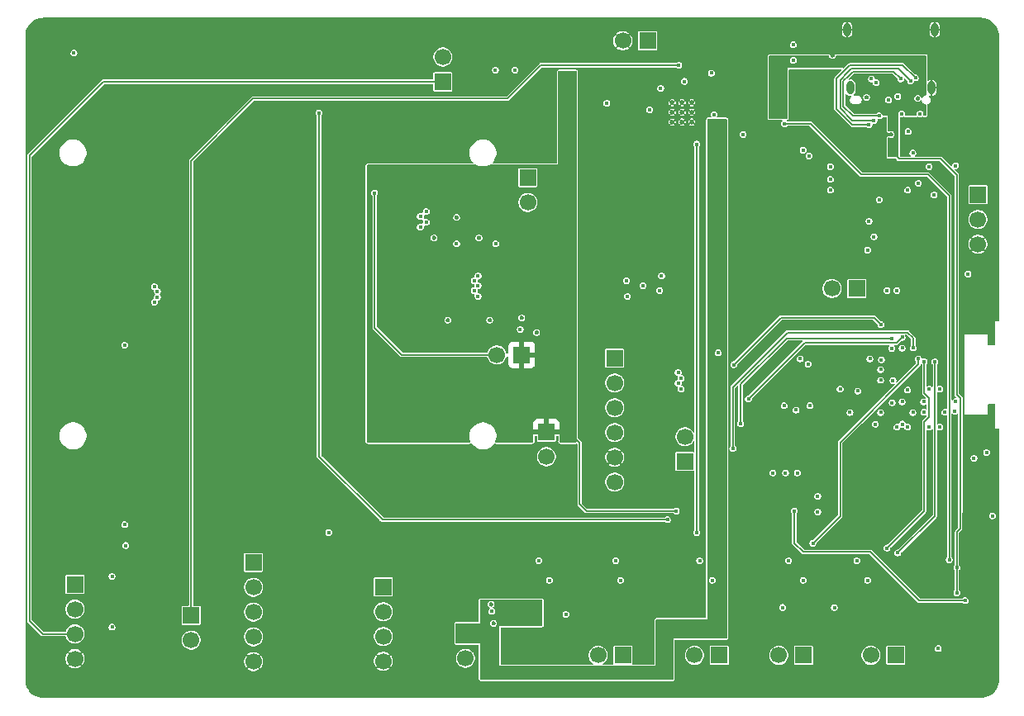
<source format=gbr>
%TF.GenerationSoftware,KiCad,Pcbnew,9.0.1+1*%
%TF.CreationDate,2025-09-19T07:31:43+00:00*%
%TF.ProjectId,ZSWatch-Watch-DevKit,5a535761-7463-4682-9d57-617463682d44,+ (Unreleased)*%
%TF.SameCoordinates,Original*%
%TF.FileFunction,Copper,L3,Inr*%
%TF.FilePolarity,Positive*%
%FSLAX46Y46*%
G04 Gerber Fmt 4.6, Leading zero omitted, Abs format (unit mm)*
G04 Created by KiCad (PCBNEW 9.0.1+1) date 2025-09-19 07:31:43*
%MOMM*%
%LPD*%
G01*
G04 APERTURE LIST*
%TA.AperFunction,ComponentPad*%
%ADD10R,1.700000X1.700000*%
%TD*%
%TA.AperFunction,ComponentPad*%
%ADD11C,1.700000*%
%TD*%
%TA.AperFunction,ComponentPad*%
%ADD12C,0.500000*%
%TD*%
%TA.AperFunction,HeatsinkPad*%
%ADD13O,0.800000X1.400000*%
%TD*%
%TA.AperFunction,ViaPad*%
%ADD14C,0.450000*%
%TD*%
%TA.AperFunction,Conductor*%
%ADD15C,0.200000*%
%TD*%
%TA.AperFunction,Conductor*%
%ADD16C,0.170000*%
%TD*%
G04 APERTURE END LIST*
D10*
%TO.N,/Project Architecture/Power Management/VSYS*%
%TO.C,X508*%
X200900000Y-120700000D03*
D11*
%TO.N,Net-(IC505-VDD)*%
X200900000Y-118160000D03*
%TD*%
D12*
%TO.N,GND*%
%TO.C,IC401*%
X224387790Y-122830400D03*
X224387790Y-123830400D03*
X224387790Y-124830400D03*
X225387790Y-122830400D03*
X225387790Y-123830400D03*
X225387790Y-124830400D03*
X226387790Y-122830400D03*
X226387790Y-123830400D03*
X226387790Y-124830400D03*
%TD*%
D10*
%TO.N,/Project Architecture/Peripherals/VMIC*%
%TO.C,X503*%
X175100000Y-175400000D03*
D11*
%TO.N,Net-(MK501-VDD)*%
X175100000Y-177940000D03*
%TD*%
D10*
%TO.N,+3V0*%
%TO.C,X610*%
X211500000Y-156600000D03*
D11*
%TO.N,Net-(X608-LEDA1)*%
X211500000Y-159140000D03*
%TD*%
D10*
%TO.N,+1V8*%
%TO.C,X403*%
X163200000Y-172220000D03*
D11*
%TO.N,+3V0*%
X163200000Y-174760000D03*
%TO.N,/Project Architecture/Power Management/VSYS*%
X163200000Y-177300000D03*
%TO.N,GND*%
X163200000Y-179840000D03*
%TD*%
D10*
%TO.N,+1V8*%
%TO.C,X504*%
X194800000Y-172490000D03*
D11*
%TO.N,/Project Architecture/MCU/SDA*%
X194800000Y-175030000D03*
%TO.N,/Project Architecture/MCU/SCL*%
X194800000Y-177570000D03*
%TO.N,GND*%
X194800000Y-180110000D03*
%TD*%
D10*
%TO.N,+1V8*%
%TO.C,X606*%
X225700000Y-159640000D03*
D11*
%TO.N,Net-(IC603-VCC)*%
X225700000Y-157100000D03*
%TD*%
D10*
%TO.N,/Project Architecture/Peripherals/VBAT*%
%TO.C,X401*%
X221865000Y-116500000D03*
D11*
%TO.N,GND*%
X219325000Y-116500000D03*
%TD*%
D10*
%TO.N,+1V8*%
%TO.C,X501*%
X229200000Y-179500000D03*
D11*
%TO.N,Net-(IC501-VDD)*%
X226660000Y-179500000D03*
%TD*%
D10*
%TO.N,+1V8*%
%TO.C,X502*%
X181500000Y-169980000D03*
D11*
%TO.N,/Project Architecture/MCU/MCLK*%
X181500000Y-172520000D03*
%TO.N,/Project Architecture/MCU/WS*%
X181500000Y-175060000D03*
%TO.N,/Project Architecture/MCU/Data*%
X181500000Y-177600000D03*
%TO.N,GND*%
X181500000Y-180140000D03*
%TD*%
D10*
%TO.N,+1V8*%
%TO.C,X506*%
X237840000Y-179500000D03*
D11*
%TO.N,Net-(IC503-VDD)*%
X235300000Y-179500000D03*
%TD*%
D10*
%TO.N,+1V8*%
%TO.C,X607*%
X209600000Y-130525000D03*
D11*
%TO.N,Net-(X607-Pin_2)*%
X209600000Y-133065000D03*
%TD*%
D10*
%TO.N,+1V8*%
%TO.C,X505*%
X219340000Y-179500000D03*
D11*
%TO.N,Net-(IC502-VDD)*%
X216800000Y-179500000D03*
%TD*%
D10*
%TO.N,TxD*%
%TO.C,X604*%
X255700000Y-132270000D03*
D11*
%TO.N,RxD*%
X255700000Y-134810000D03*
%TO.N,GND*%
X255700000Y-137350000D03*
%TD*%
D10*
%TO.N,+1V8*%
%TO.C,X507*%
X247300000Y-179500000D03*
D11*
%TO.N,Net-(IC504-VDD)*%
X244760000Y-179500000D03*
%TD*%
D13*
%TO.N,GND*%
%TO.C,X603*%
X251290000Y-115360000D03*
X250930000Y-121310000D03*
X242670000Y-121310000D03*
X242310000Y-115360000D03*
%TD*%
D10*
%TO.N,+3V0*%
%TO.C,X609*%
X208975000Y-148700000D03*
D11*
%TO.N,Net-(X608-CTP-VDD)*%
X206435000Y-148700000D03*
%TD*%
D10*
%TO.N,/Project Architecture/Peripherals/VBAT*%
%TO.C,X510*%
X203200000Y-177260000D03*
D11*
%TO.N,Net-(IC507-V_{DD})*%
X203200000Y-179800000D03*
%TD*%
D10*
%TO.N,Net-(M601B-P0.22)*%
%TO.C,X605*%
X218500000Y-149050000D03*
D11*
%TO.N,Net-(M601B-P0.05{slash}AIN1)*%
X218500000Y-151590000D03*
%TO.N,Net-(M601B-P0.04{slash}AIN0)*%
X218500000Y-154130000D03*
%TO.N,Net-(M601C-P1.14)*%
X218500000Y-156670000D03*
%TO.N,GND*%
X218500000Y-159210000D03*
%TO.N,+1V8*%
X218500000Y-161750000D03*
%TD*%
D10*
%TO.N,+1V8*%
%TO.C,X602*%
X243300000Y-141900000D03*
D11*
%TO.N,Net-(M601A-VDDH)*%
X240760000Y-141900000D03*
%TD*%
D14*
%TO.N,GND*%
X224100000Y-119600000D03*
X202295000Y-134600000D03*
X219600000Y-173600000D03*
X225700000Y-128380000D03*
X168485000Y-175300000D03*
X165900000Y-173020000D03*
X252900000Y-171625000D03*
X168485000Y-171900000D03*
X230390620Y-122145000D03*
X170700000Y-173575000D03*
X251248404Y-124151596D03*
X232800000Y-154880000D03*
X206080000Y-176220000D03*
X242800000Y-175200000D03*
X163100000Y-163750000D03*
X236620000Y-175400000D03*
X171347500Y-140700000D03*
X252900000Y-176775000D03*
X211467520Y-174774531D03*
X243575000Y-145825000D03*
X240200000Y-173975000D03*
X248000000Y-149700000D03*
X222063600Y-122063400D03*
X244100000Y-155800000D03*
X220387200Y-126138400D03*
X254000003Y-151800000D03*
X249550000Y-122400000D03*
X243275000Y-134400000D03*
X251700000Y-171500000D03*
X246400000Y-173700000D03*
X246800000Y-126100000D03*
X207800000Y-120120000D03*
X172147500Y-144000000D03*
X210500000Y-146400000D03*
X220793600Y-120819400D03*
X231000000Y-172900000D03*
X230990620Y-122145000D03*
X162025000Y-121325000D03*
X253300000Y-161390000D03*
X244300000Y-122300000D03*
X230479410Y-126138400D03*
X209100000Y-122350000D03*
X188100000Y-163750000D03*
X205700000Y-145137500D03*
X240800000Y-118000000D03*
X221180000Y-174680000D03*
X234845000Y-173755000D03*
X226200000Y-119800000D03*
X246400000Y-174700000D03*
X219879410Y-126138400D03*
X199987500Y-136700000D03*
X221428600Y-120819400D03*
X204587500Y-136700000D03*
X208980000Y-144900000D03*
X256300000Y-146350003D03*
X216832500Y-175332500D03*
X256300000Y-155150003D03*
X205835000Y-174265000D03*
X201400000Y-145137500D03*
X252900000Y-175125000D03*
X256800000Y-178200000D03*
X237900000Y-162250000D03*
X225700000Y-174200000D03*
X233500000Y-157650000D03*
X251690000Y-175000000D03*
X187025000Y-123400000D03*
%TO.N,/Project Architecture/Peripherals/VBAT*%
X209100000Y-174400000D03*
X228400000Y-119800000D03*
X210600000Y-175800000D03*
X228677316Y-124869129D03*
%TO.N,DISPLAY-BLK*%
X208812500Y-146087500D03*
X246881356Y-148023305D03*
%TO.N,QSPI-CS*%
X248500002Y-156100000D03*
X234700000Y-160800000D03*
%TO.N,QSPI-IO1*%
X247974002Y-155800000D03*
X236000000Y-160800000D03*
%TO.N,QSPI-IO2*%
X247400000Y-156100000D03*
X237200000Y-160800000D03*
%TO.N,QSPI-IO0*%
X238500000Y-153900000D03*
X246913051Y-153593475D03*
%TO.N,QSPI-CLK*%
X249044952Y-154600003D03*
X237081000Y-154351000D03*
%TO.N,QSPI-IO3*%
X247944949Y-153499999D03*
X235860000Y-153900000D03*
%TO.N,TOUCH-INT*%
X225000000Y-151600000D03*
X245750000Y-151294951D03*
%TO.N,TOUCH-SCL*%
X225300000Y-151100000D03*
X247000000Y-151325003D03*
%TO.N,TOUCH-SDA*%
X245744949Y-150200001D03*
X225000000Y-150500000D03*
%TO.N,TOUCH-RST*%
X229100000Y-148500000D03*
X247944951Y-148000000D03*
%TO.N,DISPLAY-EN*%
X202295000Y-137300000D03*
X241600000Y-152200000D03*
X225300000Y-152200000D03*
X206300000Y-137300000D03*
%TO.N,RESETn*%
X244400000Y-137950000D03*
X253418644Y-153476695D03*
X254700000Y-140400000D03*
X257200000Y-165200000D03*
%TO.N,DISPLAY-CS*%
X204100000Y-141100000D03*
X219700000Y-141100000D03*
X243400000Y-152400000D03*
%TO.N,DISPLAY-CLK*%
X221400000Y-141600000D03*
X245200000Y-155800000D03*
X204500000Y-141600000D03*
%TO.N,+3V0*%
X224800000Y-164700000D03*
X208100000Y-139800000D03*
X236900000Y-164700000D03*
X199362500Y-139200000D03*
X254400000Y-173900000D03*
X213400000Y-119900000D03*
X193800000Y-151300000D03*
X213700000Y-122900000D03*
%TO.N,/Project Architecture/Power Management/VSYS*%
X228679410Y-124076400D03*
X225637790Y-120662210D03*
X222079410Y-123580400D03*
X231646620Y-126100000D03*
X235900000Y-125000000D03*
X252769644Y-169700000D03*
%TO.N,DISPLAY-DC*%
X219800000Y-142700000D03*
X242600000Y-154600000D03*
X204500000Y-142700000D03*
%TO.N,DISPLAY-RST*%
X223300000Y-140600000D03*
X204500000Y-140600000D03*
%TO.N,DISPLAY-DATA*%
X204100000Y-142100000D03*
X245744950Y-154600001D03*
X223100000Y-142100000D03*
%TO.N,/Project Architecture/MCU/PMIC-INT*%
X250700000Y-129400000D03*
X240600000Y-129400000D03*
%TO.N,/Project Architecture/MCU/USB-CC1*%
X236800000Y-116900000D03*
X236800000Y-118500000D03*
%TO.N,/Project Architecture/MCU/SW2*%
X226900000Y-166900000D03*
X250700000Y-156100000D03*
X189200000Y-166900000D03*
X226900000Y-127100000D03*
%TO.N,/Project Architecture/MCU/SDA*%
X236312500Y-169800000D03*
X251800000Y-152200000D03*
X243300000Y-169800000D03*
X227200000Y-169800000D03*
X238400000Y-128300000D03*
X218600000Y-169800000D03*
X210725000Y-169800000D03*
%TO.N,/Project Architecture/MCU/SCL*%
X244400000Y-171800000D03*
X211800000Y-171800000D03*
X237812500Y-171800000D03*
X250700000Y-152200000D03*
X228500000Y-171800000D03*
X219100000Y-171800000D03*
X237800000Y-127700000D03*
%TO.N,/Project Architecture/MCU/~{RTC-INT}*%
X205900000Y-175000000D03*
X213500000Y-175300000D03*
%TO.N,SWDCLK*%
X256600000Y-158700000D03*
X253325000Y-154475000D03*
%TO.N,SWDIO*%
X252318644Y-154576695D03*
X255300000Y-159300000D03*
%TO.N,/Project Architecture/MCU/BMI270-INT*%
X239300000Y-163200000D03*
X239300000Y-164800000D03*
%TO.N,/Project Architecture/MCU/LIS2MDL-INT*%
X248500000Y-152300000D03*
X235700000Y-174600000D03*
X241000000Y-174600000D03*
%TO.N,/Project Architecture/MCU/VIB-PWM*%
X240600000Y-130700000D03*
X249600000Y-131100000D03*
%TO.N,USB-D-*%
X247400000Y-142100000D03*
X246400000Y-142100000D03*
%TO.N,/Project Architecture/MCU/VIB-EN*%
X240600000Y-131800000D03*
X248500000Y-131800000D03*
%TO.N,TxD*%
X251226000Y-132300000D03*
%TO.N,/Project Architecture/MCU/D-*%
X247500000Y-122200000D03*
X246550000Y-122565184D03*
%TO.N,/Project Architecture/MCU/USB-VBUS-In*%
X251650000Y-178800000D03*
X248300000Y-122300000D03*
X235000000Y-123749000D03*
X253550000Y-173100000D03*
X253550000Y-170500000D03*
X245800000Y-122300000D03*
X247073544Y-128069451D03*
%TO.N,RxD*%
X253412500Y-129300000D03*
%TO.N,/Project Architecture/MCU/SW1*%
X188200000Y-123900000D03*
X223900000Y-165600000D03*
X250150000Y-153505049D03*
%TO.N,/Project Architecture/MCU/Data*%
X247500000Y-169000000D03*
X251300000Y-149400000D03*
%TO.N,/Project Architecture/MCU/SW4*%
X168300000Y-166100000D03*
X250181356Y-154576695D03*
X168300000Y-147700000D03*
X163100000Y-117750000D03*
%TO.N,/Project Architecture/MCU/SW3*%
X251800000Y-156100000D03*
X168400000Y-168250000D03*
%TO.N,/Project Architecture/MCU/MIC-CLK*%
X238300000Y-149650000D03*
X245813051Y-149193475D03*
%TO.N,/Project Architecture/MCU/WS*%
X246400000Y-168500000D03*
X250200000Y-149400000D03*
%TO.N,/Project Architecture/MCU/MIC-DATA*%
X244644950Y-149100001D03*
X167000000Y-176600000D03*
X167000000Y-171400000D03*
X237500000Y-149100000D03*
%TO.N,/Project Architecture/MCU/MCLK*%
X238800000Y-168000000D03*
X249600000Y-149100000D03*
%TO.N,Net-(IC604-B1)*%
X171347500Y-143300000D03*
X198587500Y-135600000D03*
%TO.N,Net-(IC604-B3)*%
X171647500Y-142200000D03*
X198587500Y-134500000D03*
%TO.N,Net-(IC604-B2)*%
X171647500Y-142800000D03*
X199187500Y-135100000D03*
%TO.N,Net-(IC604-B4)*%
X171347500Y-141700000D03*
X199187500Y-134000000D03*
%TO.N,Net-(M601C-P1.14)*%
X249081356Y-147976695D03*
X230600000Y-158300000D03*
%TO.N,Net-(M601B-P0.05{slash}AIN1)*%
X247944950Y-146900001D03*
X232200000Y-153220000D03*
%TO.N,Net-(M601B-P0.04{slash}AIN0)*%
X246913051Y-146993475D03*
X231400000Y-155760000D03*
%TO.N,Net-(M601B-P0.22)*%
X245774000Y-145600000D03*
X230700000Y-149700000D03*
%TO.N,Net-(X603-CC1)*%
X247893537Y-124000000D03*
X249779998Y-124000000D03*
%TO.N,Net-(X603-RX1-)*%
X245050000Y-124650000D03*
X248800000Y-120600000D03*
X245050000Y-136575000D03*
%TO.N,Net-(X603-RX1+)*%
X249300000Y-120300000D03*
X244550000Y-135000000D03*
X244550000Y-125100000D03*
%TO.N,Net-(X603-TX1+)*%
X249050000Y-128000000D03*
X244800000Y-120400000D03*
%TO.N,Net-(X603-TX1-)*%
X248550000Y-125800000D03*
X245300000Y-120800000D03*
%TO.N,Net-(X603-SBU1)*%
X245600000Y-132800000D03*
X247800000Y-120400000D03*
X245600000Y-124200000D03*
%TO.N,Net-(X608-CTP-VDD)*%
X193900000Y-132100000D03*
%TO.N,Net-(IC505-VDD)*%
X206275000Y-119500000D03*
X208280000Y-119500000D03*
%TO.N,Net-(IC401-VOUT2)*%
X223206600Y-121380400D03*
X217697000Y-122900000D03*
%TO.N,/Project Architecture/Peripherals/VMIC*%
X225060000Y-119000000D03*
%TD*%
D15*
%TO.N,+3V0*%
X237800000Y-168900000D02*
X244700000Y-168900000D01*
X236900000Y-168000000D02*
X237800000Y-168900000D01*
X254400000Y-173900000D02*
X249700000Y-173900000D01*
X214900000Y-164000000D02*
X214900000Y-157700000D01*
X215600000Y-164700000D02*
X214900000Y-164000000D01*
X214900000Y-157700000D02*
X213825000Y-156625000D01*
X249700000Y-173900000D02*
X244700000Y-168900000D01*
X224800000Y-164700000D02*
X215600000Y-164700000D01*
X213825000Y-156625000D02*
X212000000Y-156625000D01*
X236900000Y-164700000D02*
X236900000Y-168000000D01*
%TO.N,/Project Architecture/Power Management/VSYS*%
X243749000Y-130200000D02*
X238549000Y-125000000D01*
X163200000Y-177300000D02*
X159900000Y-177300000D01*
X252769644Y-132400000D02*
X250569644Y-130200000D01*
X166100000Y-120700000D02*
X200900000Y-120700000D01*
X252769644Y-169700000D02*
X252769644Y-132400000D01*
X159900000Y-177300000D02*
X158551000Y-175951000D01*
X250569644Y-130200000D02*
X243749000Y-130200000D01*
X238549000Y-125000000D02*
X235900000Y-125000000D01*
X158551000Y-175951000D02*
X158551000Y-128249000D01*
X158551000Y-128249000D02*
X166100000Y-120700000D01*
%TO.N,/Project Architecture/MCU/SW2*%
X226900000Y-127100000D02*
X226900000Y-166900000D01*
D16*
%TO.N,/Project Architecture/MCU/USB-VBUS-In*%
X253550000Y-173100000D02*
X253550000Y-170500000D01*
D15*
X253549003Y-152748502D02*
X253900000Y-153099499D01*
X253900000Y-153099499D02*
X253900000Y-164800000D01*
X247073544Y-128069451D02*
X247604093Y-128600000D01*
X253549003Y-130249003D02*
X253549003Y-152748502D01*
X247604093Y-128600000D02*
X251900000Y-128600000D01*
D16*
X253550000Y-170500000D02*
X253550000Y-166850000D01*
X253900000Y-166500000D02*
X253900000Y-164800000D01*
X253550000Y-166850000D02*
X253900000Y-166500000D01*
D15*
X251900000Y-128600000D02*
X253549003Y-130249003D01*
%TO.N,/Project Architecture/MCU/SW1*%
X223900000Y-165600000D02*
X194700000Y-165600000D01*
X194700000Y-165600000D02*
X188200000Y-159100000D01*
X188200000Y-159100000D02*
X188200000Y-123900000D01*
%TO.N,/Project Architecture/MCU/Data*%
X251300000Y-165200000D02*
X247500000Y-169000000D01*
X251300000Y-149400000D02*
X251300000Y-165200000D01*
%TO.N,/Project Architecture/MCU/WS*%
X250200000Y-164700000D02*
X246400000Y-168500000D01*
X250700000Y-155100000D02*
X250200000Y-155600000D01*
X250200000Y-152600000D02*
X250700000Y-153100000D01*
X250200000Y-149400000D02*
X250200000Y-152600000D01*
X250200000Y-155600000D02*
X250200000Y-164700000D01*
X250700000Y-153100000D02*
X250700000Y-155100000D01*
%TO.N,/Project Architecture/MCU/MCLK*%
X249600000Y-149662189D02*
X241600000Y-157662189D01*
X249600000Y-149100000D02*
X249600000Y-149662189D01*
X241600000Y-165200000D02*
X238800000Y-168000000D01*
X241600000Y-157662189D02*
X241600000Y-165200000D01*
%TO.N,Net-(M601C-P1.14)*%
X249081356Y-146981356D02*
X249081356Y-147976695D01*
X248500000Y-146400000D02*
X249081356Y-146981356D01*
X230600000Y-158300000D02*
X230600000Y-152000000D01*
X230600000Y-152000000D02*
X236200000Y-146400000D01*
X236200000Y-146400000D02*
X248500000Y-146400000D01*
%TO.N,Net-(M601B-P0.05{slash}AIN1)*%
X237955525Y-147444475D02*
X247400476Y-147444475D01*
X232200000Y-153200000D02*
X237955525Y-147444475D01*
X232200000Y-153220000D02*
X232200000Y-153200000D01*
X247400476Y-147444475D02*
X247944950Y-146900001D01*
%TO.N,Net-(M601B-P0.04{slash}AIN0)*%
X231400000Y-151700000D02*
X236106525Y-146993475D01*
X236106525Y-146993475D02*
X246913051Y-146993475D01*
X231400000Y-155760000D02*
X231400000Y-151700000D01*
%TO.N,Net-(M601B-P0.22)*%
X245074000Y-144900000D02*
X245774000Y-145600000D01*
X230700000Y-149700000D02*
X235500000Y-144900000D01*
X235500000Y-144900000D02*
X245074000Y-144900000D01*
%TO.N,Net-(X603-RX1-)*%
X244736811Y-124649000D02*
X244363189Y-124649000D01*
X241600000Y-120488966D02*
X242314966Y-119774000D01*
X244363189Y-124649000D02*
X244362189Y-124650000D01*
X247526000Y-119326000D02*
X248800000Y-120600000D01*
X244362189Y-124650000D02*
X242850000Y-124650000D01*
X244737811Y-124650000D02*
X244736811Y-124649000D01*
X242326000Y-119774000D02*
X242774000Y-119326000D01*
X242850000Y-124650000D02*
X241600000Y-123400000D01*
X242774000Y-119326000D02*
X247526000Y-119326000D01*
X241600000Y-123400000D02*
X241600000Y-120488966D01*
X242314966Y-119774000D02*
X242326000Y-119774000D01*
X245050000Y-124650000D02*
X244737811Y-124650000D01*
%TO.N,Net-(X603-RX1+)*%
X244550000Y-125100000D02*
X242838966Y-125100000D01*
X241200000Y-123461034D02*
X241200000Y-120400000D01*
X241200000Y-120400000D02*
X242600000Y-119000000D01*
X242838966Y-125100000D02*
X241200000Y-123461034D01*
X248000000Y-119000000D02*
X249300000Y-120300000D01*
X242600000Y-119000000D02*
X248000000Y-119000000D01*
%TO.N,Net-(X603-SBU1)*%
X242461034Y-120100000D02*
X242909034Y-119652000D01*
X245236811Y-124199000D02*
X244863189Y-124199000D01*
X244863189Y-124199000D02*
X244862189Y-124200000D01*
X242926000Y-124200000D02*
X241926000Y-123200000D01*
X241926000Y-120624000D02*
X242450000Y-120100000D01*
X245237811Y-124200000D02*
X245236811Y-124199000D01*
X242909034Y-119652000D02*
X247052000Y-119652000D01*
X242450000Y-120100000D02*
X242461034Y-120100000D01*
X244862189Y-124200000D02*
X242926000Y-124200000D01*
X245600000Y-124200000D02*
X245237811Y-124200000D01*
X241926000Y-123200000D02*
X241926000Y-120624000D01*
X247052000Y-119652000D02*
X247800000Y-120400000D01*
%TO.N,Net-(X608-CTP-VDD)*%
X193900000Y-145900000D02*
X193900000Y-132100000D01*
X196700000Y-148700000D02*
X193900000Y-145900000D01*
X206435000Y-148700000D02*
X196700000Y-148700000D01*
%TO.N,/Project Architecture/Peripherals/VMIC*%
X210900000Y-119000000D02*
X207471094Y-122428906D01*
X181471094Y-122428906D02*
X175100000Y-128800000D01*
X175100000Y-128800000D02*
X175100000Y-175400000D01*
X225060000Y-119000000D02*
X210900000Y-119000000D01*
X207471094Y-122428906D02*
X181471094Y-122428906D01*
%TD*%
%TA.AperFunction,Conductor*%
%TO.N,+3V0*%
G36*
X214581987Y-119618013D02*
G01*
X214600000Y-119661500D01*
X214600000Y-129200000D01*
X212700000Y-129200000D01*
X212700000Y-119661500D01*
X212718013Y-119618013D01*
X212761500Y-119600000D01*
X214538500Y-119600000D01*
X214581987Y-119618013D01*
G37*
%TD.AperFunction*%
%TD*%
%TA.AperFunction,Conductor*%
%TO.N,/Project Architecture/Peripherals/VBAT*%
G36*
X228000000Y-177800000D02*
G01*
X224500000Y-177800000D01*
X224500000Y-180600000D01*
X222700000Y-180600000D01*
X222700000Y-175924000D01*
X222719685Y-175856961D01*
X222772489Y-175811206D01*
X222824000Y-175800000D01*
X228000000Y-175800000D01*
X228000000Y-177800000D01*
G37*
%TD.AperFunction*%
%TD*%
%TA.AperFunction,Conductor*%
%TO.N,/Project Architecture/Peripherals/VBAT*%
G36*
X224500000Y-181938500D02*
G01*
X224481987Y-181981987D01*
X224438500Y-182000000D01*
X204761500Y-182000000D01*
X204718013Y-181981987D01*
X204700000Y-181938500D01*
X204700000Y-180600000D01*
X224500000Y-180600000D01*
X224500000Y-181938500D01*
G37*
%TD.AperFunction*%
%TD*%
%TA.AperFunction,Conductor*%
%TO.N,GND*%
G36*
X206116780Y-176002095D02*
G01*
X206129485Y-176005499D01*
X206157101Y-176012898D01*
X206171928Y-176019040D01*
X206208070Y-176039907D01*
X206220802Y-176049677D01*
X206250319Y-176079194D01*
X206260092Y-176091931D01*
X206280959Y-176128073D01*
X206287103Y-176142904D01*
X206297904Y-176183210D01*
X206300000Y-176199129D01*
X206300000Y-176240867D01*
X206297904Y-176256784D01*
X206297904Y-176256786D01*
X206287102Y-176297096D01*
X206280958Y-176311927D01*
X206260090Y-176348071D01*
X206250317Y-176360808D01*
X206220810Y-176390315D01*
X206208073Y-176400088D01*
X206171924Y-176420959D01*
X206157093Y-176427103D01*
X206126990Y-176435169D01*
X206116786Y-176437904D01*
X206100869Y-176440000D01*
X206059131Y-176440000D01*
X206043214Y-176437904D01*
X206030630Y-176434532D01*
X206002905Y-176427103D01*
X205988075Y-176420961D01*
X205951927Y-176400090D01*
X205939194Y-176390319D01*
X205909676Y-176360800D01*
X205899907Y-176348070D01*
X205879036Y-176311923D01*
X205872896Y-176297098D01*
X205866090Y-176271696D01*
X205862095Y-176256784D01*
X205860000Y-176240868D01*
X205860000Y-176199130D01*
X205862095Y-176183214D01*
X205872896Y-176142901D01*
X205879039Y-176128071D01*
X205899909Y-176091922D01*
X205909677Y-176079194D01*
X205939193Y-176049677D01*
X205951921Y-176039910D01*
X205988074Y-176019037D01*
X206002904Y-176012894D01*
X206021173Y-176008000D01*
X206043214Y-176002095D01*
X206059129Y-176000000D01*
X206100864Y-176000000D01*
X206116780Y-176002095D01*
G37*
%TD.AperFunction*%
%TA.AperFunction,Conductor*%
G36*
X205837803Y-174041289D02*
G01*
X205859477Y-174041288D01*
X205863132Y-174042944D01*
X205871270Y-174046957D01*
X205912095Y-174057895D01*
X205926928Y-174064039D01*
X205926930Y-174064041D01*
X205963065Y-174084904D01*
X205975800Y-174094676D01*
X206005318Y-174124193D01*
X206015092Y-174136931D01*
X206035959Y-174173073D01*
X206042103Y-174187904D01*
X206052476Y-174226615D01*
X206052904Y-174228210D01*
X206055000Y-174244129D01*
X206055000Y-174285867D01*
X206052904Y-174301786D01*
X206042102Y-174342096D01*
X206035958Y-174356927D01*
X206015090Y-174393071D01*
X206005317Y-174405808D01*
X205975811Y-174435314D01*
X205963082Y-174445083D01*
X205957489Y-174448312D01*
X205919220Y-174481865D01*
X205901185Y-174505358D01*
X205881534Y-174516697D01*
X205860428Y-174528881D01*
X205860422Y-174528879D01*
X205860416Y-174528883D01*
X205814962Y-174516697D01*
X205781434Y-174490968D01*
X205778323Y-174486311D01*
X205769876Y-174481434D01*
X205768567Y-174480560D01*
X205768251Y-174480497D01*
X205764962Y-174478598D01*
X205764963Y-174478598D01*
X205706928Y-174445091D01*
X205694194Y-174435319D01*
X205664676Y-174405800D01*
X205654907Y-174393070D01*
X205634036Y-174356923D01*
X205627896Y-174342098D01*
X205617227Y-174302277D01*
X205617095Y-174301784D01*
X205615000Y-174285868D01*
X205615000Y-174244130D01*
X205617095Y-174228214D01*
X205627896Y-174187901D01*
X205634039Y-174173071D01*
X205654909Y-174136922D01*
X205664675Y-174124195D01*
X205694193Y-174094677D01*
X205706921Y-174084910D01*
X205743070Y-174064039D01*
X205757899Y-174057896D01*
X205798729Y-174046958D01*
X205812409Y-174041290D01*
X205814561Y-174041290D01*
X205816181Y-174039871D01*
X205837803Y-174041289D01*
G37*
%TD.AperFunction*%
%TA.AperFunction,Conductor*%
G36*
X241745608Y-119448513D02*
G01*
X241763621Y-119492000D01*
X241745608Y-119535487D01*
X241073813Y-120207280D01*
X241073806Y-120207287D01*
X241072265Y-120208829D01*
X241072264Y-120208830D01*
X241008830Y-120272264D01*
X241004750Y-120282115D01*
X241000932Y-120291331D01*
X241000931Y-120291333D01*
X240974500Y-120355142D01*
X240974499Y-120355148D01*
X240974499Y-120452011D01*
X240974500Y-120452020D01*
X240974500Y-123411214D01*
X240974499Y-123411228D01*
X240974499Y-123505890D01*
X240992563Y-123549498D01*
X240992563Y-123549500D01*
X240992564Y-123549500D01*
X241008830Y-123588770D01*
X241080913Y-123660853D01*
X241080915Y-123660854D01*
X242644284Y-125224223D01*
X242644297Y-125224238D01*
X242700525Y-125280465D01*
X242711230Y-125291170D01*
X242735505Y-125301225D01*
X242794111Y-125325501D01*
X242794114Y-125325501D01*
X242890978Y-125325501D01*
X242890986Y-125325500D01*
X244254345Y-125325500D01*
X244297832Y-125343513D01*
X244334788Y-125380469D01*
X244334791Y-125380471D01*
X244334794Y-125380473D01*
X244414706Y-125426611D01*
X244414708Y-125426612D01*
X244414712Y-125426614D01*
X244414716Y-125426615D01*
X244503854Y-125450500D01*
X244503856Y-125450500D01*
X244596145Y-125450500D01*
X244635448Y-125439968D01*
X244685288Y-125426614D01*
X244765212Y-125380469D01*
X244830469Y-125315212D01*
X244876614Y-125235288D01*
X244891470Y-125179845D01*
X244900500Y-125146146D01*
X244900500Y-125052954D01*
X244918513Y-125009467D01*
X244962000Y-124991454D01*
X244977918Y-124993550D01*
X245003854Y-125000500D01*
X245003856Y-125000500D01*
X245096145Y-125000500D01*
X245135448Y-124989968D01*
X245185288Y-124976614D01*
X245265212Y-124930469D01*
X245330469Y-124865212D01*
X245376614Y-124785288D01*
X245392921Y-124724430D01*
X245400500Y-124696146D01*
X245400500Y-124603853D01*
X245399974Y-124599857D01*
X245401512Y-124599654D01*
X245406940Y-124558341D01*
X245444276Y-124529677D01*
X245476126Y-124529673D01*
X245553852Y-124550499D01*
X245553854Y-124550500D01*
X245553856Y-124550500D01*
X245646145Y-124550500D01*
X245685448Y-124539968D01*
X245735288Y-124526614D01*
X245815212Y-124480469D01*
X245880469Y-124415212D01*
X245915654Y-124354269D01*
X245952997Y-124325617D01*
X245980912Y-124324703D01*
X245985507Y-124325617D01*
X246010053Y-124330500D01*
X246010055Y-124330500D01*
X246308000Y-124330500D01*
X246351487Y-124348513D01*
X246369500Y-124392000D01*
X246369500Y-125761965D01*
X246373947Y-125795738D01*
X246373947Y-125795741D01*
X246382184Y-125826482D01*
X246382187Y-125826490D01*
X246385434Y-125836857D01*
X246428795Y-125896244D01*
X246450827Y-125913150D01*
X246459628Y-125919904D01*
X246466138Y-125924899D01*
X246466149Y-125924905D01*
X246466151Y-125924907D01*
X246483191Y-125935293D01*
X246489966Y-125939422D01*
X246562620Y-125950750D01*
X246609287Y-125944605D01*
X246645113Y-125932442D01*
X246657503Y-125928237D01*
X246690539Y-125909162D01*
X246708069Y-125899040D01*
X246722901Y-125892896D01*
X246753140Y-125884794D01*
X246763214Y-125882095D01*
X246779130Y-125880000D01*
X246820864Y-125880000D01*
X246836780Y-125882095D01*
X246846817Y-125884784D01*
X246877101Y-125892898D01*
X246891928Y-125899040D01*
X246928070Y-125919907D01*
X246940802Y-125929677D01*
X246970319Y-125959194D01*
X246980092Y-125971931D01*
X247000959Y-126008073D01*
X247007103Y-126022904D01*
X247015396Y-126053853D01*
X247017904Y-126063210D01*
X247020000Y-126079129D01*
X247020000Y-126120867D01*
X247017904Y-126136786D01*
X247007102Y-126177096D01*
X247000958Y-126191927D01*
X246980090Y-126228071D01*
X246970317Y-126240808D01*
X246940810Y-126270315D01*
X246928073Y-126280088D01*
X246891924Y-126300959D01*
X246877093Y-126307103D01*
X246846990Y-126315169D01*
X246836786Y-126317904D01*
X246820869Y-126320000D01*
X246779131Y-126320000D01*
X246763214Y-126317904D01*
X246750630Y-126314532D01*
X246722905Y-126307103D01*
X246708072Y-126300959D01*
X246671923Y-126280088D01*
X246657499Y-126271760D01*
X246626024Y-126258723D01*
X246626015Y-126258720D01*
X246595283Y-126250485D01*
X246584671Y-126248110D01*
X246584670Y-126248110D01*
X246511560Y-126255971D01*
X246511558Y-126255971D01*
X246511556Y-126255972D01*
X246511555Y-126255972D01*
X246473442Y-126271760D01*
X246468073Y-126273984D01*
X246468068Y-126273986D01*
X246468059Y-126273991D01*
X246443587Y-126287353D01*
X246443585Y-126287355D01*
X246397447Y-126344609D01*
X246379435Y-126388092D01*
X246379432Y-126388102D01*
X246369500Y-126438033D01*
X246369500Y-128376003D01*
X246379432Y-128425934D01*
X246379435Y-128425944D01*
X246383304Y-128435283D01*
X246397447Y-128469427D01*
X246397453Y-128469438D01*
X246397454Y-128469440D01*
X246403719Y-128480914D01*
X246410817Y-128493914D01*
X246468073Y-128540053D01*
X246511560Y-128558066D01*
X246561496Y-128567999D01*
X246561497Y-128568000D01*
X246561500Y-128568000D01*
X247227714Y-128568000D01*
X247271201Y-128586013D01*
X247409411Y-128724223D01*
X247409424Y-128724238D01*
X247476356Y-128791169D01*
X247476357Y-128791170D01*
X247510688Y-128805390D01*
X247559239Y-128825501D01*
X247559242Y-128825501D01*
X247656105Y-128825501D01*
X247656113Y-128825500D01*
X251781121Y-128825500D01*
X251824608Y-128843513D01*
X253305490Y-130324395D01*
X253323503Y-130367882D01*
X253323503Y-152698682D01*
X253323502Y-152698696D01*
X253323502Y-152793360D01*
X253347777Y-152851962D01*
X253357832Y-152876237D01*
X253429916Y-152948321D01*
X253429918Y-152948322D01*
X253502804Y-153021208D01*
X253520817Y-153064695D01*
X253502804Y-153108182D01*
X253459317Y-153126195D01*
X253372498Y-153126195D01*
X253283360Y-153150079D01*
X253283350Y-153150083D01*
X253203438Y-153196221D01*
X253203428Y-153196229D01*
X253138178Y-153261479D01*
X253138170Y-153261490D01*
X253109904Y-153310448D01*
X253072561Y-153339103D01*
X253025894Y-153332958D01*
X252997239Y-153295615D01*
X252995144Y-153279698D01*
X252995144Y-132452020D01*
X252995145Y-132452011D01*
X252995145Y-132355146D01*
X252995144Y-132355142D01*
X252965496Y-132283568D01*
X252965496Y-132283566D01*
X252960814Y-132272264D01*
X252893882Y-132205331D01*
X252893867Y-132205318D01*
X250769464Y-130080915D01*
X250769464Y-130080914D01*
X250697379Y-130008829D01*
X250673104Y-129998774D01*
X250614502Y-129974499D01*
X250614499Y-129974499D01*
X250524789Y-129974499D01*
X250517632Y-129974499D01*
X250517624Y-129974500D01*
X243867879Y-129974500D01*
X243824392Y-129956487D01*
X243221758Y-129353853D01*
X250349500Y-129353853D01*
X250349500Y-129446146D01*
X250373384Y-129535283D01*
X250373388Y-129535293D01*
X250419526Y-129615205D01*
X250419529Y-129615209D01*
X250419531Y-129615212D01*
X250484788Y-129680469D01*
X250484791Y-129680471D01*
X250484794Y-129680473D01*
X250564706Y-129726611D01*
X250564708Y-129726612D01*
X250564712Y-129726614D01*
X250564716Y-129726615D01*
X250653854Y-129750500D01*
X250653856Y-129750500D01*
X250746145Y-129750500D01*
X250785448Y-129739968D01*
X250835288Y-129726614D01*
X250915212Y-129680469D01*
X250980469Y-129615212D01*
X251026614Y-129535288D01*
X251035882Y-129500698D01*
X251050500Y-129446146D01*
X251050500Y-129353853D01*
X251026615Y-129264716D01*
X251026614Y-129264712D01*
X251026611Y-129264706D01*
X250980473Y-129184794D01*
X250980471Y-129184791D01*
X250980469Y-129184788D01*
X250915212Y-129119531D01*
X250915209Y-129119529D01*
X250915205Y-129119526D01*
X250835293Y-129073388D01*
X250835283Y-129073384D01*
X250746146Y-129049500D01*
X250746144Y-129049500D01*
X250653856Y-129049500D01*
X250653854Y-129049500D01*
X250564716Y-129073384D01*
X250564706Y-129073388D01*
X250484794Y-129119526D01*
X250484784Y-129119534D01*
X250419534Y-129184784D01*
X250419526Y-129184794D01*
X250373388Y-129264706D01*
X250373384Y-129264716D01*
X250349500Y-129353853D01*
X243221758Y-129353853D01*
X238748820Y-124880915D01*
X238748820Y-124880914D01*
X238676736Y-124808830D01*
X238635856Y-124791897D01*
X238593855Y-124774499D01*
X238504145Y-124774499D01*
X238496988Y-124774499D01*
X238496980Y-124774500D01*
X236195655Y-124774500D01*
X236152168Y-124756487D01*
X236126174Y-124730493D01*
X236108161Y-124687006D01*
X236126174Y-124643519D01*
X236157664Y-124626688D01*
X236188433Y-124620568D01*
X236188436Y-124620566D01*
X236188440Y-124620566D01*
X236231927Y-124602553D01*
X236256414Y-124589183D01*
X236302553Y-124531927D01*
X236320566Y-124488440D01*
X236330499Y-124438503D01*
X236330500Y-124438503D01*
X236330500Y-119492000D01*
X236348513Y-119448513D01*
X236392000Y-119430500D01*
X241702121Y-119430500D01*
X241745608Y-119448513D01*
G37*
%TD.AperFunction*%
%TA.AperFunction,Conductor*%
G36*
X249586780Y-122182095D02*
G01*
X249599090Y-122185393D01*
X249627101Y-122192898D01*
X249641928Y-122199040D01*
X249678070Y-122219907D01*
X249690802Y-122229677D01*
X249720320Y-122259195D01*
X249730091Y-122271928D01*
X249750960Y-122308074D01*
X249757103Y-122322904D01*
X249758727Y-122328966D01*
X249767187Y-122360536D01*
X249767190Y-122360542D01*
X249791042Y-122408911D01*
X249790156Y-122409347D01*
X249792474Y-122423374D01*
X249798878Y-122439722D01*
X249796088Y-122445243D01*
X249797286Y-122452488D01*
X249780028Y-122482852D01*
X249777549Y-122485236D01*
X249757338Y-122500745D01*
X249735646Y-122525480D01*
X249733845Y-122527280D01*
X249733793Y-122527331D01*
X249690810Y-122570315D01*
X249678073Y-122580088D01*
X249641924Y-122600959D01*
X249627093Y-122607103D01*
X249596990Y-122615169D01*
X249586786Y-122617904D01*
X249570869Y-122620000D01*
X249529131Y-122620000D01*
X249513214Y-122617904D01*
X249472908Y-122607104D01*
X249458074Y-122600960D01*
X249421931Y-122580092D01*
X249409196Y-122570320D01*
X249379677Y-122540802D01*
X249369907Y-122528070D01*
X249349037Y-122491922D01*
X249342896Y-122477096D01*
X249332095Y-122436783D01*
X249330000Y-122420867D01*
X249330000Y-122379130D01*
X249332095Y-122363214D01*
X249342896Y-122322901D01*
X249349039Y-122308071D01*
X249369909Y-122271922D01*
X249379675Y-122259195D01*
X249409193Y-122229677D01*
X249421921Y-122219910D01*
X249458074Y-122199037D01*
X249472904Y-122192894D01*
X249490714Y-122188122D01*
X249513214Y-122182095D01*
X249529129Y-122180000D01*
X249570864Y-122180000D01*
X249586780Y-122182095D01*
G37*
%TD.AperFunction*%
%TA.AperFunction,Conductor*%
G36*
X244336780Y-122082095D02*
G01*
X244351442Y-122086023D01*
X244377101Y-122092898D01*
X244391928Y-122099040D01*
X244428070Y-122119907D01*
X244440802Y-122129677D01*
X244470320Y-122159195D01*
X244480093Y-122171931D01*
X244500958Y-122208069D01*
X244507102Y-122222901D01*
X244517904Y-122263210D01*
X244520000Y-122279129D01*
X244520000Y-122320867D01*
X244517904Y-122336786D01*
X244507102Y-122377096D01*
X244500958Y-122391927D01*
X244480090Y-122428071D01*
X244470317Y-122440808D01*
X244440810Y-122470315D01*
X244428073Y-122480088D01*
X244391924Y-122500959D01*
X244377093Y-122507103D01*
X244346990Y-122515169D01*
X244336786Y-122517904D01*
X244320869Y-122520000D01*
X244279131Y-122520000D01*
X244263214Y-122517904D01*
X244222908Y-122507104D01*
X244208074Y-122500960D01*
X244171931Y-122480092D01*
X244159196Y-122470320D01*
X244129677Y-122440802D01*
X244119907Y-122428070D01*
X244099037Y-122391922D01*
X244092896Y-122377096D01*
X244082095Y-122336783D01*
X244080000Y-122320867D01*
X244080000Y-122279130D01*
X244082095Y-122263214D01*
X244088921Y-122237736D01*
X244092896Y-122222899D01*
X244099039Y-122208071D01*
X244119909Y-122171922D01*
X244129675Y-122159195D01*
X244159193Y-122129677D01*
X244171921Y-122119910D01*
X244208074Y-122099037D01*
X244222904Y-122092894D01*
X244240714Y-122088122D01*
X244263214Y-122082095D01*
X244279129Y-122080000D01*
X244320864Y-122080000D01*
X244336780Y-122082095D01*
G37*
%TD.AperFunction*%
%TA.AperFunction,Conductor*%
G36*
X210536782Y-146182094D02*
G01*
X210577098Y-146192896D01*
X210591922Y-146199037D01*
X210623314Y-146217161D01*
X210628067Y-146219906D01*
X210640802Y-146229678D01*
X210670319Y-146259194D01*
X210680094Y-146271932D01*
X210700960Y-146308073D01*
X210707103Y-146322905D01*
X210717904Y-146363212D01*
X210720000Y-146379130D01*
X210720000Y-146420868D01*
X210717904Y-146436787D01*
X210707103Y-146477093D01*
X210700959Y-146491924D01*
X210680088Y-146528073D01*
X210670315Y-146540810D01*
X210640810Y-146570315D01*
X210628073Y-146580088D01*
X210591924Y-146600959D01*
X210577093Y-146607103D01*
X210546127Y-146615400D01*
X210536785Y-146617904D01*
X210520868Y-146620000D01*
X210479138Y-146620000D01*
X210463220Y-146617904D01*
X210422896Y-146607099D01*
X210408064Y-146600955D01*
X210371934Y-146580095D01*
X210359196Y-146570321D01*
X210329676Y-146540800D01*
X210319904Y-146528065D01*
X210299042Y-146491933D01*
X210292897Y-146477098D01*
X210282095Y-146436780D01*
X210280000Y-146420864D01*
X210280000Y-146379129D01*
X210282093Y-146363220D01*
X210292899Y-146322893D01*
X210299038Y-146308073D01*
X210319910Y-146271921D01*
X210329677Y-146259193D01*
X210359193Y-146229677D01*
X210371921Y-146219910D01*
X210408071Y-146199038D01*
X210422896Y-146192898D01*
X210441594Y-146187888D01*
X210463219Y-146182095D01*
X210479134Y-146180000D01*
X210520871Y-146180000D01*
X210536782Y-146182094D01*
G37*
%TD.AperFunction*%
%TA.AperFunction,Conductor*%
G36*
X201436782Y-144919594D02*
G01*
X201477098Y-144930396D01*
X201491922Y-144936537D01*
X201492355Y-144936787D01*
X201528067Y-144957406D01*
X201540802Y-144967178D01*
X201570319Y-144996694D01*
X201580094Y-145009432D01*
X201600960Y-145045573D01*
X201607102Y-145060404D01*
X201617903Y-145100711D01*
X201617904Y-145100712D01*
X201620000Y-145116630D01*
X201620000Y-145158368D01*
X201617904Y-145174285D01*
X201617904Y-145174287D01*
X201607103Y-145214593D01*
X201600959Y-145229424D01*
X201580088Y-145265573D01*
X201570315Y-145278310D01*
X201540810Y-145307815D01*
X201528073Y-145317588D01*
X201491924Y-145338459D01*
X201477093Y-145344603D01*
X201446127Y-145352900D01*
X201436785Y-145355404D01*
X201420868Y-145357500D01*
X201379138Y-145357500D01*
X201363220Y-145355404D01*
X201322896Y-145344599D01*
X201308064Y-145338455D01*
X201271934Y-145317595D01*
X201259197Y-145307822D01*
X201229677Y-145278302D01*
X201219904Y-145265565D01*
X201199041Y-145229430D01*
X201192900Y-145214607D01*
X201182094Y-145174278D01*
X201180000Y-145158368D01*
X201180000Y-145116629D01*
X201182093Y-145100720D01*
X201192899Y-145060393D01*
X201199038Y-145045573D01*
X201219910Y-145009421D01*
X201229679Y-144996692D01*
X201259193Y-144967177D01*
X201271921Y-144957410D01*
X201308071Y-144936538D01*
X201322896Y-144930398D01*
X201341594Y-144925388D01*
X201363219Y-144919595D01*
X201379134Y-144917500D01*
X201420871Y-144917500D01*
X201436782Y-144919594D01*
G37*
%TD.AperFunction*%
%TA.AperFunction,Conductor*%
G36*
X205736781Y-144919594D02*
G01*
X205777099Y-144930397D01*
X205791919Y-144936535D01*
X205828068Y-144957406D01*
X205840799Y-144967175D01*
X205870317Y-144996692D01*
X205880091Y-145009430D01*
X205900959Y-145045574D01*
X205907103Y-145060405D01*
X205917904Y-145100711D01*
X205920000Y-145116630D01*
X205920000Y-145158368D01*
X205917904Y-145174287D01*
X205907103Y-145214593D01*
X205900959Y-145229424D01*
X205880088Y-145265573D01*
X205870315Y-145278310D01*
X205840810Y-145307815D01*
X205828073Y-145317588D01*
X205791924Y-145338459D01*
X205777093Y-145344603D01*
X205746127Y-145352900D01*
X205736785Y-145355404D01*
X205720868Y-145357500D01*
X205679138Y-145357500D01*
X205663220Y-145355404D01*
X205622896Y-145344599D01*
X205608064Y-145338455D01*
X205571934Y-145317595D01*
X205559197Y-145307822D01*
X205529677Y-145278302D01*
X205519904Y-145265565D01*
X205499041Y-145229430D01*
X205492900Y-145214607D01*
X205482094Y-145174278D01*
X205480000Y-145158368D01*
X205480000Y-145116629D01*
X205482093Y-145100720D01*
X205492899Y-145060393D01*
X205499038Y-145045573D01*
X205519910Y-145009421D01*
X205529679Y-144996692D01*
X205559193Y-144967177D01*
X205571921Y-144957410D01*
X205608071Y-144936538D01*
X205622896Y-144930398D01*
X205641594Y-144925388D01*
X205663219Y-144919595D01*
X205679134Y-144917500D01*
X205720871Y-144917500D01*
X205736781Y-144919594D01*
G37*
%TD.AperFunction*%
%TA.AperFunction,Conductor*%
G36*
X209016782Y-144682094D02*
G01*
X209057098Y-144692896D01*
X209071922Y-144699037D01*
X209103314Y-144717161D01*
X209108067Y-144719906D01*
X209120802Y-144729678D01*
X209150319Y-144759194D01*
X209160094Y-144771932D01*
X209180960Y-144808073D01*
X209187103Y-144822905D01*
X209197904Y-144863212D01*
X209200000Y-144879130D01*
X209200000Y-144920868D01*
X209197904Y-144936787D01*
X209187103Y-144977093D01*
X209180959Y-144991924D01*
X209160088Y-145028073D01*
X209150315Y-145040810D01*
X209120810Y-145070315D01*
X209108073Y-145080088D01*
X209071924Y-145100959D01*
X209057093Y-145107103D01*
X209026127Y-145115400D01*
X209016785Y-145117904D01*
X209000868Y-145120000D01*
X208959138Y-145120000D01*
X208943220Y-145117904D01*
X208902896Y-145107099D01*
X208888064Y-145100955D01*
X208851934Y-145080095D01*
X208839196Y-145070321D01*
X208809678Y-145040802D01*
X208799906Y-145028067D01*
X208797883Y-145024563D01*
X208779039Y-144991926D01*
X208772896Y-144977095D01*
X208772895Y-144977093D01*
X208767620Y-144957402D01*
X208762095Y-144936781D01*
X208760000Y-144920865D01*
X208760000Y-144879129D01*
X208762093Y-144863220D01*
X208772899Y-144822893D01*
X208779038Y-144808073D01*
X208799910Y-144771921D01*
X208809677Y-144759193D01*
X208839193Y-144729677D01*
X208851921Y-144719910D01*
X208888071Y-144699038D01*
X208902896Y-144692898D01*
X208921594Y-144687888D01*
X208943219Y-144682095D01*
X208959134Y-144680000D01*
X209000871Y-144680000D01*
X209016782Y-144682094D01*
G37*
%TD.AperFunction*%
%TA.AperFunction,Conductor*%
G36*
X200024282Y-136482094D02*
G01*
X200064598Y-136492896D01*
X200079422Y-136499037D01*
X200110814Y-136517161D01*
X200115567Y-136519906D01*
X200128302Y-136529678D01*
X200157819Y-136559194D01*
X200167593Y-136571931D01*
X200179566Y-136592669D01*
X200188460Y-136608073D01*
X200194603Y-136622905D01*
X200205404Y-136663212D01*
X200207500Y-136679130D01*
X200207500Y-136720868D01*
X200205404Y-136736787D01*
X200194603Y-136777093D01*
X200188459Y-136791924D01*
X200167588Y-136828073D01*
X200157815Y-136840810D01*
X200128310Y-136870315D01*
X200115573Y-136880088D01*
X200079424Y-136900959D01*
X200064593Y-136907103D01*
X200033627Y-136915400D01*
X200024285Y-136917904D01*
X200008368Y-136920000D01*
X199966638Y-136920000D01*
X199950720Y-136917904D01*
X199910396Y-136907099D01*
X199895564Y-136900955D01*
X199859434Y-136880095D01*
X199846696Y-136870321D01*
X199817176Y-136840800D01*
X199807404Y-136828065D01*
X199786542Y-136791933D01*
X199780397Y-136777098D01*
X199769595Y-136736780D01*
X199767500Y-136720864D01*
X199767500Y-136679129D01*
X199769593Y-136663220D01*
X199780399Y-136622893D01*
X199786538Y-136608073D01*
X199807410Y-136571921D01*
X199817177Y-136559193D01*
X199846693Y-136529677D01*
X199859421Y-136519910D01*
X199895571Y-136499038D01*
X199910396Y-136492898D01*
X199929094Y-136487888D01*
X199950719Y-136482095D01*
X199966634Y-136480000D01*
X200008371Y-136480000D01*
X200024282Y-136482094D01*
G37*
%TD.AperFunction*%
%TA.AperFunction,Conductor*%
G36*
X204624282Y-136482094D02*
G01*
X204664598Y-136492896D01*
X204679422Y-136499037D01*
X204710814Y-136517161D01*
X204715567Y-136519906D01*
X204728302Y-136529678D01*
X204757819Y-136559194D01*
X204767593Y-136571931D01*
X204779566Y-136592669D01*
X204788460Y-136608073D01*
X204794603Y-136622905D01*
X204805404Y-136663212D01*
X204807500Y-136679130D01*
X204807500Y-136720868D01*
X204805404Y-136736787D01*
X204794603Y-136777093D01*
X204788459Y-136791924D01*
X204767588Y-136828073D01*
X204757815Y-136840810D01*
X204728310Y-136870315D01*
X204715573Y-136880088D01*
X204679424Y-136900959D01*
X204664593Y-136907103D01*
X204633627Y-136915400D01*
X204624285Y-136917904D01*
X204608368Y-136920000D01*
X204566638Y-136920000D01*
X204550720Y-136917904D01*
X204510396Y-136907099D01*
X204495564Y-136900955D01*
X204459434Y-136880095D01*
X204446696Y-136870321D01*
X204417176Y-136840800D01*
X204407404Y-136828065D01*
X204386542Y-136791933D01*
X204380397Y-136777098D01*
X204369595Y-136736780D01*
X204367500Y-136720864D01*
X204367500Y-136679129D01*
X204369593Y-136663220D01*
X204380399Y-136622893D01*
X204386538Y-136608073D01*
X204407410Y-136571921D01*
X204417177Y-136559193D01*
X204446693Y-136529677D01*
X204459421Y-136519910D01*
X204495571Y-136499038D01*
X204510396Y-136492898D01*
X204529094Y-136487888D01*
X204550719Y-136482095D01*
X204566634Y-136480000D01*
X204608371Y-136480000D01*
X204624282Y-136482094D01*
G37*
%TD.AperFunction*%
%TA.AperFunction,Conductor*%
G36*
X202331782Y-134382094D02*
G01*
X202372098Y-134392896D01*
X202386922Y-134399037D01*
X202418314Y-134417161D01*
X202423067Y-134419906D01*
X202435802Y-134429678D01*
X202465319Y-134459194D01*
X202475094Y-134471932D01*
X202495960Y-134508073D01*
X202502103Y-134522905D01*
X202512904Y-134563212D01*
X202515000Y-134579130D01*
X202515000Y-134620868D01*
X202512904Y-134636787D01*
X202502103Y-134677093D01*
X202495959Y-134691924D01*
X202475088Y-134728073D01*
X202465315Y-134740810D01*
X202435810Y-134770315D01*
X202423073Y-134780088D01*
X202386924Y-134800959D01*
X202372093Y-134807103D01*
X202341127Y-134815400D01*
X202331785Y-134817904D01*
X202315868Y-134820000D01*
X202274138Y-134820000D01*
X202258220Y-134817904D01*
X202217896Y-134807099D01*
X202203064Y-134800955D01*
X202166934Y-134780095D01*
X202154196Y-134770321D01*
X202124676Y-134740800D01*
X202114904Y-134728065D01*
X202109978Y-134719534D01*
X202094039Y-134691928D01*
X202087895Y-134677094D01*
X202077095Y-134636784D01*
X202075000Y-134620868D01*
X202075000Y-134579129D01*
X202077093Y-134563220D01*
X202087899Y-134522893D01*
X202094038Y-134508073D01*
X202114910Y-134471921D01*
X202124677Y-134459193D01*
X202154193Y-134429677D01*
X202166921Y-134419910D01*
X202203071Y-134399038D01*
X202217896Y-134392898D01*
X202236594Y-134387888D01*
X202258219Y-134382095D01*
X202274134Y-134380000D01*
X202315871Y-134380000D01*
X202331782Y-134382094D01*
G37*
%TD.AperFunction*%
%TA.AperFunction,Conductor*%
G36*
X256002013Y-114125631D02*
G01*
X256240652Y-114141273D01*
X256248619Y-114142322D01*
X256481201Y-114188585D01*
X256488970Y-114190666D01*
X256713523Y-114266892D01*
X256720949Y-114269967D01*
X256933647Y-114374858D01*
X256940596Y-114378871D01*
X257137771Y-114510619D01*
X257144153Y-114515516D01*
X257322441Y-114671870D01*
X257328129Y-114677558D01*
X257484483Y-114855846D01*
X257489380Y-114862228D01*
X257588300Y-115010272D01*
X257621123Y-115059394D01*
X257625146Y-115066361D01*
X257730030Y-115279047D01*
X257733108Y-115286479D01*
X257809332Y-115511028D01*
X257811414Y-115518799D01*
X257857676Y-115751375D01*
X257858726Y-115759350D01*
X257874368Y-115997985D01*
X257874500Y-116002008D01*
X257874500Y-145188505D01*
X257856487Y-145231992D01*
X257813000Y-145250005D01*
X257499998Y-145250005D01*
X257499998Y-147688505D01*
X257481985Y-147731992D01*
X257438498Y-147750005D01*
X256761498Y-147750005D01*
X256718011Y-147731992D01*
X256699998Y-147688505D01*
X256699998Y-146650005D01*
X254299998Y-146650005D01*
X254299998Y-154850005D01*
X256699998Y-154850005D01*
X256699998Y-153811505D01*
X256718011Y-153768018D01*
X256761498Y-153750005D01*
X257438498Y-153750005D01*
X257481985Y-153768018D01*
X257499998Y-153811505D01*
X257499998Y-156250005D01*
X257813000Y-156250005D01*
X257856487Y-156268018D01*
X257874500Y-156311505D01*
X257874500Y-181997991D01*
X257874368Y-182002014D01*
X257858726Y-182240649D01*
X257857676Y-182248624D01*
X257811414Y-182481200D01*
X257809332Y-182488971D01*
X257733108Y-182713520D01*
X257730030Y-182720952D01*
X257625146Y-182933638D01*
X257621123Y-182940605D01*
X257489380Y-183137771D01*
X257484483Y-183144153D01*
X257328129Y-183322441D01*
X257322441Y-183328129D01*
X257144153Y-183484483D01*
X257137771Y-183489380D01*
X256940605Y-183621123D01*
X256933638Y-183625146D01*
X256720952Y-183730030D01*
X256713520Y-183733108D01*
X256488971Y-183809332D01*
X256481200Y-183811414D01*
X256248624Y-183857676D01*
X256240649Y-183858726D01*
X256027210Y-183872716D01*
X256002012Y-183874368D01*
X255997992Y-183874500D01*
X160002008Y-183874500D01*
X159997987Y-183874368D01*
X159970170Y-183872544D01*
X159759350Y-183858726D01*
X159751375Y-183857676D01*
X159518799Y-183811414D01*
X159511028Y-183809332D01*
X159286479Y-183733108D01*
X159279047Y-183730030D01*
X159169990Y-183676249D01*
X159066357Y-183625144D01*
X159059398Y-183621125D01*
X158862228Y-183489380D01*
X158855846Y-183484483D01*
X158677558Y-183328129D01*
X158671870Y-183322441D01*
X158515516Y-183144153D01*
X158510619Y-183137771D01*
X158378871Y-182940596D01*
X158374858Y-182933647D01*
X158269967Y-182720949D01*
X158266891Y-182713520D01*
X158190667Y-182488971D01*
X158188585Y-182481200D01*
X158142323Y-182248624D01*
X158141273Y-182240648D01*
X158134053Y-182130499D01*
X158125632Y-182002013D01*
X158125500Y-181997991D01*
X158125500Y-179743967D01*
X162225000Y-179743967D01*
X162225000Y-179936032D01*
X162262466Y-180124391D01*
X162262471Y-180124407D01*
X162335963Y-180301829D01*
X162335971Y-180301845D01*
X162442662Y-180461520D01*
X162442667Y-180461526D01*
X162466376Y-180485235D01*
X162802252Y-180149358D01*
X162890640Y-180237746D01*
X162554764Y-180573623D01*
X162578473Y-180597332D01*
X162578479Y-180597337D01*
X162738154Y-180704028D01*
X162738170Y-180704036D01*
X162915592Y-180777528D01*
X162915608Y-180777533D01*
X163103967Y-180814999D01*
X163103968Y-180815000D01*
X163296032Y-180815000D01*
X163296032Y-180814999D01*
X163432622Y-180787831D01*
X163484391Y-180777533D01*
X163484407Y-180777528D01*
X163661829Y-180704036D01*
X163661845Y-180704028D01*
X163821520Y-180597337D01*
X163821525Y-180597333D01*
X163845234Y-180573622D01*
X163509359Y-180237747D01*
X163597747Y-180149359D01*
X163933622Y-180485234D01*
X163957333Y-180461525D01*
X163957337Y-180461520D01*
X164064028Y-180301845D01*
X164064036Y-180301829D01*
X164137528Y-180124407D01*
X164137533Y-180124391D01*
X164153530Y-180043967D01*
X180525000Y-180043967D01*
X180525000Y-180236032D01*
X180562466Y-180424391D01*
X180562471Y-180424407D01*
X180635963Y-180601829D01*
X180635971Y-180601845D01*
X180742662Y-180761520D01*
X180742667Y-180761526D01*
X180766376Y-180785235D01*
X181102252Y-180449358D01*
X181190640Y-180537746D01*
X180854764Y-180873623D01*
X180878473Y-180897332D01*
X180878479Y-180897337D01*
X181038154Y-181004028D01*
X181038170Y-181004036D01*
X181215592Y-181077528D01*
X181215608Y-181077533D01*
X181403967Y-181114999D01*
X181403968Y-181115000D01*
X181596032Y-181115000D01*
X181596032Y-181114999D01*
X181784391Y-181077533D01*
X181784407Y-181077528D01*
X181961829Y-181004036D01*
X181961845Y-181004028D01*
X182121520Y-180897337D01*
X182121525Y-180897333D01*
X182145234Y-180873622D01*
X181809359Y-180537747D01*
X181897747Y-180449359D01*
X182233622Y-180785234D01*
X182244197Y-180774661D01*
X182257333Y-180761525D01*
X182257337Y-180761520D01*
X182364028Y-180601845D01*
X182364036Y-180601829D01*
X182437528Y-180424407D01*
X182437533Y-180424391D01*
X182474999Y-180236032D01*
X182475000Y-180236032D01*
X182475000Y-180043968D01*
X182474999Y-180043967D01*
X182470819Y-180022948D01*
X182469033Y-180013967D01*
X193825000Y-180013967D01*
X193825000Y-180206032D01*
X193862466Y-180394391D01*
X193862471Y-180394407D01*
X193935963Y-180571829D01*
X193935971Y-180571845D01*
X194042662Y-180731520D01*
X194042667Y-180731526D01*
X194066376Y-180755235D01*
X194402252Y-180419358D01*
X194490640Y-180507746D01*
X194154764Y-180843623D01*
X194178473Y-180867332D01*
X194178479Y-180867337D01*
X194338154Y-180974028D01*
X194338170Y-180974036D01*
X194515592Y-181047528D01*
X194515608Y-181047533D01*
X194703967Y-181084999D01*
X194703968Y-181085000D01*
X194896032Y-181085000D01*
X194896032Y-181084999D01*
X195084391Y-181047533D01*
X195084407Y-181047528D01*
X195261829Y-180974036D01*
X195261845Y-180974028D01*
X195421520Y-180867337D01*
X195421525Y-180867333D01*
X195445234Y-180843622D01*
X195109359Y-180507747D01*
X195197747Y-180419359D01*
X195533622Y-180755234D01*
X195557333Y-180731525D01*
X195557337Y-180731520D01*
X195664028Y-180571845D01*
X195664036Y-180571829D01*
X195737528Y-180394407D01*
X195737533Y-180394391D01*
X195774999Y-180206032D01*
X195775000Y-180206032D01*
X195775000Y-180013968D01*
X195774999Y-180013967D01*
X195737533Y-179825608D01*
X195737529Y-179825596D01*
X195695627Y-179724437D01*
X195695626Y-179724436D01*
X195687127Y-179703918D01*
X202224500Y-179703918D01*
X202224500Y-179896081D01*
X202261986Y-180084537D01*
X202261988Y-180084544D01*
X202278500Y-180124407D01*
X202335523Y-180262073D01*
X202335525Y-180262076D01*
X202335526Y-180262078D01*
X202442277Y-180421842D01*
X202578157Y-180557722D01*
X202701295Y-180640000D01*
X202737927Y-180664477D01*
X202915457Y-180738012D01*
X203103918Y-180775499D01*
X203103919Y-180775500D01*
X203103922Y-180775500D01*
X203296081Y-180775500D01*
X203296081Y-180775499D01*
X203484543Y-180738012D01*
X203662073Y-180664477D01*
X203821845Y-180557720D01*
X203957720Y-180421845D01*
X204064477Y-180262073D01*
X204138012Y-180084543D01*
X204175499Y-179896081D01*
X204175500Y-179896081D01*
X204175500Y-179703919D01*
X204175499Y-179703918D01*
X204170377Y-179678170D01*
X204138012Y-179515457D01*
X204064477Y-179337927D01*
X204003032Y-179245968D01*
X203957722Y-179178157D01*
X203821842Y-179042277D01*
X203662078Y-178935526D01*
X203662076Y-178935525D01*
X203662073Y-178935523D01*
X203523226Y-178878011D01*
X203484544Y-178861988D01*
X203484537Y-178861986D01*
X203296081Y-178824500D01*
X203296078Y-178824500D01*
X203103922Y-178824500D01*
X203103919Y-178824500D01*
X202915462Y-178861986D01*
X202915455Y-178861988D01*
X202817734Y-178902466D01*
X202737927Y-178935523D01*
X202737924Y-178935524D01*
X202737921Y-178935526D01*
X202578157Y-179042277D01*
X202442277Y-179178157D01*
X202335526Y-179337921D01*
X202335524Y-179337924D01*
X202335523Y-179337927D01*
X202308189Y-179403918D01*
X202261988Y-179515455D01*
X202261986Y-179515462D01*
X202224500Y-179703918D01*
X195687127Y-179703918D01*
X195664032Y-179648161D01*
X195664028Y-179648154D01*
X195557337Y-179488479D01*
X195557332Y-179488473D01*
X195533623Y-179464764D01*
X195197746Y-179800640D01*
X195109358Y-179712252D01*
X195445235Y-179376376D01*
X195421526Y-179352667D01*
X195421520Y-179352662D01*
X195261845Y-179245971D01*
X195261829Y-179245963D01*
X195084407Y-179172471D01*
X195084391Y-179172466D01*
X194896032Y-179135000D01*
X194703968Y-179135000D01*
X194515608Y-179172466D01*
X194515592Y-179172471D01*
X194338170Y-179245963D01*
X194338160Y-179245968D01*
X194178473Y-179352667D01*
X194178470Y-179352669D01*
X194154764Y-179376375D01*
X194154764Y-179376376D01*
X194490641Y-179712253D01*
X194402253Y-179800641D01*
X194066376Y-179464764D01*
X194042669Y-179488470D01*
X194042667Y-179488473D01*
X193935968Y-179648160D01*
X193935963Y-179648170D01*
X193862471Y-179825592D01*
X193862466Y-179825608D01*
X193825000Y-180013967D01*
X182469033Y-180013967D01*
X182437533Y-179855608D01*
X182437528Y-179855592D01*
X182364036Y-179678170D01*
X182364028Y-179678154D01*
X182257337Y-179518479D01*
X182257332Y-179518473D01*
X182233623Y-179494764D01*
X181897746Y-179830640D01*
X181809358Y-179742252D01*
X182145235Y-179406376D01*
X182121526Y-179382667D01*
X182121520Y-179382662D01*
X181961845Y-179275971D01*
X181961829Y-179275963D01*
X181784407Y-179202471D01*
X181784391Y-179202466D01*
X181596032Y-179165000D01*
X181403968Y-179165000D01*
X181215608Y-179202466D01*
X181215592Y-179202471D01*
X181038170Y-179275963D01*
X181038160Y-179275968D01*
X180878473Y-179382667D01*
X180878470Y-179382669D01*
X180854764Y-179406375D01*
X180854764Y-179406376D01*
X181190641Y-179742253D01*
X181102253Y-179830641D01*
X180766376Y-179494764D01*
X180742669Y-179518470D01*
X180742667Y-179518473D01*
X180635968Y-179678160D01*
X180635963Y-179678170D01*
X180562471Y-179855592D01*
X180562466Y-179855608D01*
X180525000Y-180043967D01*
X164153530Y-180043967D01*
X164156517Y-180028952D01*
X164174999Y-179936032D01*
X164175000Y-179936032D01*
X164175000Y-179743968D01*
X164174999Y-179743967D01*
X164137533Y-179555608D01*
X164137529Y-179555596D01*
X164074916Y-179404437D01*
X164074915Y-179404436D01*
X164064032Y-179378161D01*
X164064028Y-179378154D01*
X163957337Y-179218479D01*
X163957332Y-179218473D01*
X163933623Y-179194764D01*
X163597746Y-179530640D01*
X163509358Y-179442252D01*
X163845235Y-179106376D01*
X163821526Y-179082667D01*
X163821520Y-179082662D01*
X163661845Y-178975971D01*
X163661829Y-178975963D01*
X163484407Y-178902471D01*
X163484391Y-178902466D01*
X163296032Y-178865000D01*
X163103968Y-178865000D01*
X162915608Y-178902466D01*
X162915592Y-178902471D01*
X162738170Y-178975963D01*
X162738160Y-178975968D01*
X162578473Y-179082667D01*
X162578470Y-179082669D01*
X162554764Y-179106375D01*
X162554764Y-179106376D01*
X162890641Y-179442253D01*
X162802253Y-179530641D01*
X162466376Y-179194764D01*
X162442669Y-179218470D01*
X162442667Y-179218473D01*
X162335968Y-179378160D01*
X162335963Y-179378170D01*
X162262471Y-179555592D01*
X162262466Y-179555608D01*
X162225000Y-179743967D01*
X158125500Y-179743967D01*
X158125500Y-128204148D01*
X158325499Y-128204148D01*
X158325499Y-128301011D01*
X158325500Y-128301020D01*
X158325500Y-175901180D01*
X158325499Y-175901194D01*
X158325499Y-175995856D01*
X158337778Y-176025498D01*
X158337778Y-176025500D01*
X158337779Y-176025500D01*
X158359830Y-176078736D01*
X158431913Y-176150819D01*
X158431915Y-176150820D01*
X159705318Y-177424223D01*
X159705331Y-177424238D01*
X159755012Y-177473918D01*
X159772264Y-177491170D01*
X159796539Y-177501225D01*
X159855145Y-177525501D01*
X159855148Y-177525501D01*
X159952012Y-177525501D01*
X159952020Y-177525500D01*
X162199772Y-177525500D01*
X162243259Y-177543513D01*
X162260090Y-177575003D01*
X162261986Y-177584535D01*
X162261988Y-177584543D01*
X162335523Y-177762073D01*
X162335525Y-177762076D01*
X162335526Y-177762078D01*
X162442277Y-177921842D01*
X162578157Y-178057722D01*
X162737921Y-178164473D01*
X162737927Y-178164477D01*
X162915457Y-178238012D01*
X163103918Y-178275499D01*
X163103919Y-178275500D01*
X163103922Y-178275500D01*
X163296081Y-178275500D01*
X163296081Y-178275499D01*
X163484543Y-178238012D01*
X163662073Y-178164477D01*
X163821845Y-178057720D01*
X163957720Y-177921845D01*
X164009790Y-177843918D01*
X174124500Y-177843918D01*
X174124500Y-178036081D01*
X174161986Y-178224537D01*
X174161988Y-178224544D01*
X174167567Y-178238012D01*
X174235523Y-178402073D01*
X174235525Y-178402076D01*
X174235526Y-178402078D01*
X174342277Y-178561842D01*
X174478157Y-178697722D01*
X174637921Y-178804473D01*
X174637927Y-178804477D01*
X174815457Y-178878012D01*
X175003918Y-178915499D01*
X175003919Y-178915500D01*
X175003922Y-178915500D01*
X175196081Y-178915500D01*
X175196081Y-178915499D01*
X175384543Y-178878012D01*
X175562073Y-178804477D01*
X175721845Y-178697720D01*
X175857720Y-178561845D01*
X175964477Y-178402073D01*
X176038012Y-178224543D01*
X176075499Y-178036081D01*
X176075500Y-178036081D01*
X176075500Y-177843919D01*
X176075499Y-177843918D01*
X176068102Y-177806733D01*
X176038012Y-177655457D01*
X175983741Y-177524434D01*
X175983741Y-177524433D01*
X175975243Y-177503918D01*
X180524500Y-177503918D01*
X180524500Y-177696081D01*
X180561986Y-177884537D01*
X180561988Y-177884544D01*
X180581024Y-177930500D01*
X180635523Y-178062073D01*
X180635525Y-178062076D01*
X180635526Y-178062078D01*
X180742277Y-178221842D01*
X180878157Y-178357722D01*
X180987077Y-178430500D01*
X181037927Y-178464477D01*
X181215457Y-178538012D01*
X181403918Y-178575499D01*
X181403919Y-178575500D01*
X181403922Y-178575500D01*
X181596081Y-178575500D01*
X181596081Y-178575499D01*
X181784543Y-178538012D01*
X181962073Y-178464477D01*
X182121845Y-178357720D01*
X182257720Y-178221845D01*
X182364477Y-178062073D01*
X182438012Y-177884543D01*
X182475499Y-177696081D01*
X182475500Y-177696081D01*
X182475500Y-177503919D01*
X182475499Y-177503918D01*
X182474963Y-177501225D01*
X182474587Y-177499333D01*
X182471319Y-177482899D01*
X182469533Y-177473918D01*
X193824500Y-177473918D01*
X193824500Y-177666081D01*
X193861986Y-177854537D01*
X193861988Y-177854543D01*
X193935523Y-178032073D01*
X193935525Y-178032076D01*
X193935526Y-178032078D01*
X194042277Y-178191842D01*
X194178157Y-178327722D01*
X194331975Y-178430500D01*
X194337927Y-178434477D01*
X194515457Y-178508012D01*
X194703918Y-178545499D01*
X194703919Y-178545500D01*
X194703922Y-178545500D01*
X194896081Y-178545500D01*
X194896081Y-178545499D01*
X195084543Y-178508012D01*
X195262073Y-178434477D01*
X195421845Y-178327720D01*
X195557720Y-178191845D01*
X195664477Y-178032073D01*
X195738012Y-177854543D01*
X195775499Y-177666081D01*
X195775500Y-177666081D01*
X195775500Y-177473919D01*
X195775499Y-177473918D01*
X195766312Y-177427734D01*
X195738012Y-177285457D01*
X195664477Y-177107927D01*
X195602695Y-177015464D01*
X195557722Y-176948157D01*
X195421842Y-176812277D01*
X195262078Y-176705526D01*
X195262076Y-176705525D01*
X195262073Y-176705523D01*
X195118719Y-176646144D01*
X195084544Y-176631988D01*
X195084537Y-176631986D01*
X194896081Y-176594500D01*
X194896078Y-176594500D01*
X194703922Y-176594500D01*
X194703919Y-176594500D01*
X194515462Y-176631986D01*
X194515455Y-176631988D01*
X194443030Y-176661988D01*
X194337927Y-176705523D01*
X194337924Y-176705524D01*
X194337921Y-176705526D01*
X194178157Y-176812277D01*
X194042277Y-176948157D01*
X193935526Y-177107921D01*
X193935524Y-177107924D01*
X193935523Y-177107927D01*
X193923099Y-177137921D01*
X193861988Y-177285455D01*
X193861986Y-177285462D01*
X193824500Y-177473918D01*
X182469533Y-177473918D01*
X182438013Y-177315462D01*
X182438011Y-177315455D01*
X182364477Y-177137927D01*
X182364473Y-177137921D01*
X182257722Y-176978157D01*
X182121842Y-176842277D01*
X181962078Y-176735526D01*
X181962076Y-176735525D01*
X181962073Y-176735523D01*
X181823574Y-176678155D01*
X181784544Y-176661988D01*
X181784537Y-176661986D01*
X181596081Y-176624500D01*
X181596078Y-176624500D01*
X181403922Y-176624500D01*
X181403919Y-176624500D01*
X181215462Y-176661986D01*
X181215455Y-176661988D01*
X181143001Y-176692000D01*
X181037927Y-176735523D01*
X181037924Y-176735524D01*
X181037921Y-176735526D01*
X180878157Y-176842277D01*
X180742277Y-176978157D01*
X180635526Y-177137921D01*
X180635524Y-177137924D01*
X180635523Y-177137927D01*
X180608189Y-177203918D01*
X180561988Y-177315455D01*
X180561986Y-177315462D01*
X180524500Y-177503918D01*
X175975243Y-177503918D01*
X175964476Y-177477925D01*
X175857722Y-177318157D01*
X175721842Y-177182277D01*
X175562078Y-177075526D01*
X175562076Y-177075525D01*
X175562073Y-177075523D01*
X175417077Y-177015464D01*
X175384544Y-177001988D01*
X175384537Y-177001986D01*
X175196081Y-176964500D01*
X175196078Y-176964500D01*
X175003922Y-176964500D01*
X175003919Y-176964500D01*
X174815462Y-177001986D01*
X174815455Y-177001988D01*
X174705956Y-177047344D01*
X174637927Y-177075523D01*
X174637924Y-177075524D01*
X174637921Y-177075526D01*
X174478157Y-177182277D01*
X174342277Y-177318157D01*
X174235526Y-177477921D01*
X174235524Y-177477924D01*
X174235523Y-177477927D01*
X174215818Y-177525500D01*
X174161988Y-177655455D01*
X174161986Y-177655462D01*
X174124500Y-177843918D01*
X164009790Y-177843918D01*
X164064477Y-177762073D01*
X164138012Y-177584543D01*
X164175499Y-177396081D01*
X164175500Y-177396081D01*
X164175500Y-177203919D01*
X164175499Y-177203918D01*
X164171194Y-177182277D01*
X164138012Y-177015457D01*
X164064477Y-176837927D01*
X164047338Y-176812277D01*
X163957722Y-176678157D01*
X163833418Y-176553853D01*
X166649500Y-176553853D01*
X166649500Y-176646146D01*
X166673384Y-176735283D01*
X166673388Y-176735293D01*
X166719526Y-176815205D01*
X166719529Y-176815209D01*
X166719531Y-176815212D01*
X166784788Y-176880469D01*
X166784791Y-176880471D01*
X166784794Y-176880473D01*
X166864706Y-176926611D01*
X166864708Y-176926612D01*
X166864712Y-176926614D01*
X166864716Y-176926615D01*
X166953854Y-176950500D01*
X166953856Y-176950500D01*
X167046145Y-176950500D01*
X167085448Y-176939968D01*
X167135288Y-176926614D01*
X167215212Y-176880469D01*
X167280469Y-176815212D01*
X167326614Y-176735288D01*
X167346255Y-176661988D01*
X167350500Y-176646146D01*
X167350500Y-176553853D01*
X167326615Y-176464716D01*
X167326614Y-176464712D01*
X167326611Y-176464706D01*
X167280473Y-176384794D01*
X167280471Y-176384791D01*
X167280469Y-176384788D01*
X167215212Y-176319531D01*
X167215209Y-176319529D01*
X167215205Y-176319526D01*
X167135293Y-176273388D01*
X167135283Y-176273384D01*
X167046146Y-176249500D01*
X167046144Y-176249500D01*
X166953856Y-176249500D01*
X166953854Y-176249500D01*
X166864716Y-176273384D01*
X166864706Y-176273388D01*
X166784794Y-176319526D01*
X166784784Y-176319534D01*
X166719534Y-176384784D01*
X166719526Y-176384794D01*
X166673388Y-176464706D01*
X166673384Y-176464716D01*
X166649500Y-176553853D01*
X163833418Y-176553853D01*
X163821842Y-176542277D01*
X163662078Y-176435526D01*
X163662076Y-176435525D01*
X163662073Y-176435523D01*
X163517162Y-176375499D01*
X163484544Y-176361988D01*
X163484537Y-176361986D01*
X163296081Y-176324500D01*
X163296078Y-176324500D01*
X163103922Y-176324500D01*
X163103919Y-176324500D01*
X162915462Y-176361986D01*
X162915455Y-176361988D01*
X162805956Y-176407344D01*
X162737927Y-176435523D01*
X162737924Y-176435524D01*
X162737921Y-176435526D01*
X162578157Y-176542277D01*
X162442277Y-176678157D01*
X162335526Y-176837921D01*
X162335524Y-176837924D01*
X162335523Y-176837927D01*
X162333720Y-176842280D01*
X162261988Y-177015455D01*
X162261986Y-177015464D01*
X162260090Y-177024997D01*
X162233940Y-177064135D01*
X162199772Y-177074500D01*
X160018879Y-177074500D01*
X159975392Y-177056487D01*
X158794513Y-175875608D01*
X158776500Y-175832121D01*
X158776500Y-174663918D01*
X162224500Y-174663918D01*
X162224500Y-174856081D01*
X162261986Y-175044537D01*
X162261988Y-175044543D01*
X162335523Y-175222073D01*
X162335525Y-175222076D01*
X162335526Y-175222078D01*
X162442277Y-175381842D01*
X162578157Y-175517722D01*
X162737921Y-175624473D01*
X162737927Y-175624477D01*
X162915457Y-175698012D01*
X163103918Y-175735499D01*
X163103919Y-175735500D01*
X163103922Y-175735500D01*
X163296081Y-175735500D01*
X163296081Y-175735499D01*
X163484543Y-175698012D01*
X163662073Y-175624477D01*
X163821845Y-175517720D01*
X163957720Y-175381845D01*
X164064477Y-175222073D01*
X164138012Y-175044543D01*
X164175499Y-174856081D01*
X164175500Y-174856081D01*
X164175500Y-174663919D01*
X164175499Y-174663918D01*
X164152166Y-174546614D01*
X164150380Y-174537633D01*
X174124500Y-174537633D01*
X174124500Y-176262360D01*
X174131781Y-176298969D01*
X174131782Y-176298970D01*
X174135755Y-176304916D01*
X174159519Y-176340481D01*
X174201032Y-176368219D01*
X174237637Y-176375500D01*
X175962362Y-176375499D01*
X175998968Y-176368219D01*
X176040481Y-176340481D01*
X176051497Y-176323994D01*
X202069500Y-176323994D01*
X202069500Y-178176005D01*
X202072484Y-178203750D01*
X202083687Y-178255248D01*
X202112582Y-178312972D01*
X202158333Y-178365771D01*
X202158336Y-178365774D01*
X202220194Y-178405529D01*
X202287233Y-178425214D01*
X202324000Y-178430500D01*
X204508000Y-178430500D01*
X204551487Y-178448513D01*
X204569500Y-178492000D01*
X204569500Y-181938503D01*
X204579432Y-181988434D01*
X204579435Y-181988444D01*
X204591622Y-182017866D01*
X204597447Y-182031927D01*
X204610817Y-182056414D01*
X204668073Y-182102553D01*
X204711560Y-182120566D01*
X204761496Y-182130499D01*
X204761497Y-182130500D01*
X204761500Y-182130500D01*
X224438503Y-182130500D01*
X224438503Y-182130499D01*
X224488440Y-182120566D01*
X224531927Y-182102553D01*
X224556414Y-182089183D01*
X224602553Y-182031927D01*
X224620566Y-181988440D01*
X224630499Y-181938503D01*
X224630500Y-181938503D01*
X224630500Y-179403918D01*
X225684500Y-179403918D01*
X225684500Y-179596081D01*
X225721986Y-179784537D01*
X225721988Y-179784544D01*
X225742057Y-179832993D01*
X225795523Y-179962073D01*
X225795525Y-179962076D01*
X225795526Y-179962078D01*
X225902277Y-180121842D01*
X226038157Y-180257722D01*
X226104168Y-180301829D01*
X226197927Y-180364477D01*
X226375457Y-180438012D01*
X226563918Y-180475499D01*
X226563919Y-180475500D01*
X226563922Y-180475500D01*
X226756081Y-180475500D01*
X226756081Y-180475499D01*
X226944543Y-180438012D01*
X227122073Y-180364477D01*
X227281845Y-180257720D01*
X227417720Y-180121845D01*
X227524477Y-179962073D01*
X227598012Y-179784543D01*
X227635499Y-179596081D01*
X227635500Y-179596081D01*
X227635500Y-179403919D01*
X227635499Y-179403918D01*
X227631272Y-179382669D01*
X227598012Y-179215457D01*
X227524477Y-179037927D01*
X227483074Y-178975963D01*
X227417722Y-178878157D01*
X227281842Y-178742277D01*
X227197245Y-178685751D01*
X227125231Y-178637633D01*
X228224500Y-178637633D01*
X228224500Y-180362360D01*
X228231781Y-180398969D01*
X228231782Y-180398970D01*
X228259519Y-180440481D01*
X228301032Y-180468219D01*
X228337637Y-180475500D01*
X230062362Y-180475499D01*
X230098968Y-180468219D01*
X230140481Y-180440481D01*
X230168219Y-180398968D01*
X230175500Y-180362363D01*
X230175499Y-179403918D01*
X234324500Y-179403918D01*
X234324500Y-179596081D01*
X234361986Y-179784537D01*
X234361988Y-179784544D01*
X234382057Y-179832993D01*
X234435523Y-179962073D01*
X234435525Y-179962076D01*
X234435526Y-179962078D01*
X234542277Y-180121842D01*
X234678157Y-180257722D01*
X234744168Y-180301829D01*
X234837927Y-180364477D01*
X235015457Y-180438012D01*
X235203918Y-180475499D01*
X235203919Y-180475500D01*
X235203922Y-180475500D01*
X235396081Y-180475500D01*
X235396081Y-180475499D01*
X235584543Y-180438012D01*
X235762073Y-180364477D01*
X235921845Y-180257720D01*
X236057720Y-180121845D01*
X236164477Y-179962073D01*
X236238012Y-179784543D01*
X236275499Y-179596081D01*
X236275500Y-179596081D01*
X236275500Y-179403919D01*
X236275499Y-179403918D01*
X236271272Y-179382669D01*
X236238012Y-179215457D01*
X236164477Y-179037927D01*
X236123074Y-178975963D01*
X236057722Y-178878157D01*
X235921842Y-178742277D01*
X235837245Y-178685751D01*
X235765231Y-178637633D01*
X236864500Y-178637633D01*
X236864500Y-180362360D01*
X236871781Y-180398969D01*
X236871782Y-180398970D01*
X236899519Y-180440481D01*
X236941032Y-180468219D01*
X236977637Y-180475500D01*
X238702362Y-180475499D01*
X238738968Y-180468219D01*
X238780481Y-180440481D01*
X238808219Y-180398968D01*
X238815500Y-180362363D01*
X238815499Y-179403918D01*
X243784500Y-179403918D01*
X243784500Y-179596081D01*
X243821986Y-179784537D01*
X243821988Y-179784544D01*
X243842057Y-179832993D01*
X243895523Y-179962073D01*
X243895525Y-179962076D01*
X243895526Y-179962078D01*
X244002277Y-180121842D01*
X244138157Y-180257722D01*
X244204168Y-180301829D01*
X244297927Y-180364477D01*
X244475457Y-180438012D01*
X244663918Y-180475499D01*
X244663919Y-180475500D01*
X244663922Y-180475500D01*
X244856081Y-180475500D01*
X244856081Y-180475499D01*
X245044543Y-180438012D01*
X245222073Y-180364477D01*
X245381845Y-180257720D01*
X245517720Y-180121845D01*
X245624477Y-179962073D01*
X245698012Y-179784543D01*
X245735499Y-179596081D01*
X245735500Y-179596081D01*
X245735500Y-179403919D01*
X245735499Y-179403918D01*
X245731272Y-179382669D01*
X245698012Y-179215457D01*
X245624477Y-179037927D01*
X245583074Y-178975963D01*
X245517722Y-178878157D01*
X245381842Y-178742277D01*
X245297245Y-178685751D01*
X245225231Y-178637633D01*
X246324500Y-178637633D01*
X246324500Y-180362360D01*
X246331781Y-180398969D01*
X246331782Y-180398970D01*
X246359519Y-180440481D01*
X246401032Y-180468219D01*
X246437637Y-180475500D01*
X248162362Y-180475499D01*
X248198968Y-180468219D01*
X248240481Y-180440481D01*
X248268219Y-180398968D01*
X248275500Y-180362363D01*
X248275499Y-178753853D01*
X251299500Y-178753853D01*
X251299500Y-178846146D01*
X251323384Y-178935283D01*
X251323388Y-178935293D01*
X251369526Y-179015205D01*
X251369529Y-179015209D01*
X251369531Y-179015212D01*
X251434788Y-179080469D01*
X251434791Y-179080471D01*
X251434794Y-179080473D01*
X251514706Y-179126611D01*
X251514708Y-179126612D01*
X251514712Y-179126614D01*
X251514716Y-179126615D01*
X251603854Y-179150500D01*
X251603856Y-179150500D01*
X251696145Y-179150500D01*
X251735448Y-179139968D01*
X251785288Y-179126614D01*
X251865212Y-179080469D01*
X251930469Y-179015212D01*
X251976614Y-178935288D01*
X251991961Y-178878012D01*
X252000500Y-178846146D01*
X252000500Y-178753853D01*
X251976615Y-178664716D01*
X251976614Y-178664712D01*
X251976611Y-178664706D01*
X251930473Y-178584794D01*
X251930471Y-178584791D01*
X251930469Y-178584788D01*
X251865212Y-178519531D01*
X251865209Y-178519529D01*
X251865205Y-178519526D01*
X251785293Y-178473388D01*
X251785283Y-178473384D01*
X251696146Y-178449500D01*
X251696144Y-178449500D01*
X251603856Y-178449500D01*
X251603854Y-178449500D01*
X251514716Y-178473384D01*
X251514706Y-178473388D01*
X251434794Y-178519526D01*
X251434784Y-178519534D01*
X251369534Y-178584784D01*
X251369526Y-178584794D01*
X251323388Y-178664706D01*
X251323384Y-178664716D01*
X251299500Y-178753853D01*
X248275499Y-178753853D01*
X248275499Y-178637638D01*
X248268219Y-178601032D01*
X248240481Y-178559519D01*
X248208295Y-178538013D01*
X248198967Y-178531780D01*
X248162366Y-178524500D01*
X246437639Y-178524500D01*
X246401030Y-178531781D01*
X246401029Y-178531782D01*
X246359519Y-178559519D01*
X246331780Y-178601032D01*
X246324500Y-178637633D01*
X245225231Y-178637633D01*
X245222078Y-178635526D01*
X245222076Y-178635525D01*
X245222073Y-178635523D01*
X245077162Y-178575499D01*
X245044544Y-178561988D01*
X245044537Y-178561986D01*
X244856081Y-178524500D01*
X244856078Y-178524500D01*
X244663922Y-178524500D01*
X244663919Y-178524500D01*
X244475462Y-178561986D01*
X244475455Y-178561988D01*
X244381203Y-178601029D01*
X244297927Y-178635523D01*
X244297924Y-178635524D01*
X244297921Y-178635526D01*
X244138157Y-178742277D01*
X244002277Y-178878157D01*
X243895526Y-179037921D01*
X243895524Y-179037924D01*
X243895523Y-179037927D01*
X243867344Y-179105956D01*
X243821988Y-179215455D01*
X243821986Y-179215462D01*
X243784500Y-179403918D01*
X238815499Y-179403918D01*
X238815499Y-178637638D01*
X238808219Y-178601032D01*
X238780481Y-178559519D01*
X238748295Y-178538013D01*
X238738967Y-178531780D01*
X238702366Y-178524500D01*
X236977639Y-178524500D01*
X236941030Y-178531781D01*
X236941029Y-178531782D01*
X236899519Y-178559519D01*
X236871780Y-178601032D01*
X236864500Y-178637633D01*
X235765231Y-178637633D01*
X235762078Y-178635526D01*
X235762076Y-178635525D01*
X235762073Y-178635523D01*
X235617162Y-178575499D01*
X235584544Y-178561988D01*
X235584537Y-178561986D01*
X235396081Y-178524500D01*
X235396078Y-178524500D01*
X235203922Y-178524500D01*
X235203919Y-178524500D01*
X235015462Y-178561986D01*
X235015455Y-178561988D01*
X234921203Y-178601029D01*
X234837927Y-178635523D01*
X234837924Y-178635524D01*
X234837921Y-178635526D01*
X234678157Y-178742277D01*
X234542277Y-178878157D01*
X234435526Y-179037921D01*
X234435524Y-179037924D01*
X234435523Y-179037927D01*
X234407344Y-179105956D01*
X234361988Y-179215455D01*
X234361986Y-179215462D01*
X234324500Y-179403918D01*
X230175499Y-179403918D01*
X230175499Y-178637638D01*
X230168219Y-178601032D01*
X230140481Y-178559519D01*
X230108295Y-178538013D01*
X230098967Y-178531780D01*
X230062366Y-178524500D01*
X228337639Y-178524500D01*
X228301030Y-178531781D01*
X228301029Y-178531782D01*
X228259519Y-178559519D01*
X228231780Y-178601032D01*
X228224500Y-178637633D01*
X227125231Y-178637633D01*
X227122078Y-178635526D01*
X227122076Y-178635525D01*
X227122073Y-178635523D01*
X226977162Y-178575499D01*
X226944544Y-178561988D01*
X226944537Y-178561986D01*
X226756081Y-178524500D01*
X226756078Y-178524500D01*
X226563922Y-178524500D01*
X226563919Y-178524500D01*
X226375462Y-178561986D01*
X226375455Y-178561988D01*
X226281203Y-178601029D01*
X226197927Y-178635523D01*
X226197924Y-178635524D01*
X226197921Y-178635526D01*
X226038157Y-178742277D01*
X225902277Y-178878157D01*
X225795526Y-179037921D01*
X225795524Y-179037924D01*
X225795523Y-179037927D01*
X225767344Y-179105956D01*
X225721988Y-179215455D01*
X225721986Y-179215462D01*
X225684500Y-179403918D01*
X224630500Y-179403918D01*
X224630500Y-177992000D01*
X224648513Y-177948513D01*
X224692000Y-177930500D01*
X229938503Y-177930500D01*
X229938503Y-177930499D01*
X229988440Y-177920566D01*
X230031927Y-177902553D01*
X230056414Y-177889183D01*
X230102553Y-177831927D01*
X230120566Y-177788440D01*
X230130499Y-177738503D01*
X230130500Y-177738503D01*
X230130500Y-174553853D01*
X235349500Y-174553853D01*
X235349500Y-174646146D01*
X235373384Y-174735283D01*
X235373388Y-174735293D01*
X235419526Y-174815205D01*
X235419529Y-174815209D01*
X235419531Y-174815212D01*
X235484788Y-174880469D01*
X235484791Y-174880471D01*
X235484794Y-174880473D01*
X235564706Y-174926611D01*
X235564708Y-174926612D01*
X235564712Y-174926614D01*
X235564716Y-174926615D01*
X235653854Y-174950500D01*
X235653856Y-174950500D01*
X235746145Y-174950500D01*
X235808025Y-174933919D01*
X235835288Y-174926614D01*
X235915212Y-174880469D01*
X235980469Y-174815212D01*
X236026614Y-174735288D01*
X236035882Y-174700698D01*
X236050500Y-174646146D01*
X236050500Y-174553853D01*
X240649500Y-174553853D01*
X240649500Y-174646146D01*
X240673384Y-174735283D01*
X240673388Y-174735293D01*
X240719526Y-174815205D01*
X240719529Y-174815209D01*
X240719531Y-174815212D01*
X240784788Y-174880469D01*
X240784791Y-174880471D01*
X240784794Y-174880473D01*
X240864706Y-174926611D01*
X240864708Y-174926612D01*
X240864712Y-174926614D01*
X240864716Y-174926615D01*
X240953854Y-174950500D01*
X240953856Y-174950500D01*
X241046145Y-174950500D01*
X241108025Y-174933919D01*
X241135288Y-174926614D01*
X241215212Y-174880469D01*
X241280469Y-174815212D01*
X241326614Y-174735288D01*
X241335882Y-174700698D01*
X241350500Y-174646146D01*
X241350500Y-174553853D01*
X241326615Y-174464716D01*
X241326614Y-174464712D01*
X241323616Y-174459519D01*
X241280473Y-174384794D01*
X241280471Y-174384791D01*
X241280469Y-174384788D01*
X241215212Y-174319531D01*
X241215209Y-174319529D01*
X241215205Y-174319526D01*
X241135293Y-174273388D01*
X241135283Y-174273384D01*
X241046146Y-174249500D01*
X241046144Y-174249500D01*
X240953856Y-174249500D01*
X240953854Y-174249500D01*
X240864716Y-174273384D01*
X240864706Y-174273388D01*
X240784794Y-174319526D01*
X240784784Y-174319534D01*
X240719534Y-174384784D01*
X240719526Y-174384794D01*
X240673388Y-174464706D01*
X240673384Y-174464716D01*
X240649500Y-174553853D01*
X236050500Y-174553853D01*
X236026615Y-174464716D01*
X236026614Y-174464712D01*
X236023616Y-174459519D01*
X235980473Y-174384794D01*
X235980471Y-174384791D01*
X235980469Y-174384788D01*
X235915212Y-174319531D01*
X235915209Y-174319529D01*
X235915205Y-174319526D01*
X235835293Y-174273388D01*
X235835283Y-174273384D01*
X235746146Y-174249500D01*
X235746144Y-174249500D01*
X235653856Y-174249500D01*
X235653854Y-174249500D01*
X235564716Y-174273384D01*
X235564706Y-174273388D01*
X235484794Y-174319526D01*
X235484784Y-174319534D01*
X235419534Y-174384784D01*
X235419526Y-174384794D01*
X235373388Y-174464706D01*
X235373384Y-174464716D01*
X235349500Y-174553853D01*
X230130500Y-174553853D01*
X230130500Y-171753853D01*
X237462000Y-171753853D01*
X237462000Y-171846146D01*
X237485884Y-171935283D01*
X237485888Y-171935293D01*
X237532026Y-172015205D01*
X237532029Y-172015209D01*
X237532031Y-172015212D01*
X237597288Y-172080469D01*
X237597291Y-172080471D01*
X237597294Y-172080473D01*
X237677206Y-172126611D01*
X237677208Y-172126612D01*
X237677212Y-172126614D01*
X237677216Y-172126615D01*
X237766354Y-172150500D01*
X237766356Y-172150500D01*
X237858645Y-172150500D01*
X237897948Y-172139968D01*
X237947788Y-172126614D01*
X238027712Y-172080469D01*
X238092969Y-172015212D01*
X238139114Y-171935288D01*
X238149064Y-171898155D01*
X238163000Y-171846146D01*
X238163000Y-171753853D01*
X244049500Y-171753853D01*
X244049500Y-171846146D01*
X244073384Y-171935283D01*
X244073388Y-171935293D01*
X244119526Y-172015205D01*
X244119529Y-172015209D01*
X244119531Y-172015212D01*
X244184788Y-172080469D01*
X244184791Y-172080471D01*
X244184794Y-172080473D01*
X244264706Y-172126611D01*
X244264708Y-172126612D01*
X244264712Y-172126614D01*
X244264716Y-172126615D01*
X244353854Y-172150500D01*
X244353856Y-172150500D01*
X244446145Y-172150500D01*
X244485448Y-172139968D01*
X244535288Y-172126614D01*
X244615212Y-172080469D01*
X244680469Y-172015212D01*
X244726614Y-171935288D01*
X244736564Y-171898155D01*
X244750500Y-171846146D01*
X244750500Y-171753853D01*
X244726615Y-171664716D01*
X244726614Y-171664712D01*
X244726611Y-171664706D01*
X244680473Y-171584794D01*
X244680471Y-171584791D01*
X244680469Y-171584788D01*
X244615212Y-171519531D01*
X244615209Y-171519529D01*
X244615205Y-171519526D01*
X244535293Y-171473388D01*
X244535283Y-171473384D01*
X244446146Y-171449500D01*
X244446144Y-171449500D01*
X244353856Y-171449500D01*
X244353854Y-171449500D01*
X244264716Y-171473384D01*
X244264706Y-171473388D01*
X244184794Y-171519526D01*
X244184784Y-171519534D01*
X244119534Y-171584784D01*
X244119526Y-171584794D01*
X244073388Y-171664706D01*
X244073384Y-171664716D01*
X244049500Y-171753853D01*
X238163000Y-171753853D01*
X238139115Y-171664716D01*
X238139114Y-171664712D01*
X238139111Y-171664706D01*
X238092973Y-171584794D01*
X238092971Y-171584791D01*
X238092969Y-171584788D01*
X238027712Y-171519531D01*
X238027709Y-171519529D01*
X238027705Y-171519526D01*
X237947793Y-171473388D01*
X237947783Y-171473384D01*
X237858646Y-171449500D01*
X237858644Y-171449500D01*
X237766356Y-171449500D01*
X237766354Y-171449500D01*
X237677216Y-171473384D01*
X237677206Y-171473388D01*
X237597294Y-171519526D01*
X237597284Y-171519534D01*
X237532034Y-171584784D01*
X237532026Y-171584794D01*
X237485888Y-171664706D01*
X237485884Y-171664716D01*
X237462000Y-171753853D01*
X230130500Y-171753853D01*
X230130500Y-169753853D01*
X235962000Y-169753853D01*
X235962000Y-169846146D01*
X235985884Y-169935283D01*
X235985888Y-169935293D01*
X236032026Y-170015205D01*
X236032029Y-170015209D01*
X236032031Y-170015212D01*
X236097288Y-170080469D01*
X236097291Y-170080471D01*
X236097294Y-170080473D01*
X236177206Y-170126611D01*
X236177208Y-170126612D01*
X236177212Y-170126614D01*
X236177216Y-170126615D01*
X236266354Y-170150500D01*
X236266356Y-170150500D01*
X236358645Y-170150500D01*
X236397948Y-170139968D01*
X236447788Y-170126614D01*
X236527712Y-170080469D01*
X236592969Y-170015212D01*
X236639114Y-169935288D01*
X236648382Y-169900698D01*
X236663000Y-169846146D01*
X236663000Y-169753853D01*
X242949500Y-169753853D01*
X242949500Y-169846146D01*
X242973384Y-169935283D01*
X242973388Y-169935293D01*
X243019526Y-170015205D01*
X243019529Y-170015209D01*
X243019531Y-170015212D01*
X243084788Y-170080469D01*
X243084791Y-170080471D01*
X243084794Y-170080473D01*
X243164706Y-170126611D01*
X243164708Y-170126612D01*
X243164712Y-170126614D01*
X243164716Y-170126615D01*
X243253854Y-170150500D01*
X243253856Y-170150500D01*
X243346145Y-170150500D01*
X243385448Y-170139968D01*
X243435288Y-170126614D01*
X243515212Y-170080469D01*
X243580469Y-170015212D01*
X243626614Y-169935288D01*
X243635882Y-169900698D01*
X243650500Y-169846146D01*
X243650500Y-169753853D01*
X243626615Y-169664716D01*
X243626614Y-169664712D01*
X243626611Y-169664706D01*
X243580473Y-169584794D01*
X243580471Y-169584791D01*
X243580469Y-169584788D01*
X243515212Y-169519531D01*
X243515209Y-169519529D01*
X243515205Y-169519526D01*
X243435293Y-169473388D01*
X243435283Y-169473384D01*
X243346146Y-169449500D01*
X243346144Y-169449500D01*
X243253856Y-169449500D01*
X243253854Y-169449500D01*
X243164716Y-169473384D01*
X243164706Y-169473388D01*
X243084794Y-169519526D01*
X243084784Y-169519534D01*
X243019534Y-169584784D01*
X243019526Y-169584794D01*
X242973388Y-169664706D01*
X242973384Y-169664716D01*
X242949500Y-169753853D01*
X236663000Y-169753853D01*
X236639115Y-169664716D01*
X236639114Y-169664712D01*
X236639111Y-169664706D01*
X236592973Y-169584794D01*
X236592971Y-169584791D01*
X236592969Y-169584788D01*
X236527712Y-169519531D01*
X236527709Y-169519529D01*
X236527705Y-169519526D01*
X236447793Y-169473388D01*
X236447783Y-169473384D01*
X236358646Y-169449500D01*
X236358644Y-169449500D01*
X236266356Y-169449500D01*
X236266354Y-169449500D01*
X236177216Y-169473384D01*
X236177206Y-169473388D01*
X236097294Y-169519526D01*
X236097284Y-169519534D01*
X236032034Y-169584784D01*
X236032026Y-169584794D01*
X235985888Y-169664706D01*
X235985884Y-169664716D01*
X235962000Y-169753853D01*
X230130500Y-169753853D01*
X230130500Y-164653853D01*
X236549500Y-164653853D01*
X236549500Y-164746146D01*
X236573384Y-164835283D01*
X236573388Y-164835293D01*
X236619526Y-164915205D01*
X236619529Y-164915209D01*
X236619531Y-164915212D01*
X236619534Y-164915215D01*
X236656487Y-164952168D01*
X236674500Y-164995655D01*
X236674500Y-167950180D01*
X236674499Y-167950194D01*
X236674499Y-168044858D01*
X236698774Y-168103460D01*
X236708829Y-168127735D01*
X236780913Y-168199819D01*
X236780915Y-168199820D01*
X237605318Y-169024223D01*
X237605331Y-169024238D01*
X237662123Y-169081029D01*
X237672264Y-169091170D01*
X237755145Y-169125500D01*
X237844854Y-169125500D01*
X244581121Y-169125500D01*
X244624608Y-169143513D01*
X249505318Y-174024223D01*
X249505331Y-174024238D01*
X249538989Y-174057895D01*
X249572264Y-174091170D01*
X249606595Y-174105390D01*
X249655146Y-174125501D01*
X249655149Y-174125501D01*
X249752012Y-174125501D01*
X249752020Y-174125500D01*
X254104345Y-174125500D01*
X254147832Y-174143513D01*
X254184788Y-174180469D01*
X254184791Y-174180471D01*
X254184794Y-174180473D01*
X254264706Y-174226611D01*
X254264708Y-174226612D01*
X254264712Y-174226614D01*
X254264716Y-174226615D01*
X254353854Y-174250500D01*
X254353856Y-174250500D01*
X254446145Y-174250500D01*
X254500139Y-174236032D01*
X254535288Y-174226614D01*
X254615212Y-174180469D01*
X254680469Y-174115212D01*
X254726614Y-174035288D01*
X254735882Y-174000698D01*
X254750500Y-173946146D01*
X254750500Y-173853853D01*
X254726615Y-173764716D01*
X254726614Y-173764712D01*
X254726611Y-173764706D01*
X254680473Y-173684794D01*
X254680471Y-173684791D01*
X254680469Y-173684788D01*
X254615212Y-173619531D01*
X254615209Y-173619529D01*
X254615205Y-173619526D01*
X254535293Y-173573388D01*
X254535283Y-173573384D01*
X254446146Y-173549500D01*
X254446144Y-173549500D01*
X254353856Y-173549500D01*
X254353854Y-173549500D01*
X254264716Y-173573384D01*
X254264706Y-173573388D01*
X254184794Y-173619526D01*
X254184784Y-173619534D01*
X254147832Y-173656487D01*
X254104345Y-173674500D01*
X249818879Y-173674500D01*
X249775392Y-173656487D01*
X244899820Y-168780915D01*
X244899820Y-168780914D01*
X244827735Y-168708829D01*
X244803460Y-168698774D01*
X244744858Y-168674499D01*
X244744855Y-168674499D01*
X244655145Y-168674499D01*
X244647988Y-168674499D01*
X244647980Y-168674500D01*
X237918879Y-168674500D01*
X237875392Y-168656487D01*
X237172758Y-167953853D01*
X238449500Y-167953853D01*
X238449500Y-168046146D01*
X238473384Y-168135283D01*
X238473388Y-168135293D01*
X238519526Y-168215205D01*
X238519529Y-168215209D01*
X238519531Y-168215212D01*
X238584788Y-168280469D01*
X238584791Y-168280471D01*
X238584794Y-168280473D01*
X238664706Y-168326611D01*
X238664708Y-168326612D01*
X238664712Y-168326614D01*
X238664716Y-168326615D01*
X238753854Y-168350500D01*
X238753856Y-168350500D01*
X238846145Y-168350500D01*
X238885448Y-168339968D01*
X238935288Y-168326614D01*
X239015212Y-168280469D01*
X239080469Y-168215212D01*
X239126614Y-168135288D01*
X239135882Y-168100698D01*
X239150500Y-168046146D01*
X239150500Y-167993878D01*
X239168512Y-167950392D01*
X241719085Y-165399818D01*
X241719088Y-165399817D01*
X241727735Y-165391170D01*
X241727736Y-165391170D01*
X241791170Y-165327736D01*
X241801225Y-165303460D01*
X241825501Y-165244855D01*
X241825501Y-165155145D01*
X241825501Y-165150194D01*
X241825500Y-165150180D01*
X241825500Y-157781068D01*
X241843513Y-157737581D01*
X243827241Y-155753853D01*
X244849500Y-155753853D01*
X244849500Y-155846146D01*
X244873384Y-155935283D01*
X244873388Y-155935293D01*
X244919526Y-156015205D01*
X244919529Y-156015209D01*
X244919531Y-156015212D01*
X244984788Y-156080469D01*
X244984791Y-156080471D01*
X244984794Y-156080473D01*
X245064706Y-156126611D01*
X245064708Y-156126612D01*
X245064712Y-156126614D01*
X245064716Y-156126615D01*
X245153854Y-156150500D01*
X245153856Y-156150500D01*
X245246145Y-156150500D01*
X245285592Y-156139930D01*
X245335288Y-156126614D01*
X245415212Y-156080469D01*
X245441828Y-156053853D01*
X247049500Y-156053853D01*
X247049500Y-156146146D01*
X247073384Y-156235283D01*
X247073388Y-156235293D01*
X247119526Y-156315205D01*
X247119529Y-156315209D01*
X247119531Y-156315212D01*
X247184788Y-156380469D01*
X247184791Y-156380471D01*
X247184794Y-156380473D01*
X247264706Y-156426611D01*
X247264708Y-156426612D01*
X247264712Y-156426614D01*
X247264716Y-156426615D01*
X247353854Y-156450500D01*
X247353856Y-156450500D01*
X247446145Y-156450500D01*
X247485448Y-156439968D01*
X247535288Y-156426614D01*
X247615212Y-156380469D01*
X247680469Y-156315212D01*
X247726614Y-156235288D01*
X247726616Y-156235281D01*
X247746107Y-156162541D01*
X247774761Y-156125197D01*
X247821428Y-156119054D01*
X247836257Y-156125195D01*
X247838714Y-156126614D01*
X247838718Y-156126615D01*
X247927856Y-156150500D01*
X247927858Y-156150500D01*
X248020147Y-156150500D01*
X248082520Y-156133787D01*
X248129188Y-156139930D01*
X248157842Y-156177273D01*
X248173386Y-156235283D01*
X248173390Y-156235293D01*
X248219528Y-156315205D01*
X248219531Y-156315209D01*
X248219533Y-156315212D01*
X248284790Y-156380469D01*
X248284793Y-156380471D01*
X248284796Y-156380473D01*
X248364708Y-156426611D01*
X248364710Y-156426612D01*
X248364714Y-156426614D01*
X248364718Y-156426615D01*
X248453856Y-156450500D01*
X248453858Y-156450500D01*
X248546147Y-156450500D01*
X248585450Y-156439968D01*
X248635290Y-156426614D01*
X248715214Y-156380469D01*
X248780471Y-156315212D01*
X248826616Y-156235288D01*
X248842161Y-156177273D01*
X248850502Y-156146146D01*
X248850502Y-156053853D01*
X248826617Y-155964716D01*
X248826616Y-155964712D01*
X248818600Y-155950828D01*
X248780475Y-155884794D01*
X248780473Y-155884791D01*
X248780471Y-155884788D01*
X248715214Y-155819531D01*
X248715211Y-155819529D01*
X248715207Y-155819526D01*
X248635295Y-155773388D01*
X248635285Y-155773384D01*
X248546148Y-155749500D01*
X248546146Y-155749500D01*
X248453858Y-155749500D01*
X248391482Y-155766213D01*
X248344814Y-155760068D01*
X248316161Y-155722725D01*
X248300618Y-155664718D01*
X248300613Y-155664706D01*
X248254475Y-155584794D01*
X248254473Y-155584791D01*
X248254471Y-155584788D01*
X248189214Y-155519531D01*
X248189211Y-155519529D01*
X248189207Y-155519526D01*
X248109295Y-155473388D01*
X248109285Y-155473384D01*
X248020148Y-155449500D01*
X248020146Y-155449500D01*
X247927858Y-155449500D01*
X247927856Y-155449500D01*
X247838718Y-155473384D01*
X247838708Y-155473388D01*
X247758796Y-155519526D01*
X247758786Y-155519534D01*
X247693536Y-155584784D01*
X247693528Y-155584794D01*
X247647390Y-155664706D01*
X247647386Y-155664716D01*
X247627894Y-155737459D01*
X247599239Y-155774802D01*
X247552572Y-155780945D01*
X247537741Y-155774802D01*
X247535292Y-155773388D01*
X247535283Y-155773384D01*
X247446146Y-155749500D01*
X247446144Y-155749500D01*
X247353856Y-155749500D01*
X247353854Y-155749500D01*
X247264716Y-155773384D01*
X247264706Y-155773388D01*
X247184794Y-155819526D01*
X247184784Y-155819534D01*
X247119534Y-155884784D01*
X247119526Y-155884794D01*
X247073388Y-155964706D01*
X247073384Y-155964716D01*
X247049500Y-156053853D01*
X245441828Y-156053853D01*
X245480469Y-156015212D01*
X245526614Y-155935288D01*
X245537333Y-155895283D01*
X245550500Y-155846146D01*
X245550500Y-155753853D01*
X245526615Y-155664716D01*
X245526614Y-155664712D01*
X245523616Y-155659519D01*
X245480473Y-155584794D01*
X245480471Y-155584791D01*
X245480469Y-155584788D01*
X245415212Y-155519531D01*
X245415209Y-155519529D01*
X245415205Y-155519526D01*
X245335293Y-155473388D01*
X245335283Y-155473384D01*
X245246146Y-155449500D01*
X245246144Y-155449500D01*
X245153856Y-155449500D01*
X245153854Y-155449500D01*
X245064716Y-155473384D01*
X245064706Y-155473388D01*
X244984794Y-155519526D01*
X244984784Y-155519534D01*
X244919534Y-155584784D01*
X244919526Y-155584794D01*
X244873388Y-155664706D01*
X244873384Y-155664716D01*
X244849500Y-155753853D01*
X243827241Y-155753853D01*
X245027240Y-154553854D01*
X245394450Y-154553854D01*
X245394450Y-154646147D01*
X245418334Y-154735284D01*
X245418338Y-154735294D01*
X245464476Y-154815206D01*
X245464478Y-154815208D01*
X245464481Y-154815213D01*
X245529738Y-154880470D01*
X245529741Y-154880472D01*
X245529744Y-154880474D01*
X245609656Y-154926612D01*
X245609658Y-154926613D01*
X245609662Y-154926615D01*
X245609673Y-154926618D01*
X245698804Y-154950501D01*
X245698806Y-154950501D01*
X245791095Y-154950501D01*
X245830398Y-154939969D01*
X245880238Y-154926615D01*
X245960162Y-154880470D01*
X246025419Y-154815213D01*
X246071564Y-154735289D01*
X246095449Y-154646149D01*
X246095450Y-154646147D01*
X246095450Y-154553856D01*
X248694452Y-154553856D01*
X248694452Y-154646149D01*
X248718336Y-154735286D01*
X248718340Y-154735296D01*
X248764478Y-154815208D01*
X248764481Y-154815212D01*
X248764483Y-154815215D01*
X248829740Y-154880472D01*
X248829743Y-154880474D01*
X248829746Y-154880476D01*
X248909658Y-154926614D01*
X248909660Y-154926615D01*
X248909664Y-154926617D01*
X248909668Y-154926618D01*
X248998806Y-154950503D01*
X248998808Y-154950503D01*
X249091097Y-154950503D01*
X249130400Y-154939971D01*
X249180240Y-154926617D01*
X249260164Y-154880472D01*
X249325421Y-154815215D01*
X249371566Y-154735291D01*
X249387020Y-154677615D01*
X249395452Y-154646149D01*
X249395452Y-154553856D01*
X249371567Y-154464719D01*
X249371566Y-154464715D01*
X249371563Y-154464709D01*
X249325425Y-154384797D01*
X249325423Y-154384794D01*
X249325421Y-154384791D01*
X249260164Y-154319534D01*
X249260159Y-154319531D01*
X249260157Y-154319529D01*
X249180245Y-154273391D01*
X249180235Y-154273387D01*
X249091098Y-154249503D01*
X249091096Y-154249503D01*
X248998808Y-154249503D01*
X248998806Y-154249503D01*
X248909668Y-154273387D01*
X248909658Y-154273391D01*
X248829746Y-154319529D01*
X248829736Y-154319537D01*
X248764486Y-154384787D01*
X248764478Y-154384797D01*
X248718340Y-154464709D01*
X248718336Y-154464719D01*
X248694452Y-154553856D01*
X246095450Y-154553856D01*
X246095450Y-154553854D01*
X246071565Y-154464717D01*
X246071565Y-154464716D01*
X246071564Y-154464713D01*
X246071560Y-154464706D01*
X246025423Y-154384795D01*
X246025420Y-154384791D01*
X246025419Y-154384789D01*
X245960162Y-154319532D01*
X245960157Y-154319529D01*
X245960155Y-154319527D01*
X245880243Y-154273389D01*
X245880233Y-154273385D01*
X245791096Y-154249501D01*
X245791094Y-154249501D01*
X245698806Y-154249501D01*
X245698804Y-154249501D01*
X245609666Y-154273385D01*
X245609656Y-154273389D01*
X245529744Y-154319527D01*
X245529734Y-154319535D01*
X245464484Y-154384785D01*
X245464476Y-154384795D01*
X245418338Y-154464707D01*
X245418334Y-154464717D01*
X245394450Y-154553854D01*
X245027240Y-154553854D01*
X245800630Y-153780464D01*
X246033766Y-153547328D01*
X246562551Y-153547328D01*
X246562551Y-153639621D01*
X246586435Y-153728758D01*
X246586439Y-153728768D01*
X246632577Y-153808680D01*
X246632580Y-153808684D01*
X246632582Y-153808687D01*
X246697839Y-153873944D01*
X246697842Y-153873946D01*
X246697845Y-153873948D01*
X246777757Y-153920086D01*
X246777759Y-153920087D01*
X246777763Y-153920089D01*
X246777767Y-153920090D01*
X246866905Y-153943975D01*
X246866907Y-153943975D01*
X246959196Y-153943975D01*
X246998499Y-153933443D01*
X247048339Y-153920089D01*
X247128263Y-153873944D01*
X247193520Y-153808687D01*
X247239665Y-153728763D01*
X247249541Y-153691905D01*
X247263551Y-153639621D01*
X247263551Y-153547328D01*
X247263550Y-153547326D01*
X247241691Y-153465746D01*
X247241690Y-153465744D01*
X247239857Y-153458905D01*
X247239665Y-153458187D01*
X247237164Y-153453855D01*
X247237162Y-153453852D01*
X247594449Y-153453852D01*
X247594449Y-153546145D01*
X247618333Y-153635282D01*
X247618337Y-153635292D01*
X247664475Y-153715204D01*
X247664478Y-153715208D01*
X247664480Y-153715211D01*
X247729737Y-153780468D01*
X247729740Y-153780470D01*
X247729743Y-153780472D01*
X247809655Y-153826610D01*
X247809657Y-153826611D01*
X247809661Y-153826613D01*
X247809665Y-153826614D01*
X247898803Y-153850499D01*
X247898805Y-153850499D01*
X247991094Y-153850499D01*
X248061386Y-153831664D01*
X248080237Y-153826613D01*
X248160161Y-153780468D01*
X248225418Y-153715211D01*
X248271563Y-153635287D01*
X248288149Y-153573388D01*
X248295449Y-153546145D01*
X248295449Y-153453852D01*
X248271564Y-153364715D01*
X248271563Y-153364711D01*
X248271560Y-153364705D01*
X248225422Y-153284793D01*
X248225420Y-153284790D01*
X248225418Y-153284787D01*
X248160161Y-153219530D01*
X248160158Y-153219528D01*
X248160154Y-153219525D01*
X248080242Y-153173387D01*
X248080232Y-153173383D01*
X247991095Y-153149499D01*
X247991093Y-153149499D01*
X247898805Y-153149499D01*
X247898803Y-153149499D01*
X247809665Y-153173383D01*
X247809655Y-153173387D01*
X247729743Y-153219525D01*
X247729733Y-153219533D01*
X247664483Y-153284783D01*
X247664475Y-153284793D01*
X247618337Y-153364705D01*
X247618333Y-153364715D01*
X247594449Y-153453852D01*
X247237162Y-153453852D01*
X247193524Y-153378269D01*
X247193522Y-153378266D01*
X247193520Y-153378263D01*
X247128263Y-153313006D01*
X247128260Y-153313004D01*
X247128256Y-153313001D01*
X247048344Y-153266863D01*
X247048334Y-153266859D01*
X246959197Y-153242975D01*
X246959195Y-153242975D01*
X246866907Y-153242975D01*
X246866905Y-153242975D01*
X246777767Y-153266859D01*
X246777757Y-153266863D01*
X246697845Y-153313001D01*
X246697835Y-153313009D01*
X246632585Y-153378259D01*
X246632577Y-153378269D01*
X246586439Y-153458181D01*
X246586435Y-153458191D01*
X246562551Y-153547328D01*
X246033766Y-153547328D01*
X247327241Y-152253853D01*
X248149500Y-152253853D01*
X248149500Y-152346146D01*
X248173384Y-152435283D01*
X248173388Y-152435293D01*
X248219526Y-152515205D01*
X248219529Y-152515209D01*
X248219531Y-152515212D01*
X248284788Y-152580469D01*
X248284791Y-152580471D01*
X248284794Y-152580473D01*
X248364706Y-152626611D01*
X248364708Y-152626612D01*
X248364712Y-152626614D01*
X248364716Y-152626615D01*
X248453854Y-152650500D01*
X248453856Y-152650500D01*
X248546145Y-152650500D01*
X248585448Y-152639968D01*
X248635288Y-152626614D01*
X248715212Y-152580469D01*
X248780469Y-152515212D01*
X248826614Y-152435288D01*
X248848434Y-152353856D01*
X248850500Y-152346146D01*
X248850500Y-152253853D01*
X248826615Y-152164716D01*
X248826614Y-152164712D01*
X248826611Y-152164706D01*
X248780473Y-152084794D01*
X248780471Y-152084791D01*
X248780469Y-152084788D01*
X248715212Y-152019531D01*
X248715209Y-152019529D01*
X248715205Y-152019526D01*
X248635293Y-151973388D01*
X248635283Y-151973384D01*
X248546146Y-151949500D01*
X248546144Y-151949500D01*
X248453856Y-151949500D01*
X248453854Y-151949500D01*
X248364716Y-151973384D01*
X248364706Y-151973388D01*
X248284794Y-152019526D01*
X248284784Y-152019534D01*
X248219534Y-152084784D01*
X248219526Y-152084794D01*
X248173388Y-152164706D01*
X248173384Y-152164716D01*
X248149500Y-152253853D01*
X247327241Y-152253853D01*
X249791170Y-149789925D01*
X249825500Y-149707044D01*
X249825500Y-149669655D01*
X249843513Y-149626168D01*
X249887000Y-149608155D01*
X249930487Y-149626168D01*
X249956487Y-149652168D01*
X249974500Y-149695655D01*
X249974500Y-152550180D01*
X249974499Y-152550194D01*
X249974499Y-152644858D01*
X249998774Y-152703460D01*
X250008829Y-152727735D01*
X250080913Y-152799819D01*
X250080915Y-152799820D01*
X250367232Y-153086137D01*
X250385245Y-153129624D01*
X250367232Y-153173111D01*
X250323745Y-153191124D01*
X250292996Y-153182885D01*
X250285291Y-153178437D01*
X250285288Y-153178435D01*
X250285285Y-153178434D01*
X250285283Y-153178433D01*
X250196146Y-153154549D01*
X250196144Y-153154549D01*
X250103856Y-153154549D01*
X250103854Y-153154549D01*
X250014716Y-153178433D01*
X250014706Y-153178437D01*
X249934794Y-153224575D01*
X249934784Y-153224583D01*
X249869534Y-153289833D01*
X249869526Y-153289843D01*
X249823388Y-153369755D01*
X249823384Y-153369765D01*
X249799500Y-153458902D01*
X249799500Y-153551195D01*
X249823384Y-153640332D01*
X249823388Y-153640342D01*
X249869526Y-153720254D01*
X249869529Y-153720258D01*
X249869531Y-153720261D01*
X249934788Y-153785518D01*
X249934791Y-153785520D01*
X249934794Y-153785522D01*
X250014706Y-153831660D01*
X250014708Y-153831661D01*
X250014712Y-153831663D01*
X250014716Y-153831664D01*
X250103854Y-153855549D01*
X250103856Y-153855549D01*
X250196145Y-153855549D01*
X250253356Y-153840219D01*
X250285288Y-153831663D01*
X250365212Y-153785518D01*
X250369513Y-153781217D01*
X250413000Y-153763204D01*
X250456487Y-153781217D01*
X250474500Y-153824704D01*
X250474500Y-154234698D01*
X250456487Y-154278185D01*
X250413000Y-154296198D01*
X250382250Y-154287959D01*
X250357005Y-154273384D01*
X250316644Y-154250081D01*
X250316641Y-154250080D01*
X250316639Y-154250079D01*
X250227502Y-154226195D01*
X250227500Y-154226195D01*
X250135212Y-154226195D01*
X250135210Y-154226195D01*
X250046072Y-154250079D01*
X250046062Y-154250083D01*
X249966150Y-154296221D01*
X249966140Y-154296229D01*
X249900890Y-154361479D01*
X249900882Y-154361489D01*
X249854744Y-154441401D01*
X249854740Y-154441411D01*
X249830856Y-154530548D01*
X249830856Y-154622841D01*
X249854740Y-154711978D01*
X249854744Y-154711988D01*
X249900882Y-154791900D01*
X249900885Y-154791904D01*
X249900887Y-154791907D01*
X249966144Y-154857164D01*
X249966147Y-154857166D01*
X249966150Y-154857168D01*
X250046062Y-154903306D01*
X250046064Y-154903307D01*
X250046068Y-154903309D01*
X250046072Y-154903310D01*
X250135210Y-154927195D01*
X250135212Y-154927195D01*
X250227501Y-154927195D01*
X250266804Y-154916663D01*
X250316644Y-154903309D01*
X250343641Y-154887722D01*
X250382250Y-154865431D01*
X250398166Y-154863335D01*
X250413000Y-154857191D01*
X250420677Y-154860371D01*
X250428917Y-154859286D01*
X250441654Y-154869060D01*
X250456487Y-154875204D01*
X250459667Y-154882882D01*
X250466260Y-154887941D01*
X250474500Y-154918691D01*
X250474500Y-154981120D01*
X250456487Y-155024607D01*
X250008829Y-155472264D01*
X250005820Y-155479530D01*
X250005819Y-155479533D01*
X249974499Y-155555141D01*
X249974499Y-155652011D01*
X249974500Y-155652020D01*
X249974500Y-164581121D01*
X249956487Y-164624608D01*
X246449608Y-168131487D01*
X246406121Y-168149500D01*
X246353854Y-168149500D01*
X246264716Y-168173384D01*
X246264706Y-168173388D01*
X246184794Y-168219526D01*
X246184784Y-168219534D01*
X246119534Y-168284784D01*
X246119526Y-168284794D01*
X246073388Y-168364706D01*
X246073384Y-168364716D01*
X246049500Y-168453853D01*
X246049500Y-168546146D01*
X246073384Y-168635283D01*
X246073388Y-168635293D01*
X246119526Y-168715205D01*
X246119529Y-168715209D01*
X246119531Y-168715212D01*
X246184788Y-168780469D01*
X246184791Y-168780471D01*
X246184794Y-168780473D01*
X246264706Y-168826611D01*
X246264708Y-168826612D01*
X246264712Y-168826614D01*
X246264716Y-168826615D01*
X246353854Y-168850500D01*
X246353856Y-168850500D01*
X246446145Y-168850500D01*
X246485448Y-168839968D01*
X246535288Y-168826614D01*
X246615212Y-168780469D01*
X246680469Y-168715212D01*
X246726614Y-168635288D01*
X246735935Y-168600500D01*
X246750500Y-168546146D01*
X246750500Y-168493878D01*
X246768512Y-168450392D01*
X250319085Y-164899818D01*
X250319088Y-164899817D01*
X250327735Y-164891170D01*
X250327736Y-164891170D01*
X250391170Y-164827736D01*
X250423298Y-164750172D01*
X250425501Y-164744854D01*
X250425501Y-164655145D01*
X250425500Y-164655142D01*
X250425500Y-156452760D01*
X250443513Y-156409273D01*
X250487000Y-156391260D01*
X250517749Y-156399499D01*
X250564712Y-156426614D01*
X250564716Y-156426615D01*
X250653854Y-156450500D01*
X250653856Y-156450500D01*
X250746145Y-156450500D01*
X250785448Y-156439968D01*
X250835288Y-156426614D01*
X250915212Y-156380469D01*
X250969513Y-156326168D01*
X251013000Y-156308155D01*
X251056487Y-156326168D01*
X251074500Y-156369655D01*
X251074500Y-165081121D01*
X251056487Y-165124608D01*
X247549608Y-168631487D01*
X247506121Y-168649500D01*
X247453854Y-168649500D01*
X247364716Y-168673384D01*
X247364706Y-168673388D01*
X247284794Y-168719526D01*
X247284784Y-168719534D01*
X247219534Y-168784784D01*
X247219526Y-168784794D01*
X247173388Y-168864706D01*
X247173384Y-168864716D01*
X247149500Y-168953853D01*
X247149500Y-169046146D01*
X247173384Y-169135283D01*
X247173388Y-169135293D01*
X247219526Y-169215205D01*
X247219529Y-169215209D01*
X247219531Y-169215212D01*
X247284788Y-169280469D01*
X247284791Y-169280471D01*
X247284794Y-169280473D01*
X247364706Y-169326611D01*
X247364708Y-169326612D01*
X247364712Y-169326614D01*
X247364716Y-169326615D01*
X247453854Y-169350500D01*
X247453856Y-169350500D01*
X247546145Y-169350500D01*
X247585448Y-169339968D01*
X247635288Y-169326614D01*
X247715212Y-169280469D01*
X247780469Y-169215212D01*
X247826614Y-169135288D01*
X247841152Y-169081032D01*
X247850500Y-169046146D01*
X247850500Y-168993878D01*
X247868512Y-168950392D01*
X251419085Y-165399818D01*
X251419088Y-165399817D01*
X251427735Y-165391170D01*
X251427736Y-165391170D01*
X251491170Y-165327736D01*
X251513682Y-165273386D01*
X251525501Y-165244854D01*
X251525501Y-165155145D01*
X251525501Y-165150194D01*
X251525500Y-165150180D01*
X251525500Y-156452760D01*
X251543513Y-156409273D01*
X251587000Y-156391260D01*
X251617749Y-156399499D01*
X251664712Y-156426614D01*
X251664716Y-156426615D01*
X251753854Y-156450500D01*
X251753856Y-156450500D01*
X251846145Y-156450500D01*
X251885448Y-156439968D01*
X251935288Y-156426614D01*
X252015212Y-156380469D01*
X252080469Y-156315212D01*
X252126614Y-156235288D01*
X252142159Y-156177273D01*
X252150500Y-156146146D01*
X252150500Y-156053853D01*
X252126615Y-155964716D01*
X252126614Y-155964712D01*
X252118598Y-155950828D01*
X252080473Y-155884794D01*
X252080471Y-155884791D01*
X252080469Y-155884788D01*
X252015212Y-155819531D01*
X252015209Y-155819529D01*
X252015205Y-155819526D01*
X251935293Y-155773388D01*
X251935283Y-155773384D01*
X251846146Y-155749500D01*
X251846144Y-155749500D01*
X251753856Y-155749500D01*
X251753854Y-155749500D01*
X251664716Y-155773384D01*
X251664712Y-155773386D01*
X251617750Y-155800500D01*
X251571083Y-155806643D01*
X251533739Y-155777989D01*
X251525500Y-155747239D01*
X251525500Y-152552760D01*
X251543513Y-152509273D01*
X251587000Y-152491260D01*
X251617749Y-152499499D01*
X251664712Y-152526614D01*
X251669933Y-152528013D01*
X251753854Y-152550500D01*
X251753856Y-152550500D01*
X251846145Y-152550500D01*
X251902916Y-152535288D01*
X251935288Y-152526614D01*
X252015212Y-152480469D01*
X252080469Y-152415212D01*
X252126614Y-152335288D01*
X252145525Y-152264712D01*
X252150500Y-152246146D01*
X252150500Y-152153853D01*
X252126615Y-152064716D01*
X252126614Y-152064712D01*
X252119317Y-152052073D01*
X252080473Y-151984794D01*
X252080471Y-151984791D01*
X252080469Y-151984788D01*
X252015212Y-151919531D01*
X252015209Y-151919529D01*
X252015205Y-151919526D01*
X251935293Y-151873388D01*
X251935283Y-151873384D01*
X251846146Y-151849500D01*
X251846144Y-151849500D01*
X251753856Y-151849500D01*
X251753854Y-151849500D01*
X251664716Y-151873384D01*
X251664712Y-151873386D01*
X251617750Y-151900500D01*
X251571083Y-151906643D01*
X251533739Y-151877989D01*
X251525500Y-151847239D01*
X251525500Y-149695655D01*
X251543513Y-149652168D01*
X251561323Y-149634358D01*
X251580469Y-149615212D01*
X251626614Y-149535288D01*
X251640144Y-149484794D01*
X251650500Y-149446146D01*
X251650500Y-149353853D01*
X251626615Y-149264716D01*
X251626614Y-149264712D01*
X251626611Y-149264706D01*
X251580473Y-149184794D01*
X251580471Y-149184791D01*
X251580469Y-149184788D01*
X251515212Y-149119531D01*
X251515209Y-149119529D01*
X251515205Y-149119526D01*
X251435293Y-149073388D01*
X251435283Y-149073384D01*
X251346146Y-149049500D01*
X251346144Y-149049500D01*
X251253856Y-149049500D01*
X251253854Y-149049500D01*
X251164716Y-149073384D01*
X251164706Y-149073388D01*
X251084794Y-149119526D01*
X251084784Y-149119534D01*
X251019534Y-149184784D01*
X251019526Y-149184794D01*
X250973388Y-149264706D01*
X250973384Y-149264716D01*
X250949500Y-149353853D01*
X250949500Y-149446146D01*
X250973384Y-149535283D01*
X250973388Y-149535293D01*
X251019526Y-149615205D01*
X251019529Y-149615209D01*
X251019531Y-149615212D01*
X251019534Y-149615215D01*
X251056487Y-149652168D01*
X251074500Y-149695655D01*
X251074500Y-151930345D01*
X251056487Y-151973832D01*
X251013000Y-151991845D01*
X250969513Y-151973832D01*
X250915215Y-151919534D01*
X250915212Y-151919531D01*
X250915209Y-151919529D01*
X250915205Y-151919526D01*
X250835293Y-151873388D01*
X250835283Y-151873384D01*
X250746146Y-151849500D01*
X250746144Y-151849500D01*
X250653856Y-151849500D01*
X250653854Y-151849500D01*
X250564716Y-151873384D01*
X250564712Y-151873386D01*
X250517750Y-151900500D01*
X250471083Y-151906643D01*
X250433739Y-151877989D01*
X250425500Y-151847239D01*
X250425500Y-149695655D01*
X250443513Y-149652168D01*
X250461323Y-149634358D01*
X250480469Y-149615212D01*
X250526614Y-149535288D01*
X250540144Y-149484794D01*
X250550500Y-149446146D01*
X250550500Y-149353853D01*
X250526615Y-149264716D01*
X250526614Y-149264712D01*
X250526611Y-149264706D01*
X250480473Y-149184794D01*
X250480471Y-149184791D01*
X250480469Y-149184788D01*
X250415212Y-149119531D01*
X250415209Y-149119529D01*
X250415205Y-149119526D01*
X250335293Y-149073388D01*
X250335283Y-149073384D01*
X250246146Y-149049500D01*
X250246144Y-149049500D01*
X250153856Y-149049500D01*
X250153854Y-149049500D01*
X250064716Y-149073384D01*
X250064708Y-149073388D01*
X250039743Y-149087801D01*
X249993075Y-149093944D01*
X249955733Y-149065289D01*
X249949590Y-149050458D01*
X249926615Y-148964716D01*
X249926614Y-148964713D01*
X249926614Y-148964712D01*
X249926611Y-148964706D01*
X249880473Y-148884794D01*
X249880471Y-148884791D01*
X249880469Y-148884788D01*
X249815212Y-148819531D01*
X249815209Y-148819529D01*
X249815205Y-148819526D01*
X249735293Y-148773388D01*
X249735283Y-148773384D01*
X249646146Y-148749500D01*
X249646144Y-148749500D01*
X249553856Y-148749500D01*
X249553854Y-148749500D01*
X249464716Y-148773384D01*
X249464706Y-148773388D01*
X249384794Y-148819526D01*
X249384784Y-148819534D01*
X249319534Y-148884784D01*
X249319526Y-148884794D01*
X249273388Y-148964706D01*
X249273384Y-148964716D01*
X249249500Y-149053853D01*
X249249500Y-149146146D01*
X249273384Y-149235283D01*
X249273388Y-149235293D01*
X249319526Y-149315205D01*
X249319529Y-149315209D01*
X249319531Y-149315212D01*
X249319532Y-149315213D01*
X249319534Y-149315215D01*
X249356487Y-149352168D01*
X249374500Y-149395655D01*
X249374500Y-149543309D01*
X249356487Y-149586796D01*
X247431671Y-151511611D01*
X247388184Y-151529624D01*
X247344697Y-151511611D01*
X247326684Y-151468124D01*
X247328780Y-151452206D01*
X247335639Y-151426611D01*
X247337558Y-151419444D01*
X247350500Y-151371149D01*
X247350500Y-151278856D01*
X247326615Y-151189719D01*
X247326614Y-151189715D01*
X247326611Y-151189709D01*
X247280473Y-151109797D01*
X247280471Y-151109794D01*
X247280469Y-151109791D01*
X247215212Y-151044534D01*
X247215209Y-151044532D01*
X247215205Y-151044529D01*
X247135293Y-150998391D01*
X247135283Y-150998387D01*
X247046146Y-150974503D01*
X247046144Y-150974503D01*
X246953856Y-150974503D01*
X246953854Y-150974503D01*
X246864716Y-150998387D01*
X246864706Y-150998391D01*
X246784794Y-151044529D01*
X246784784Y-151044537D01*
X246719534Y-151109787D01*
X246719526Y-151109797D01*
X246673388Y-151189709D01*
X246673384Y-151189719D01*
X246649500Y-151278856D01*
X246649500Y-151371149D01*
X246673384Y-151460286D01*
X246673388Y-151460296D01*
X246719526Y-151540208D01*
X246719529Y-151540212D01*
X246719531Y-151540215D01*
X246784788Y-151605472D01*
X246784791Y-151605474D01*
X246784794Y-151605476D01*
X246864706Y-151651614D01*
X246864708Y-151651615D01*
X246864712Y-151651617D01*
X246864716Y-151651618D01*
X246953854Y-151675503D01*
X246953856Y-151675503D01*
X247046145Y-151675503D01*
X247104278Y-151659926D01*
X247127203Y-151653783D01*
X247173870Y-151659926D01*
X247202525Y-151697269D01*
X247196382Y-151743936D01*
X247186608Y-151756674D01*
X241473166Y-157470116D01*
X241473154Y-157470128D01*
X241472265Y-157471018D01*
X241472264Y-157471019D01*
X241408830Y-157534453D01*
X241408830Y-157534454D01*
X241404653Y-157544537D01*
X241404651Y-157544540D01*
X241374500Y-157617331D01*
X241374499Y-157617337D01*
X241374499Y-157714200D01*
X241374500Y-157714209D01*
X241374500Y-165081121D01*
X241356487Y-165124608D01*
X238849608Y-167631487D01*
X238806121Y-167649500D01*
X238753854Y-167649500D01*
X238664716Y-167673384D01*
X238664706Y-167673388D01*
X238584794Y-167719526D01*
X238584784Y-167719534D01*
X238519534Y-167784784D01*
X238519526Y-167784794D01*
X238473388Y-167864706D01*
X238473384Y-167864716D01*
X238449500Y-167953853D01*
X237172758Y-167953853D01*
X237143513Y-167924608D01*
X237125500Y-167881121D01*
X237125500Y-164995655D01*
X237143513Y-164952168D01*
X237160398Y-164935283D01*
X237180469Y-164915212D01*
X237226614Y-164835288D01*
X237235882Y-164800698D01*
X237248435Y-164753853D01*
X238949500Y-164753853D01*
X238949500Y-164846146D01*
X238973384Y-164935283D01*
X238973388Y-164935293D01*
X239019526Y-165015205D01*
X239019529Y-165015209D01*
X239019531Y-165015212D01*
X239084788Y-165080469D01*
X239084791Y-165080471D01*
X239084794Y-165080473D01*
X239164706Y-165126611D01*
X239164708Y-165126612D01*
X239164712Y-165126614D01*
X239164716Y-165126615D01*
X239253854Y-165150500D01*
X239253856Y-165150500D01*
X239346145Y-165150500D01*
X239385448Y-165139968D01*
X239435288Y-165126614D01*
X239515212Y-165080469D01*
X239580469Y-165015212D01*
X239626614Y-164935288D01*
X239643201Y-164873384D01*
X239650500Y-164846146D01*
X239650500Y-164753853D01*
X239626615Y-164664716D01*
X239626614Y-164664712D01*
X239626611Y-164664706D01*
X239580473Y-164584794D01*
X239580471Y-164584791D01*
X239580469Y-164584788D01*
X239515212Y-164519531D01*
X239515209Y-164519529D01*
X239515205Y-164519526D01*
X239435293Y-164473388D01*
X239435283Y-164473384D01*
X239346146Y-164449500D01*
X239346144Y-164449500D01*
X239253856Y-164449500D01*
X239253854Y-164449500D01*
X239164716Y-164473384D01*
X239164706Y-164473388D01*
X239084794Y-164519526D01*
X239084784Y-164519534D01*
X239019534Y-164584784D01*
X239019526Y-164584794D01*
X238973388Y-164664706D01*
X238973384Y-164664716D01*
X238949500Y-164753853D01*
X237248435Y-164753853D01*
X237250500Y-164746146D01*
X237250500Y-164653853D01*
X237226615Y-164564716D01*
X237226614Y-164564712D01*
X237200530Y-164519534D01*
X237180473Y-164484794D01*
X237180471Y-164484791D01*
X237180469Y-164484788D01*
X237115212Y-164419531D01*
X237115209Y-164419529D01*
X237115205Y-164419526D01*
X237035293Y-164373388D01*
X237035283Y-164373384D01*
X236946146Y-164349500D01*
X236946144Y-164349500D01*
X236853856Y-164349500D01*
X236853854Y-164349500D01*
X236764716Y-164373384D01*
X236764706Y-164373388D01*
X236684794Y-164419526D01*
X236684784Y-164419534D01*
X236619534Y-164484784D01*
X236619526Y-164484794D01*
X236573388Y-164564706D01*
X236573384Y-164564716D01*
X236549500Y-164653853D01*
X230130500Y-164653853D01*
X230130500Y-163153853D01*
X238949500Y-163153853D01*
X238949500Y-163246146D01*
X238973384Y-163335283D01*
X238973388Y-163335293D01*
X239019526Y-163415205D01*
X239019529Y-163415209D01*
X239019531Y-163415212D01*
X239084788Y-163480469D01*
X239084791Y-163480471D01*
X239084794Y-163480473D01*
X239164706Y-163526611D01*
X239164708Y-163526612D01*
X239164712Y-163526614D01*
X239164716Y-163526615D01*
X239253854Y-163550500D01*
X239253856Y-163550500D01*
X239346145Y-163550500D01*
X239385448Y-163539968D01*
X239435288Y-163526614D01*
X239515212Y-163480469D01*
X239580469Y-163415212D01*
X239626614Y-163335288D01*
X239635882Y-163300698D01*
X239650500Y-163246146D01*
X239650500Y-163153853D01*
X239626615Y-163064716D01*
X239626614Y-163064712D01*
X239626611Y-163064706D01*
X239580473Y-162984794D01*
X239580471Y-162984791D01*
X239580469Y-162984788D01*
X239515212Y-162919531D01*
X239515209Y-162919529D01*
X239515205Y-162919526D01*
X239435293Y-162873388D01*
X239435283Y-162873384D01*
X239346146Y-162849500D01*
X239346144Y-162849500D01*
X239253856Y-162849500D01*
X239253854Y-162849500D01*
X239164716Y-162873384D01*
X239164706Y-162873388D01*
X239084794Y-162919526D01*
X239084784Y-162919534D01*
X239019534Y-162984784D01*
X239019526Y-162984794D01*
X238973388Y-163064706D01*
X238973384Y-163064716D01*
X238949500Y-163153853D01*
X230130500Y-163153853D01*
X230130500Y-160753853D01*
X234349500Y-160753853D01*
X234349500Y-160846146D01*
X234373384Y-160935283D01*
X234373388Y-160935293D01*
X234419526Y-161015205D01*
X234419529Y-161015209D01*
X234419531Y-161015212D01*
X234484788Y-161080469D01*
X234484791Y-161080471D01*
X234484794Y-161080473D01*
X234564706Y-161126611D01*
X234564708Y-161126612D01*
X234564712Y-161126614D01*
X234564716Y-161126615D01*
X234653854Y-161150500D01*
X234653856Y-161150500D01*
X234746145Y-161150500D01*
X234785448Y-161139968D01*
X234835288Y-161126614D01*
X234915212Y-161080469D01*
X234980469Y-161015212D01*
X235026614Y-160935288D01*
X235039948Y-160885526D01*
X235050500Y-160846146D01*
X235050500Y-160753853D01*
X235649500Y-160753853D01*
X235649500Y-160846146D01*
X235673384Y-160935283D01*
X235673388Y-160935293D01*
X235719526Y-161015205D01*
X235719529Y-161015209D01*
X235719531Y-161015212D01*
X235784788Y-161080469D01*
X235784791Y-161080471D01*
X235784794Y-161080473D01*
X235864706Y-161126611D01*
X235864708Y-161126612D01*
X235864712Y-161126614D01*
X235864716Y-161126615D01*
X235953854Y-161150500D01*
X235953856Y-161150500D01*
X236046145Y-161150500D01*
X236085448Y-161139968D01*
X236135288Y-161126614D01*
X236215212Y-161080469D01*
X236280469Y-161015212D01*
X236326614Y-160935288D01*
X236339948Y-160885526D01*
X236350500Y-160846146D01*
X236350500Y-160753853D01*
X236849500Y-160753853D01*
X236849500Y-160846146D01*
X236873384Y-160935283D01*
X236873388Y-160935293D01*
X236919526Y-161015205D01*
X236919529Y-161015209D01*
X236919531Y-161015212D01*
X236984788Y-161080469D01*
X236984791Y-161080471D01*
X236984794Y-161080473D01*
X237064706Y-161126611D01*
X237064708Y-161126612D01*
X237064712Y-161126614D01*
X237064716Y-161126615D01*
X237153854Y-161150500D01*
X237153856Y-161150500D01*
X237246145Y-161150500D01*
X237285448Y-161139968D01*
X237335288Y-161126614D01*
X237415212Y-161080469D01*
X237480469Y-161015212D01*
X237526614Y-160935288D01*
X237539948Y-160885526D01*
X237550500Y-160846146D01*
X237550500Y-160753853D01*
X237526615Y-160664716D01*
X237526614Y-160664712D01*
X237521662Y-160656135D01*
X237480473Y-160584794D01*
X237480471Y-160584791D01*
X237480469Y-160584788D01*
X237415212Y-160519531D01*
X237415209Y-160519529D01*
X237415205Y-160519526D01*
X237335293Y-160473388D01*
X237335283Y-160473384D01*
X237246146Y-160449500D01*
X237246144Y-160449500D01*
X237153856Y-160449500D01*
X237153854Y-160449500D01*
X237064716Y-160473384D01*
X237064706Y-160473388D01*
X236984794Y-160519526D01*
X236984784Y-160519534D01*
X236919534Y-160584784D01*
X236919526Y-160584794D01*
X236873388Y-160664706D01*
X236873384Y-160664716D01*
X236849500Y-160753853D01*
X236350500Y-160753853D01*
X236326615Y-160664716D01*
X236326614Y-160664712D01*
X236321662Y-160656135D01*
X236280473Y-160584794D01*
X236280471Y-160584791D01*
X236280469Y-160584788D01*
X236215212Y-160519531D01*
X236215209Y-160519529D01*
X236215205Y-160519526D01*
X236135293Y-160473388D01*
X236135283Y-160473384D01*
X236046146Y-160449500D01*
X236046144Y-160449500D01*
X235953856Y-160449500D01*
X235953854Y-160449500D01*
X235864716Y-160473384D01*
X235864706Y-160473388D01*
X235784794Y-160519526D01*
X235784784Y-160519534D01*
X235719534Y-160584784D01*
X235719526Y-160584794D01*
X235673388Y-160664706D01*
X235673384Y-160664716D01*
X235649500Y-160753853D01*
X235050500Y-160753853D01*
X235026615Y-160664716D01*
X235026614Y-160664712D01*
X235021662Y-160656135D01*
X234980473Y-160584794D01*
X234980471Y-160584791D01*
X234980469Y-160584788D01*
X234915212Y-160519531D01*
X234915209Y-160519529D01*
X234915205Y-160519526D01*
X234835293Y-160473388D01*
X234835283Y-160473384D01*
X234746146Y-160449500D01*
X234746144Y-160449500D01*
X234653856Y-160449500D01*
X234653854Y-160449500D01*
X234564716Y-160473384D01*
X234564706Y-160473388D01*
X234484794Y-160519526D01*
X234484784Y-160519534D01*
X234419534Y-160584784D01*
X234419526Y-160584794D01*
X234373388Y-160664706D01*
X234373384Y-160664716D01*
X234349500Y-160753853D01*
X230130500Y-160753853D01*
X230130500Y-158369169D01*
X230148513Y-158325682D01*
X230192000Y-158307669D01*
X230235487Y-158325682D01*
X230251404Y-158353252D01*
X230273383Y-158435281D01*
X230273388Y-158435293D01*
X230319526Y-158515205D01*
X230319529Y-158515209D01*
X230319531Y-158515212D01*
X230384788Y-158580469D01*
X230384791Y-158580471D01*
X230384794Y-158580473D01*
X230464706Y-158626611D01*
X230464708Y-158626612D01*
X230464712Y-158626614D01*
X230464716Y-158626615D01*
X230553854Y-158650500D01*
X230553856Y-158650500D01*
X230646145Y-158650500D01*
X230685448Y-158639968D01*
X230735288Y-158626614D01*
X230815212Y-158580469D01*
X230880469Y-158515212D01*
X230926614Y-158435288D01*
X230935882Y-158400698D01*
X230950500Y-158346146D01*
X230950500Y-158253853D01*
X230926615Y-158164716D01*
X230926614Y-158164712D01*
X230926492Y-158164500D01*
X230880473Y-158084794D01*
X230880471Y-158084791D01*
X230880469Y-158084788D01*
X230843513Y-158047832D01*
X230825500Y-158004345D01*
X230825500Y-152118879D01*
X230843513Y-152075392D01*
X231069513Y-151849392D01*
X231113000Y-151831379D01*
X231156487Y-151849392D01*
X231174500Y-151892879D01*
X231174500Y-155464345D01*
X231156487Y-155507832D01*
X231119534Y-155544784D01*
X231119526Y-155544794D01*
X231073388Y-155624706D01*
X231073384Y-155624716D01*
X231049500Y-155713853D01*
X231049500Y-155806146D01*
X231073384Y-155895283D01*
X231073388Y-155895293D01*
X231119526Y-155975205D01*
X231119529Y-155975209D01*
X231119531Y-155975212D01*
X231184788Y-156040469D01*
X231184791Y-156040471D01*
X231184794Y-156040473D01*
X231264706Y-156086611D01*
X231264708Y-156086612D01*
X231264712Y-156086614D01*
X231264716Y-156086615D01*
X231353854Y-156110500D01*
X231353856Y-156110500D01*
X231446145Y-156110500D01*
X231485448Y-156099968D01*
X231535288Y-156086614D01*
X231615212Y-156040469D01*
X231680469Y-155975212D01*
X231726614Y-155895288D01*
X231739782Y-155846144D01*
X231750500Y-155806146D01*
X231750500Y-155713853D01*
X231726615Y-155624716D01*
X231726614Y-155624712D01*
X231726611Y-155624706D01*
X231680473Y-155544794D01*
X231680471Y-155544791D01*
X231680469Y-155544788D01*
X231643513Y-155507832D01*
X231625500Y-155464345D01*
X231625500Y-154304853D01*
X236730500Y-154304853D01*
X236730500Y-154397146D01*
X236754384Y-154486283D01*
X236754388Y-154486293D01*
X236800526Y-154566205D01*
X236800528Y-154566207D01*
X236800531Y-154566212D01*
X236865788Y-154631469D01*
X236865791Y-154631471D01*
X236865794Y-154631473D01*
X236945706Y-154677611D01*
X236945708Y-154677612D01*
X236945712Y-154677614D01*
X236945716Y-154677615D01*
X237034854Y-154701500D01*
X237034856Y-154701500D01*
X237127145Y-154701500D01*
X237166448Y-154690968D01*
X237216288Y-154677614D01*
X237296212Y-154631469D01*
X237361469Y-154566212D01*
X237368605Y-154553853D01*
X242249500Y-154553853D01*
X242249500Y-154646146D01*
X242273384Y-154735283D01*
X242273388Y-154735293D01*
X242319526Y-154815205D01*
X242319529Y-154815209D01*
X242319531Y-154815212D01*
X242384788Y-154880469D01*
X242384790Y-154880470D01*
X242384794Y-154880473D01*
X242464706Y-154926611D01*
X242464708Y-154926612D01*
X242464712Y-154926614D01*
X242475246Y-154929436D01*
X242553854Y-154950500D01*
X242553856Y-154950500D01*
X242646145Y-154950500D01*
X242685448Y-154939968D01*
X242735288Y-154926614D01*
X242815212Y-154880469D01*
X242880469Y-154815212D01*
X242926614Y-154735288D01*
X242938692Y-154690212D01*
X242950500Y-154646146D01*
X242950500Y-154553853D01*
X242926615Y-154464716D01*
X242926614Y-154464713D01*
X242926614Y-154464712D01*
X242913159Y-154441407D01*
X242880473Y-154384794D01*
X242880471Y-154384791D01*
X242880469Y-154384788D01*
X242815212Y-154319531D01*
X242815209Y-154319529D01*
X242815205Y-154319526D01*
X242735293Y-154273388D01*
X242735283Y-154273384D01*
X242646146Y-154249500D01*
X242646144Y-154249500D01*
X242553856Y-154249500D01*
X242553854Y-154249500D01*
X242464716Y-154273384D01*
X242464706Y-154273388D01*
X242384794Y-154319526D01*
X242384784Y-154319534D01*
X242319534Y-154384784D01*
X242319526Y-154384794D01*
X242273388Y-154464706D01*
X242273384Y-154464716D01*
X242249500Y-154553853D01*
X237368605Y-154553853D01*
X237407614Y-154486288D01*
X237419640Y-154441407D01*
X237431500Y-154397146D01*
X237431500Y-154304853D01*
X237407615Y-154215716D01*
X237407614Y-154215712D01*
X237407611Y-154215706D01*
X237361473Y-154135794D01*
X237361471Y-154135791D01*
X237361469Y-154135788D01*
X237296212Y-154070531D01*
X237296209Y-154070529D01*
X237296205Y-154070526D01*
X237216293Y-154024388D01*
X237216283Y-154024384D01*
X237127146Y-154000500D01*
X237127144Y-154000500D01*
X237034856Y-154000500D01*
X237034854Y-154000500D01*
X236945716Y-154024384D01*
X236945706Y-154024388D01*
X236865794Y-154070526D01*
X236865784Y-154070534D01*
X236800534Y-154135784D01*
X236800526Y-154135794D01*
X236754388Y-154215706D01*
X236754384Y-154215716D01*
X236730500Y-154304853D01*
X231625500Y-154304853D01*
X231625500Y-153853853D01*
X235509500Y-153853853D01*
X235509500Y-153946146D01*
X235533384Y-154035283D01*
X235533388Y-154035293D01*
X235579526Y-154115205D01*
X235579529Y-154115209D01*
X235579531Y-154115212D01*
X235644788Y-154180469D01*
X235644791Y-154180471D01*
X235644794Y-154180473D01*
X235724706Y-154226611D01*
X235724708Y-154226612D01*
X235724712Y-154226614D01*
X235724716Y-154226615D01*
X235813854Y-154250500D01*
X235813856Y-154250500D01*
X235906145Y-154250500D01*
X235940029Y-154241421D01*
X235971037Y-154233111D01*
X235995288Y-154226614D01*
X236075212Y-154180469D01*
X236140469Y-154115212D01*
X236186614Y-154035288D01*
X236195935Y-154000500D01*
X236210500Y-153946146D01*
X236210500Y-153853853D01*
X238149500Y-153853853D01*
X238149500Y-153946146D01*
X238173384Y-154035283D01*
X238173388Y-154035293D01*
X238219526Y-154115205D01*
X238219529Y-154115209D01*
X238219531Y-154115212D01*
X238284788Y-154180469D01*
X238284791Y-154180471D01*
X238284794Y-154180473D01*
X238364706Y-154226611D01*
X238364708Y-154226612D01*
X238364712Y-154226614D01*
X238364716Y-154226615D01*
X238453854Y-154250500D01*
X238453856Y-154250500D01*
X238546145Y-154250500D01*
X238585448Y-154239968D01*
X238635288Y-154226614D01*
X238715212Y-154180469D01*
X238780469Y-154115212D01*
X238826614Y-154035288D01*
X238835935Y-154000500D01*
X238850500Y-153946146D01*
X238850500Y-153853853D01*
X238826615Y-153764716D01*
X238826614Y-153764712D01*
X238826611Y-153764706D01*
X238780473Y-153684794D01*
X238780471Y-153684791D01*
X238780469Y-153684788D01*
X238715212Y-153619531D01*
X238715209Y-153619529D01*
X238715205Y-153619526D01*
X238635293Y-153573388D01*
X238635283Y-153573384D01*
X238546146Y-153549500D01*
X238546144Y-153549500D01*
X238453856Y-153549500D01*
X238453854Y-153549500D01*
X238364716Y-153573384D01*
X238364706Y-153573388D01*
X238284794Y-153619526D01*
X238284784Y-153619534D01*
X238219534Y-153684784D01*
X238219526Y-153684794D01*
X238173388Y-153764706D01*
X238173384Y-153764716D01*
X238149500Y-153853853D01*
X236210500Y-153853853D01*
X236186615Y-153764716D01*
X236186614Y-153764712D01*
X236186611Y-153764706D01*
X236140473Y-153684794D01*
X236140471Y-153684791D01*
X236140469Y-153684788D01*
X236075212Y-153619531D01*
X236075209Y-153619529D01*
X236075205Y-153619526D01*
X235995293Y-153573388D01*
X235995283Y-153573384D01*
X235906146Y-153549500D01*
X235906144Y-153549500D01*
X235813856Y-153549500D01*
X235813854Y-153549500D01*
X235724716Y-153573384D01*
X235724706Y-153573388D01*
X235644794Y-153619526D01*
X235644784Y-153619534D01*
X235579534Y-153684784D01*
X235579526Y-153684794D01*
X235533388Y-153764706D01*
X235533384Y-153764716D01*
X235509500Y-153853853D01*
X231625500Y-153853853D01*
X231625500Y-151818879D01*
X231643513Y-151775392D01*
X236181918Y-147236988D01*
X236225405Y-147218975D01*
X237713645Y-147218975D01*
X237757132Y-147236988D01*
X237775145Y-147280475D01*
X237757132Y-147323962D01*
X232229608Y-152851487D01*
X232186121Y-152869500D01*
X232153854Y-152869500D01*
X232064716Y-152893384D01*
X232064706Y-152893388D01*
X231984794Y-152939526D01*
X231984784Y-152939534D01*
X231919534Y-153004784D01*
X231919526Y-153004794D01*
X231873388Y-153084706D01*
X231873384Y-153084716D01*
X231849500Y-153173853D01*
X231849500Y-153266146D01*
X231873384Y-153355283D01*
X231873388Y-153355293D01*
X231919526Y-153435205D01*
X231919529Y-153435209D01*
X231919531Y-153435212D01*
X231984788Y-153500469D01*
X231984791Y-153500471D01*
X231984794Y-153500473D01*
X232064706Y-153546611D01*
X232064708Y-153546612D01*
X232064712Y-153546614D01*
X232064716Y-153546615D01*
X232153854Y-153570500D01*
X232153856Y-153570500D01*
X232246145Y-153570500D01*
X232318191Y-153551195D01*
X232335288Y-153546614D01*
X232415212Y-153500469D01*
X232480469Y-153435212D01*
X232526614Y-153355288D01*
X232538629Y-153310448D01*
X232550500Y-153266146D01*
X232550500Y-153193878D01*
X232568513Y-153150391D01*
X233565051Y-152153853D01*
X241249500Y-152153853D01*
X241249500Y-152246146D01*
X241273384Y-152335283D01*
X241273388Y-152335293D01*
X241319526Y-152415205D01*
X241319529Y-152415209D01*
X241319531Y-152415212D01*
X241384788Y-152480469D01*
X241384791Y-152480471D01*
X241384794Y-152480473D01*
X241464706Y-152526611D01*
X241464708Y-152526612D01*
X241464712Y-152526614D01*
X241469933Y-152528013D01*
X241553854Y-152550500D01*
X241553856Y-152550500D01*
X241646145Y-152550500D01*
X241702916Y-152535288D01*
X241735288Y-152526614D01*
X241815212Y-152480469D01*
X241880469Y-152415212D01*
X241915895Y-152353853D01*
X243049500Y-152353853D01*
X243049500Y-152446146D01*
X243073384Y-152535283D01*
X243073388Y-152535293D01*
X243119526Y-152615205D01*
X243119529Y-152615209D01*
X243119531Y-152615212D01*
X243184788Y-152680469D01*
X243184791Y-152680471D01*
X243184794Y-152680473D01*
X243264706Y-152726611D01*
X243264708Y-152726612D01*
X243264712Y-152726614D01*
X243275246Y-152729436D01*
X243353854Y-152750500D01*
X243353856Y-152750500D01*
X243446145Y-152750500D01*
X243485448Y-152739968D01*
X243535288Y-152726614D01*
X243615212Y-152680469D01*
X243680469Y-152615212D01*
X243726614Y-152535288D01*
X243741304Y-152480465D01*
X243750500Y-152446146D01*
X243750500Y-152353853D01*
X243726615Y-152264716D01*
X243726614Y-152264712D01*
X243726611Y-152264706D01*
X243680473Y-152184794D01*
X243680471Y-152184791D01*
X243680469Y-152184788D01*
X243615212Y-152119531D01*
X243615209Y-152119529D01*
X243615205Y-152119526D01*
X243535293Y-152073388D01*
X243535283Y-152073384D01*
X243446146Y-152049500D01*
X243446144Y-152049500D01*
X243353856Y-152049500D01*
X243353854Y-152049500D01*
X243264716Y-152073384D01*
X243264706Y-152073388D01*
X243184794Y-152119526D01*
X243184784Y-152119534D01*
X243119534Y-152184784D01*
X243119526Y-152184794D01*
X243073388Y-152264706D01*
X243073384Y-152264716D01*
X243049500Y-152353853D01*
X241915895Y-152353853D01*
X241926614Y-152335288D01*
X241926984Y-152333907D01*
X241950500Y-152246146D01*
X241950500Y-152153853D01*
X241926615Y-152064716D01*
X241926614Y-152064712D01*
X241919317Y-152052073D01*
X241880473Y-151984794D01*
X241880471Y-151984791D01*
X241880469Y-151984788D01*
X241815212Y-151919531D01*
X241815209Y-151919529D01*
X241815205Y-151919526D01*
X241735293Y-151873388D01*
X241735283Y-151873384D01*
X241646146Y-151849500D01*
X241646144Y-151849500D01*
X241553856Y-151849500D01*
X241553854Y-151849500D01*
X241464716Y-151873384D01*
X241464706Y-151873388D01*
X241384794Y-151919526D01*
X241384784Y-151919534D01*
X241319534Y-151984784D01*
X241319526Y-151984794D01*
X241273388Y-152064706D01*
X241273384Y-152064716D01*
X241249500Y-152153853D01*
X233565051Y-152153853D01*
X234470100Y-151248804D01*
X245399500Y-151248804D01*
X245399500Y-151341097D01*
X245423384Y-151430234D01*
X245423388Y-151430244D01*
X245469526Y-151510156D01*
X245469529Y-151510160D01*
X245469531Y-151510163D01*
X245534788Y-151575420D01*
X245534791Y-151575422D01*
X245534794Y-151575424D01*
X245614706Y-151621562D01*
X245614708Y-151621563D01*
X245614712Y-151621565D01*
X245614716Y-151621566D01*
X245703854Y-151645451D01*
X245703856Y-151645451D01*
X245796145Y-151645451D01*
X245835448Y-151634919D01*
X245885288Y-151621565D01*
X245965212Y-151575420D01*
X246030469Y-151510163D01*
X246076614Y-151430239D01*
X246092448Y-151371147D01*
X246100500Y-151341097D01*
X246100500Y-151248804D01*
X246076615Y-151159667D01*
X246076614Y-151159663D01*
X246068809Y-151146144D01*
X246030473Y-151079745D01*
X246030471Y-151079742D01*
X246030469Y-151079739D01*
X245965212Y-151014482D01*
X245965209Y-151014480D01*
X245965205Y-151014477D01*
X245885293Y-150968339D01*
X245885283Y-150968335D01*
X245796146Y-150944451D01*
X245796144Y-150944451D01*
X245703856Y-150944451D01*
X245703854Y-150944451D01*
X245614716Y-150968335D01*
X245614706Y-150968339D01*
X245534794Y-151014477D01*
X245534784Y-151014485D01*
X245469534Y-151079735D01*
X245469526Y-151079745D01*
X245423388Y-151159657D01*
X245423384Y-151159667D01*
X245399500Y-151248804D01*
X234470100Y-151248804D01*
X234517615Y-151201289D01*
X235565051Y-150153854D01*
X245394449Y-150153854D01*
X245394449Y-150246147D01*
X245418333Y-150335284D01*
X245418337Y-150335294D01*
X245464475Y-150415206D01*
X245464478Y-150415210D01*
X245464480Y-150415213D01*
X245529737Y-150480470D01*
X245529740Y-150480472D01*
X245529743Y-150480474D01*
X245609655Y-150526612D01*
X245609657Y-150526613D01*
X245609661Y-150526615D01*
X245609665Y-150526616D01*
X245698803Y-150550501D01*
X245698805Y-150550501D01*
X245791094Y-150550501D01*
X245830397Y-150539969D01*
X245880237Y-150526615D01*
X245960161Y-150480470D01*
X246025418Y-150415213D01*
X246071563Y-150335289D01*
X246085096Y-150284784D01*
X246095449Y-150246147D01*
X246095449Y-150153854D01*
X246071564Y-150064717D01*
X246071563Y-150064713D01*
X246049567Y-150026615D01*
X246025422Y-149984795D01*
X246025420Y-149984792D01*
X246025418Y-149984789D01*
X245960161Y-149919532D01*
X245960158Y-149919530D01*
X245960154Y-149919527D01*
X245880242Y-149873389D01*
X245880232Y-149873385D01*
X245791095Y-149849501D01*
X245791093Y-149849501D01*
X245698805Y-149849501D01*
X245698803Y-149849501D01*
X245609665Y-149873385D01*
X245609655Y-149873389D01*
X245529743Y-149919527D01*
X245529733Y-149919535D01*
X245464483Y-149984785D01*
X245464475Y-149984795D01*
X245418337Y-150064707D01*
X245418333Y-150064717D01*
X245394449Y-150153854D01*
X235565051Y-150153854D01*
X235612566Y-150106339D01*
X236115052Y-149603853D01*
X237949500Y-149603853D01*
X237949500Y-149696146D01*
X237973384Y-149785283D01*
X237973388Y-149785293D01*
X238019526Y-149865205D01*
X238019529Y-149865209D01*
X238019531Y-149865212D01*
X238084788Y-149930469D01*
X238084791Y-149930471D01*
X238084794Y-149930473D01*
X238164706Y-149976611D01*
X238164708Y-149976612D01*
X238164712Y-149976614D01*
X238164716Y-149976615D01*
X238253854Y-150000500D01*
X238253856Y-150000500D01*
X238346145Y-150000500D01*
X238404793Y-149984785D01*
X238435288Y-149976614D01*
X238515212Y-149930469D01*
X238580469Y-149865212D01*
X238626614Y-149785288D01*
X238639825Y-149735983D01*
X238650500Y-149696146D01*
X238650500Y-149603853D01*
X238626615Y-149514716D01*
X238626614Y-149514712D01*
X238609341Y-149484794D01*
X238580473Y-149434794D01*
X238580471Y-149434791D01*
X238580469Y-149434788D01*
X238515212Y-149369531D01*
X238515209Y-149369529D01*
X238515205Y-149369526D01*
X238435293Y-149323388D01*
X238435283Y-149323384D01*
X238346146Y-149299500D01*
X238346144Y-149299500D01*
X238253856Y-149299500D01*
X238253854Y-149299500D01*
X238164716Y-149323384D01*
X238164706Y-149323388D01*
X238084794Y-149369526D01*
X238084784Y-149369534D01*
X238019534Y-149434784D01*
X238019526Y-149434794D01*
X237973388Y-149514706D01*
X237973384Y-149514716D01*
X237949500Y-149603853D01*
X236115052Y-149603853D01*
X236665052Y-149053853D01*
X237149500Y-149053853D01*
X237149500Y-149146146D01*
X237173384Y-149235283D01*
X237173388Y-149235293D01*
X237219526Y-149315205D01*
X237219529Y-149315209D01*
X237219531Y-149315212D01*
X237284788Y-149380469D01*
X237284790Y-149380470D01*
X237284794Y-149380473D01*
X237364706Y-149426611D01*
X237364708Y-149426612D01*
X237364712Y-149426614D01*
X237375246Y-149429436D01*
X237453854Y-149450500D01*
X237453856Y-149450500D01*
X237546145Y-149450500D01*
X237585448Y-149439968D01*
X237635288Y-149426614D01*
X237715212Y-149380469D01*
X237780469Y-149315212D01*
X237826614Y-149235288D01*
X237840144Y-149184794D01*
X237850500Y-149146146D01*
X237850500Y-149053854D01*
X244294450Y-149053854D01*
X244294450Y-149146147D01*
X244318334Y-149235284D01*
X244318338Y-149235294D01*
X244364476Y-149315206D01*
X244364479Y-149315210D01*
X244364481Y-149315213D01*
X244429738Y-149380470D01*
X244429741Y-149380472D01*
X244429744Y-149380474D01*
X244509656Y-149426612D01*
X244509658Y-149426613D01*
X244509662Y-149426615D01*
X244509666Y-149426616D01*
X244598804Y-149450501D01*
X244598806Y-149450501D01*
X244691095Y-149450501D01*
X244749713Y-149434794D01*
X244780238Y-149426615D01*
X244860162Y-149380470D01*
X244925419Y-149315213D01*
X244971564Y-149235289D01*
X244985097Y-149184784D01*
X244995134Y-149147328D01*
X245462551Y-149147328D01*
X245462551Y-149239621D01*
X245486435Y-149328758D01*
X245486439Y-149328768D01*
X245532577Y-149408680D01*
X245532580Y-149408684D01*
X245532582Y-149408687D01*
X245597839Y-149473944D01*
X245597842Y-149473946D01*
X245597845Y-149473948D01*
X245677757Y-149520086D01*
X245677759Y-149520087D01*
X245677763Y-149520089D01*
X245677767Y-149520090D01*
X245766905Y-149543975D01*
X245766907Y-149543975D01*
X245859196Y-149543975D01*
X245898499Y-149533443D01*
X245948339Y-149520089D01*
X246028263Y-149473944D01*
X246093520Y-149408687D01*
X246139665Y-149328763D01*
X246148933Y-149294173D01*
X246163551Y-149239621D01*
X246163551Y-149147328D01*
X246139666Y-149058191D01*
X246139665Y-149058187D01*
X246137165Y-149053857D01*
X246093524Y-148978269D01*
X246093522Y-148978266D01*
X246093520Y-148978263D01*
X246028263Y-148913006D01*
X246028260Y-148913004D01*
X246028256Y-148913001D01*
X245948344Y-148866863D01*
X245948334Y-148866859D01*
X245859197Y-148842975D01*
X245859195Y-148842975D01*
X245766907Y-148842975D01*
X245766905Y-148842975D01*
X245677767Y-148866859D01*
X245677757Y-148866863D01*
X245597845Y-148913001D01*
X245597835Y-148913009D01*
X245532585Y-148978259D01*
X245532577Y-148978269D01*
X245486439Y-149058181D01*
X245486435Y-149058191D01*
X245462551Y-149147328D01*
X244995134Y-149147328D01*
X244995450Y-149146147D01*
X244995450Y-149053854D01*
X244971565Y-148964717D01*
X244971565Y-148964716D01*
X244971564Y-148964713D01*
X244968741Y-148959823D01*
X244925423Y-148884795D01*
X244925421Y-148884792D01*
X244925419Y-148884789D01*
X244860162Y-148819532D01*
X244860159Y-148819530D01*
X244860155Y-148819527D01*
X244780243Y-148773389D01*
X244780233Y-148773385D01*
X244691096Y-148749501D01*
X244691094Y-148749501D01*
X244598806Y-148749501D01*
X244598804Y-148749501D01*
X244509666Y-148773385D01*
X244509656Y-148773389D01*
X244429744Y-148819527D01*
X244429734Y-148819535D01*
X244364484Y-148884785D01*
X244364476Y-148884795D01*
X244318338Y-148964707D01*
X244318334Y-148964717D01*
X244294450Y-149053854D01*
X237850500Y-149053854D01*
X237850500Y-149053853D01*
X237826615Y-148964716D01*
X237826614Y-148964713D01*
X237826614Y-148964712D01*
X237826611Y-148964706D01*
X237780473Y-148884794D01*
X237780471Y-148884791D01*
X237780469Y-148884788D01*
X237715212Y-148819531D01*
X237715209Y-148819529D01*
X237715205Y-148819526D01*
X237635293Y-148773388D01*
X237635283Y-148773384D01*
X237546146Y-148749500D01*
X237546144Y-148749500D01*
X237453856Y-148749500D01*
X237453854Y-148749500D01*
X237364716Y-148773384D01*
X237364706Y-148773388D01*
X237284794Y-148819526D01*
X237284784Y-148819534D01*
X237219534Y-148884784D01*
X237219526Y-148884794D01*
X237173388Y-148964706D01*
X237173384Y-148964716D01*
X237149500Y-149053853D01*
X236665052Y-149053853D01*
X238030917Y-147687988D01*
X238074404Y-147669975D01*
X246590531Y-147669975D01*
X246634018Y-147687988D01*
X246652031Y-147731475D01*
X246634018Y-147774962D01*
X246600890Y-147808089D01*
X246600882Y-147808099D01*
X246554744Y-147888011D01*
X246554740Y-147888021D01*
X246530856Y-147977158D01*
X246530856Y-148069451D01*
X246554740Y-148158588D01*
X246554744Y-148158598D01*
X246600882Y-148238510D01*
X246600885Y-148238514D01*
X246600887Y-148238517D01*
X246666144Y-148303774D01*
X246666147Y-148303776D01*
X246666150Y-148303778D01*
X246746062Y-148349916D01*
X246746064Y-148349917D01*
X246746068Y-148349919D01*
X246756602Y-148352741D01*
X246835210Y-148373805D01*
X246835212Y-148373805D01*
X246927501Y-148373805D01*
X246966804Y-148363273D01*
X247016644Y-148349919D01*
X247096568Y-148303774D01*
X247161825Y-148238517D01*
X247207970Y-148158593D01*
X247220459Y-148111983D01*
X247231856Y-148069451D01*
X247231856Y-147977158D01*
X247228797Y-147965743D01*
X247225611Y-147953853D01*
X247594451Y-147953853D01*
X247594451Y-148046146D01*
X247618335Y-148135283D01*
X247618339Y-148135293D01*
X247664477Y-148215205D01*
X247664480Y-148215209D01*
X247664482Y-148215212D01*
X247729739Y-148280469D01*
X247729742Y-148280471D01*
X247729745Y-148280473D01*
X247809657Y-148326611D01*
X247809659Y-148326612D01*
X247809663Y-148326614D01*
X247820197Y-148329436D01*
X247898805Y-148350500D01*
X247898807Y-148350500D01*
X247991096Y-148350500D01*
X248030399Y-148339968D01*
X248080239Y-148326614D01*
X248160163Y-148280469D01*
X248225420Y-148215212D01*
X248271565Y-148135288D01*
X248285902Y-148081781D01*
X248295451Y-148046146D01*
X248295451Y-147953853D01*
X248271566Y-147864716D01*
X248271565Y-147864712D01*
X248258110Y-147841407D01*
X248225424Y-147784794D01*
X248225422Y-147784791D01*
X248225420Y-147784788D01*
X248160163Y-147719531D01*
X248160160Y-147719529D01*
X248160156Y-147719526D01*
X248080244Y-147673388D01*
X248080234Y-147673384D01*
X247991097Y-147649500D01*
X247991095Y-147649500D01*
X247898807Y-147649500D01*
X247898805Y-147649500D01*
X247809667Y-147673384D01*
X247809657Y-147673388D01*
X247729745Y-147719526D01*
X247729735Y-147719534D01*
X247664485Y-147784784D01*
X247664477Y-147784794D01*
X247618339Y-147864706D01*
X247618335Y-147864716D01*
X247594451Y-147953853D01*
X247225611Y-147953853D01*
X247207971Y-147888021D01*
X247207970Y-147888017D01*
X247194515Y-147864712D01*
X247161829Y-147808099D01*
X247161827Y-147808096D01*
X247161825Y-147808093D01*
X247128694Y-147774962D01*
X247110681Y-147731475D01*
X247128694Y-147687988D01*
X247172181Y-147669975D01*
X247348456Y-147669975D01*
X247348464Y-147669976D01*
X247355621Y-147669976D01*
X247445330Y-147669976D01*
X247445331Y-147669976D01*
X247503936Y-147645700D01*
X247528212Y-147635645D01*
X247591646Y-147572211D01*
X247591646Y-147572210D01*
X247600293Y-147563563D01*
X247600294Y-147563560D01*
X247895342Y-147268514D01*
X247938829Y-147250501D01*
X247991095Y-147250501D01*
X248041525Y-147236988D01*
X248080238Y-147226615D01*
X248160162Y-147180470D01*
X248225419Y-147115213D01*
X248271564Y-147035289D01*
X248294522Y-146949609D01*
X248295450Y-146946147D01*
X248295450Y-146853854D01*
X248271565Y-146764717D01*
X248271564Y-146764713D01*
X248271561Y-146764707D01*
X248244450Y-146717750D01*
X248242354Y-146701833D01*
X248236210Y-146687000D01*
X248239390Y-146679322D01*
X248238305Y-146671083D01*
X248248079Y-146658345D01*
X248254223Y-146643513D01*
X248261901Y-146640332D01*
X248266960Y-146633740D01*
X248297710Y-146625500D01*
X248381121Y-146625500D01*
X248424608Y-146643513D01*
X248837843Y-147056748D01*
X248855856Y-147100235D01*
X248855856Y-147681040D01*
X248837843Y-147724527D01*
X248800890Y-147761479D01*
X248800882Y-147761489D01*
X248754744Y-147841401D01*
X248754740Y-147841411D01*
X248730856Y-147930548D01*
X248730856Y-148022841D01*
X248754740Y-148111978D01*
X248754744Y-148111988D01*
X248800882Y-148191900D01*
X248800885Y-148191904D01*
X248800887Y-148191907D01*
X248866144Y-148257164D01*
X248866147Y-148257166D01*
X248866150Y-148257168D01*
X248946062Y-148303306D01*
X248946064Y-148303307D01*
X248946068Y-148303309D01*
X248956602Y-148306131D01*
X249035210Y-148327195D01*
X249035212Y-148327195D01*
X249127501Y-148327195D01*
X249166804Y-148316663D01*
X249216644Y-148303309D01*
X249296568Y-148257164D01*
X249361825Y-148191907D01*
X249407970Y-148111983D01*
X249419367Y-148069449D01*
X249431856Y-148022841D01*
X249431856Y-147930548D01*
X249407971Y-147841411D01*
X249407970Y-147841407D01*
X249405794Y-147837638D01*
X249361829Y-147761489D01*
X249361827Y-147761486D01*
X249361825Y-147761483D01*
X249324869Y-147724527D01*
X249306856Y-147681040D01*
X249306856Y-147033376D01*
X249306857Y-147033367D01*
X249306857Y-146936502D01*
X249306856Y-146936498D01*
X249277546Y-146865740D01*
X249277546Y-146865739D01*
X249272526Y-146853620D01*
X249272525Y-146853619D01*
X249205594Y-146786687D01*
X249205579Y-146786674D01*
X248699820Y-146280915D01*
X248699820Y-146280914D01*
X248627736Y-146208830D01*
X248594330Y-146194993D01*
X248594330Y-146194992D01*
X248594329Y-146194992D01*
X248544857Y-146174500D01*
X248544855Y-146174499D01*
X248455145Y-146174499D01*
X248447988Y-146174499D01*
X248447980Y-146174500D01*
X236252020Y-146174500D01*
X236252012Y-146174499D01*
X236244855Y-146174499D01*
X236155145Y-146174499D01*
X236110740Y-146192893D01*
X236105670Y-146194993D01*
X236072263Y-146208830D01*
X230408830Y-151872263D01*
X230405433Y-151880465D01*
X230403022Y-151886286D01*
X230376838Y-151949500D01*
X230374499Y-151955146D01*
X230374499Y-152052011D01*
X230374500Y-152052020D01*
X230374500Y-158004345D01*
X230356487Y-158047832D01*
X230319534Y-158084784D01*
X230319526Y-158084794D01*
X230273388Y-158164706D01*
X230273384Y-158164716D01*
X230251404Y-158246748D01*
X230222750Y-158284091D01*
X230176082Y-158290234D01*
X230138739Y-158261580D01*
X230130500Y-158230830D01*
X230130500Y-149653853D01*
X230349500Y-149653853D01*
X230349500Y-149746146D01*
X230373384Y-149835283D01*
X230373388Y-149835293D01*
X230419526Y-149915205D01*
X230419529Y-149915209D01*
X230419531Y-149915212D01*
X230484788Y-149980469D01*
X230484791Y-149980471D01*
X230484794Y-149980473D01*
X230564706Y-150026611D01*
X230564708Y-150026612D01*
X230564712Y-150026614D01*
X230564716Y-150026615D01*
X230653854Y-150050500D01*
X230653856Y-150050500D01*
X230746145Y-150050500D01*
X230785448Y-150039968D01*
X230835288Y-150026614D01*
X230915212Y-149980469D01*
X230980469Y-149915212D01*
X231026614Y-149835288D01*
X231040010Y-149785293D01*
X231050500Y-149746146D01*
X231050500Y-149693879D01*
X231068513Y-149650392D01*
X235575392Y-145143513D01*
X235618879Y-145125500D01*
X244955121Y-145125500D01*
X244998608Y-145143513D01*
X245405487Y-145550392D01*
X245423500Y-145593879D01*
X245423500Y-145646146D01*
X245447384Y-145735283D01*
X245447388Y-145735293D01*
X245493526Y-145815205D01*
X245493529Y-145815209D01*
X245493531Y-145815212D01*
X245558788Y-145880469D01*
X245558791Y-145880471D01*
X245558794Y-145880473D01*
X245638706Y-145926611D01*
X245638708Y-145926612D01*
X245638712Y-145926614D01*
X245638716Y-145926615D01*
X245727854Y-145950500D01*
X245727856Y-145950500D01*
X245820145Y-145950500D01*
X245859448Y-145939968D01*
X245909288Y-145926614D01*
X245989212Y-145880469D01*
X246054469Y-145815212D01*
X246100614Y-145735288D01*
X246109882Y-145700698D01*
X246124500Y-145646146D01*
X246124500Y-145553853D01*
X246100615Y-145464716D01*
X246100614Y-145464712D01*
X246100611Y-145464706D01*
X246054473Y-145384794D01*
X246054471Y-145384791D01*
X246054469Y-145384788D01*
X245989212Y-145319531D01*
X245989209Y-145319529D01*
X245989205Y-145319526D01*
X245909293Y-145273388D01*
X245909283Y-145273384D01*
X245820146Y-145249500D01*
X245820144Y-145249500D01*
X245767880Y-145249500D01*
X245724393Y-145231487D01*
X245273820Y-144780915D01*
X245273820Y-144780914D01*
X245201736Y-144708830D01*
X245168330Y-144694993D01*
X245168330Y-144694992D01*
X245168329Y-144694992D01*
X245118857Y-144674500D01*
X245118855Y-144674499D01*
X245029145Y-144674499D01*
X245021988Y-144674499D01*
X245021980Y-144674500D01*
X235552020Y-144674500D01*
X235552012Y-144674499D01*
X235544855Y-144674499D01*
X235455145Y-144674499D01*
X235410740Y-144692893D01*
X235405670Y-144694993D01*
X235372263Y-144708830D01*
X235321905Y-144759189D01*
X235308830Y-144772264D01*
X235308829Y-144772265D01*
X233024347Y-147056748D01*
X230749608Y-149331487D01*
X230706121Y-149349500D01*
X230653854Y-149349500D01*
X230564716Y-149373384D01*
X230564706Y-149373388D01*
X230484794Y-149419526D01*
X230484784Y-149419534D01*
X230419534Y-149484784D01*
X230419526Y-149484794D01*
X230373388Y-149564706D01*
X230373384Y-149564716D01*
X230349500Y-149653853D01*
X230130500Y-149653853D01*
X230130500Y-141803918D01*
X239784500Y-141803918D01*
X239784500Y-141996081D01*
X239821986Y-142184537D01*
X239821988Y-142184543D01*
X239895523Y-142362073D01*
X239895525Y-142362076D01*
X239895526Y-142362078D01*
X240002277Y-142521842D01*
X240138157Y-142657722D01*
X240270490Y-142746144D01*
X240297927Y-142764477D01*
X240475457Y-142838012D01*
X240663918Y-142875499D01*
X240663919Y-142875500D01*
X240663922Y-142875500D01*
X240856081Y-142875500D01*
X240856081Y-142875499D01*
X241044543Y-142838012D01*
X241222073Y-142764477D01*
X241381845Y-142657720D01*
X241517720Y-142521845D01*
X241624477Y-142362073D01*
X241698012Y-142184543D01*
X241735499Y-141996081D01*
X241735500Y-141996081D01*
X241735500Y-141803919D01*
X241735499Y-141803918D01*
X241729425Y-141773384D01*
X241698012Y-141615457D01*
X241624477Y-141437927D01*
X241612182Y-141419526D01*
X241517722Y-141278157D01*
X241381842Y-141142277D01*
X241297245Y-141085751D01*
X241225231Y-141037633D01*
X242324500Y-141037633D01*
X242324500Y-142762360D01*
X242331781Y-142798969D01*
X242331782Y-142798970D01*
X242359519Y-142840481D01*
X242401032Y-142868219D01*
X242437637Y-142875500D01*
X244162362Y-142875499D01*
X244198968Y-142868219D01*
X244240481Y-142840481D01*
X244268219Y-142798968D01*
X244275499Y-142762366D01*
X244275500Y-142762366D01*
X244275500Y-142053853D01*
X246049500Y-142053853D01*
X246049500Y-142146146D01*
X246073384Y-142235283D01*
X246073388Y-142235293D01*
X246119526Y-142315205D01*
X246119529Y-142315209D01*
X246119531Y-142315212D01*
X246184788Y-142380469D01*
X246184791Y-142380471D01*
X246184794Y-142380473D01*
X246264706Y-142426611D01*
X246264708Y-142426612D01*
X246264712Y-142426614D01*
X246264716Y-142426615D01*
X246353854Y-142450500D01*
X246353856Y-142450500D01*
X246446145Y-142450500D01*
X246485448Y-142439968D01*
X246535288Y-142426614D01*
X246615212Y-142380469D01*
X246680469Y-142315212D01*
X246726614Y-142235288D01*
X246748434Y-142153855D01*
X246750500Y-142146146D01*
X246750500Y-142053853D01*
X247049500Y-142053853D01*
X247049500Y-142146146D01*
X247073384Y-142235283D01*
X247073388Y-142235293D01*
X247119526Y-142315205D01*
X247119529Y-142315209D01*
X247119531Y-142315212D01*
X247184788Y-142380469D01*
X247184791Y-142380471D01*
X247184794Y-142380473D01*
X247264706Y-142426611D01*
X247264708Y-142426612D01*
X247264712Y-142426614D01*
X247264716Y-142426615D01*
X247353854Y-142450500D01*
X247353856Y-142450500D01*
X247446145Y-142450500D01*
X247485448Y-142439968D01*
X247535288Y-142426614D01*
X247615212Y-142380469D01*
X247680469Y-142315212D01*
X247726614Y-142235288D01*
X247748434Y-142153855D01*
X247750500Y-142146146D01*
X247750500Y-142053853D01*
X247726615Y-141964716D01*
X247726614Y-141964712D01*
X247718409Y-141950500D01*
X247680473Y-141884794D01*
X247680471Y-141884791D01*
X247680469Y-141884788D01*
X247615212Y-141819531D01*
X247615209Y-141819529D01*
X247615205Y-141819526D01*
X247535293Y-141773388D01*
X247535283Y-141773384D01*
X247446146Y-141749500D01*
X247446144Y-141749500D01*
X247353856Y-141749500D01*
X247353854Y-141749500D01*
X247264716Y-141773384D01*
X247264706Y-141773388D01*
X247184794Y-141819526D01*
X247184784Y-141819534D01*
X247119534Y-141884784D01*
X247119526Y-141884794D01*
X247073388Y-141964706D01*
X247073384Y-141964716D01*
X247049500Y-142053853D01*
X246750500Y-142053853D01*
X246726615Y-141964716D01*
X246726614Y-141964712D01*
X246718409Y-141950500D01*
X246680473Y-141884794D01*
X246680471Y-141884791D01*
X246680469Y-141884788D01*
X246615212Y-141819531D01*
X246615209Y-141819529D01*
X246615205Y-141819526D01*
X246535293Y-141773388D01*
X246535283Y-141773384D01*
X246446146Y-141749500D01*
X246446144Y-141749500D01*
X246353856Y-141749500D01*
X246353854Y-141749500D01*
X246264716Y-141773384D01*
X246264706Y-141773388D01*
X246184794Y-141819526D01*
X246184784Y-141819534D01*
X246119534Y-141884784D01*
X246119526Y-141884794D01*
X246073388Y-141964706D01*
X246073384Y-141964716D01*
X246049500Y-142053853D01*
X244275500Y-142053853D01*
X244275500Y-142049825D01*
X244275499Y-141037639D01*
X244275078Y-141035523D01*
X244268219Y-141001032D01*
X244240481Y-140959519D01*
X244212742Y-140940984D01*
X244198967Y-140931780D01*
X244162366Y-140924500D01*
X242437639Y-140924500D01*
X242401030Y-140931781D01*
X242401029Y-140931782D01*
X242359519Y-140959519D01*
X242331780Y-141001032D01*
X242324500Y-141037633D01*
X241225231Y-141037633D01*
X241222078Y-141035526D01*
X241222076Y-141035525D01*
X241222073Y-141035523D01*
X241099293Y-140984666D01*
X241044544Y-140961988D01*
X241044537Y-140961986D01*
X240856081Y-140924500D01*
X240856078Y-140924500D01*
X240663922Y-140924500D01*
X240663919Y-140924500D01*
X240475462Y-140961986D01*
X240475455Y-140961988D01*
X240381203Y-141001029D01*
X240297927Y-141035523D01*
X240297924Y-141035524D01*
X240297921Y-141035526D01*
X240138157Y-141142277D01*
X240002277Y-141278157D01*
X239895526Y-141437921D01*
X239895524Y-141437924D01*
X239895523Y-141437927D01*
X239884427Y-141464716D01*
X239821988Y-141615455D01*
X239821986Y-141615462D01*
X239784500Y-141803918D01*
X230130500Y-141803918D01*
X230130500Y-137903853D01*
X244049500Y-137903853D01*
X244049500Y-137996146D01*
X244073384Y-138085283D01*
X244073388Y-138085293D01*
X244119526Y-138165205D01*
X244119529Y-138165209D01*
X244119531Y-138165212D01*
X244184788Y-138230469D01*
X244184791Y-138230471D01*
X244184794Y-138230473D01*
X244264706Y-138276611D01*
X244264708Y-138276612D01*
X244264712Y-138276614D01*
X244264716Y-138276615D01*
X244353854Y-138300500D01*
X244353856Y-138300500D01*
X244446145Y-138300500D01*
X244485448Y-138289968D01*
X244535288Y-138276614D01*
X244615212Y-138230469D01*
X244680469Y-138165212D01*
X244726614Y-138085288D01*
X244735882Y-138050698D01*
X244750500Y-137996146D01*
X244750500Y-137903853D01*
X244726615Y-137814716D01*
X244726614Y-137814712D01*
X244724959Y-137811845D01*
X244680473Y-137734794D01*
X244680471Y-137734791D01*
X244680469Y-137734788D01*
X244615212Y-137669531D01*
X244615209Y-137669529D01*
X244615205Y-137669526D01*
X244535293Y-137623388D01*
X244535283Y-137623384D01*
X244446146Y-137599500D01*
X244446144Y-137599500D01*
X244353856Y-137599500D01*
X244353854Y-137599500D01*
X244264716Y-137623384D01*
X244264706Y-137623388D01*
X244184794Y-137669526D01*
X244184784Y-137669534D01*
X244119534Y-137734784D01*
X244119526Y-137734794D01*
X244073388Y-137814706D01*
X244073384Y-137814716D01*
X244049500Y-137903853D01*
X230130500Y-137903853D01*
X230130500Y-136528853D01*
X244699500Y-136528853D01*
X244699500Y-136621146D01*
X244723384Y-136710283D01*
X244723388Y-136710293D01*
X244769526Y-136790205D01*
X244769529Y-136790209D01*
X244769531Y-136790212D01*
X244834788Y-136855469D01*
X244834791Y-136855471D01*
X244834794Y-136855473D01*
X244914706Y-136901611D01*
X244914708Y-136901612D01*
X244914712Y-136901614D01*
X244914716Y-136901615D01*
X245003854Y-136925500D01*
X245003856Y-136925500D01*
X245096145Y-136925500D01*
X245135448Y-136914968D01*
X245185288Y-136901614D01*
X245265212Y-136855469D01*
X245330469Y-136790212D01*
X245376614Y-136710288D01*
X245389228Y-136663212D01*
X245400500Y-136621146D01*
X245400500Y-136528853D01*
X245376615Y-136439716D01*
X245376614Y-136439712D01*
X245376611Y-136439706D01*
X245330473Y-136359794D01*
X245330471Y-136359791D01*
X245330469Y-136359788D01*
X245265212Y-136294531D01*
X245265209Y-136294529D01*
X245265205Y-136294526D01*
X245185293Y-136248388D01*
X245185283Y-136248384D01*
X245096146Y-136224500D01*
X245096144Y-136224500D01*
X245003856Y-136224500D01*
X245003854Y-136224500D01*
X244914716Y-136248384D01*
X244914706Y-136248388D01*
X244834794Y-136294526D01*
X244834784Y-136294534D01*
X244769534Y-136359784D01*
X244769526Y-136359794D01*
X244723388Y-136439706D01*
X244723384Y-136439716D01*
X244699500Y-136528853D01*
X230130500Y-136528853D01*
X230130500Y-134953853D01*
X244199500Y-134953853D01*
X244199500Y-135046146D01*
X244223384Y-135135283D01*
X244223388Y-135135293D01*
X244269526Y-135215205D01*
X244269529Y-135215209D01*
X244269531Y-135215212D01*
X244334788Y-135280469D01*
X244334791Y-135280471D01*
X244334794Y-135280473D01*
X244414706Y-135326611D01*
X244414708Y-135326612D01*
X244414712Y-135326614D01*
X244414716Y-135326615D01*
X244503854Y-135350500D01*
X244503856Y-135350500D01*
X244596145Y-135350500D01*
X244635448Y-135339968D01*
X244685288Y-135326614D01*
X244765212Y-135280469D01*
X244830469Y-135215212D01*
X244876614Y-135135288D01*
X244887533Y-135094537D01*
X244900500Y-135046146D01*
X244900500Y-134953853D01*
X244876615Y-134864716D01*
X244876614Y-134864712D01*
X244876611Y-134864706D01*
X244830473Y-134784794D01*
X244830471Y-134784791D01*
X244830469Y-134784788D01*
X244765212Y-134719531D01*
X244765209Y-134719529D01*
X244765205Y-134719526D01*
X244685293Y-134673388D01*
X244685283Y-134673384D01*
X244596146Y-134649500D01*
X244596144Y-134649500D01*
X244503856Y-134649500D01*
X244503854Y-134649500D01*
X244414716Y-134673384D01*
X244414706Y-134673388D01*
X244334794Y-134719526D01*
X244334784Y-134719534D01*
X244269534Y-134784784D01*
X244269526Y-134784794D01*
X244223388Y-134864706D01*
X244223384Y-134864716D01*
X244199500Y-134953853D01*
X230130500Y-134953853D01*
X230130500Y-132753853D01*
X245249500Y-132753853D01*
X245249500Y-132846146D01*
X245273384Y-132935283D01*
X245273388Y-132935293D01*
X245319526Y-133015205D01*
X245319529Y-133015209D01*
X245319531Y-133015212D01*
X245384788Y-133080469D01*
X245384791Y-133080471D01*
X245384794Y-133080473D01*
X245464706Y-133126611D01*
X245464708Y-133126612D01*
X245464712Y-133126614D01*
X245464716Y-133126615D01*
X245553854Y-133150500D01*
X245553856Y-133150500D01*
X245646145Y-133150500D01*
X245685448Y-133139968D01*
X245735288Y-133126614D01*
X245815212Y-133080469D01*
X245880469Y-133015212D01*
X245926614Y-132935288D01*
X245935882Y-132900698D01*
X245950500Y-132846146D01*
X245950500Y-132753853D01*
X245926615Y-132664716D01*
X245926614Y-132664712D01*
X245918409Y-132650500D01*
X245880473Y-132584794D01*
X245880471Y-132584791D01*
X245880469Y-132584788D01*
X245815212Y-132519531D01*
X245815209Y-132519529D01*
X245815205Y-132519526D01*
X245735293Y-132473388D01*
X245735283Y-132473384D01*
X245646146Y-132449500D01*
X245646144Y-132449500D01*
X245553856Y-132449500D01*
X245553854Y-132449500D01*
X245464716Y-132473384D01*
X245464706Y-132473388D01*
X245384794Y-132519526D01*
X245384784Y-132519534D01*
X245319534Y-132584784D01*
X245319526Y-132584794D01*
X245273388Y-132664706D01*
X245273384Y-132664716D01*
X245249500Y-132753853D01*
X230130500Y-132753853D01*
X230130500Y-132253853D01*
X250875500Y-132253853D01*
X250875500Y-132346146D01*
X250899384Y-132435283D01*
X250899388Y-132435293D01*
X250945526Y-132515205D01*
X250945529Y-132515209D01*
X250945531Y-132515212D01*
X251010788Y-132580469D01*
X251010791Y-132580471D01*
X251010794Y-132580473D01*
X251090706Y-132626611D01*
X251090708Y-132626612D01*
X251090712Y-132626614D01*
X251090716Y-132626615D01*
X251179854Y-132650500D01*
X251179856Y-132650500D01*
X251272145Y-132650500D01*
X251311448Y-132639968D01*
X251361288Y-132626614D01*
X251441212Y-132580469D01*
X251506469Y-132515212D01*
X251552614Y-132435288D01*
X251574089Y-132355142D01*
X251576500Y-132346146D01*
X251576500Y-132253853D01*
X251552615Y-132164716D01*
X251552614Y-132164712D01*
X251544409Y-132150500D01*
X251506473Y-132084794D01*
X251506471Y-132084791D01*
X251506469Y-132084788D01*
X251441212Y-132019531D01*
X251441209Y-132019529D01*
X251441205Y-132019526D01*
X251361293Y-131973388D01*
X251361283Y-131973384D01*
X251272146Y-131949500D01*
X251272144Y-131949500D01*
X251179856Y-131949500D01*
X251179854Y-131949500D01*
X251090716Y-131973384D01*
X251090706Y-131973388D01*
X251010794Y-132019526D01*
X251010784Y-132019534D01*
X250945534Y-132084784D01*
X250945526Y-132084794D01*
X250899388Y-132164706D01*
X250899384Y-132164716D01*
X250875500Y-132253853D01*
X230130500Y-132253853D01*
X230130500Y-131753853D01*
X240249500Y-131753853D01*
X240249500Y-131846146D01*
X240273384Y-131935283D01*
X240273388Y-131935293D01*
X240319526Y-132015205D01*
X240319529Y-132015209D01*
X240319531Y-132015212D01*
X240384788Y-132080469D01*
X240384791Y-132080471D01*
X240384794Y-132080473D01*
X240464706Y-132126611D01*
X240464708Y-132126612D01*
X240464712Y-132126614D01*
X240464716Y-132126615D01*
X240553854Y-132150500D01*
X240553856Y-132150500D01*
X240646145Y-132150500D01*
X240685448Y-132139968D01*
X240735288Y-132126614D01*
X240815212Y-132080469D01*
X240880469Y-132015212D01*
X240926614Y-131935288D01*
X240935882Y-131900698D01*
X240950500Y-131846146D01*
X240950500Y-131753853D01*
X248149500Y-131753853D01*
X248149500Y-131846146D01*
X248173384Y-131935283D01*
X248173388Y-131935293D01*
X248219526Y-132015205D01*
X248219529Y-132015209D01*
X248219531Y-132015212D01*
X248284788Y-132080469D01*
X248284791Y-132080471D01*
X248284794Y-132080473D01*
X248364706Y-132126611D01*
X248364708Y-132126612D01*
X248364712Y-132126614D01*
X248364716Y-132126615D01*
X248453854Y-132150500D01*
X248453856Y-132150500D01*
X248546145Y-132150500D01*
X248585448Y-132139968D01*
X248635288Y-132126614D01*
X248715212Y-132080469D01*
X248780469Y-132015212D01*
X248826614Y-131935288D01*
X248835882Y-131900698D01*
X248850500Y-131846146D01*
X248850500Y-131753853D01*
X248826615Y-131664716D01*
X248826614Y-131664712D01*
X248826611Y-131664706D01*
X248780473Y-131584794D01*
X248780471Y-131584791D01*
X248780469Y-131584788D01*
X248715212Y-131519531D01*
X248715209Y-131519529D01*
X248715205Y-131519526D01*
X248635293Y-131473388D01*
X248635283Y-131473384D01*
X248546146Y-131449500D01*
X248546144Y-131449500D01*
X248453856Y-131449500D01*
X248453854Y-131449500D01*
X248364716Y-131473384D01*
X248364706Y-131473388D01*
X248284794Y-131519526D01*
X248284784Y-131519534D01*
X248219534Y-131584784D01*
X248219526Y-131584794D01*
X248173388Y-131664706D01*
X248173384Y-131664716D01*
X248149500Y-131753853D01*
X240950500Y-131753853D01*
X240926615Y-131664716D01*
X240926614Y-131664712D01*
X240926611Y-131664706D01*
X240880473Y-131584794D01*
X240880471Y-131584791D01*
X240880469Y-131584788D01*
X240815212Y-131519531D01*
X240815209Y-131519529D01*
X240815205Y-131519526D01*
X240735293Y-131473388D01*
X240735283Y-131473384D01*
X240646146Y-131449500D01*
X240646144Y-131449500D01*
X240553856Y-131449500D01*
X240553854Y-131449500D01*
X240464716Y-131473384D01*
X240464706Y-131473388D01*
X240384794Y-131519526D01*
X240384784Y-131519534D01*
X240319534Y-131584784D01*
X240319526Y-131584794D01*
X240273388Y-131664706D01*
X240273384Y-131664716D01*
X240249500Y-131753853D01*
X230130500Y-131753853D01*
X230130500Y-131053853D01*
X249249500Y-131053853D01*
X249249500Y-131146146D01*
X249273384Y-131235283D01*
X249273388Y-131235293D01*
X249319526Y-131315205D01*
X249319529Y-131315209D01*
X249319531Y-131315212D01*
X249384788Y-131380469D01*
X249384791Y-131380471D01*
X249384794Y-131380473D01*
X249464706Y-131426611D01*
X249464708Y-131426612D01*
X249464712Y-131426614D01*
X249464716Y-131426615D01*
X249553854Y-131450500D01*
X249553856Y-131450500D01*
X249646145Y-131450500D01*
X249685448Y-131439968D01*
X249735288Y-131426614D01*
X249815212Y-131380469D01*
X249880469Y-131315212D01*
X249926614Y-131235288D01*
X249935882Y-131200698D01*
X249950500Y-131146146D01*
X249950500Y-131053853D01*
X249926615Y-130964716D01*
X249926614Y-130964712D01*
X249926611Y-130964706D01*
X249880473Y-130884794D01*
X249880471Y-130884791D01*
X249880469Y-130884788D01*
X249815212Y-130819531D01*
X249815209Y-130819529D01*
X249815205Y-130819526D01*
X249735293Y-130773388D01*
X249735283Y-130773384D01*
X249646146Y-130749500D01*
X249646144Y-130749500D01*
X249553856Y-130749500D01*
X249553854Y-130749500D01*
X249464716Y-130773384D01*
X249464706Y-130773388D01*
X249384794Y-130819526D01*
X249384784Y-130819534D01*
X249319534Y-130884784D01*
X249319526Y-130884794D01*
X249273388Y-130964706D01*
X249273384Y-130964716D01*
X249249500Y-131053853D01*
X230130500Y-131053853D01*
X230130500Y-130653853D01*
X240249500Y-130653853D01*
X240249500Y-130746146D01*
X240273384Y-130835283D01*
X240273388Y-130835293D01*
X240319526Y-130915205D01*
X240319529Y-130915209D01*
X240319531Y-130915212D01*
X240384788Y-130980469D01*
X240384791Y-130980471D01*
X240384794Y-130980473D01*
X240464706Y-131026611D01*
X240464708Y-131026612D01*
X240464712Y-131026614D01*
X240464716Y-131026615D01*
X240553854Y-131050500D01*
X240553856Y-131050500D01*
X240646145Y-131050500D01*
X240685448Y-131039968D01*
X240735288Y-131026614D01*
X240815212Y-130980469D01*
X240880469Y-130915212D01*
X240926614Y-130835288D01*
X240949601Y-130749500D01*
X240950500Y-130746146D01*
X240950500Y-130653853D01*
X240926615Y-130564716D01*
X240926614Y-130564712D01*
X240926611Y-130564706D01*
X240880473Y-130484794D01*
X240880471Y-130484791D01*
X240880469Y-130484788D01*
X240815212Y-130419531D01*
X240815209Y-130419529D01*
X240815205Y-130419526D01*
X240735293Y-130373388D01*
X240735283Y-130373384D01*
X240646146Y-130349500D01*
X240646144Y-130349500D01*
X240553856Y-130349500D01*
X240553854Y-130349500D01*
X240464716Y-130373384D01*
X240464706Y-130373388D01*
X240384794Y-130419526D01*
X240384784Y-130419534D01*
X240319534Y-130484784D01*
X240319526Y-130484794D01*
X240273388Y-130564706D01*
X240273384Y-130564716D01*
X240249500Y-130653853D01*
X230130500Y-130653853D01*
X230130500Y-129353853D01*
X240249500Y-129353853D01*
X240249500Y-129446146D01*
X240273384Y-129535283D01*
X240273388Y-129535293D01*
X240319526Y-129615205D01*
X240319529Y-129615209D01*
X240319531Y-129615212D01*
X240384788Y-129680469D01*
X240384791Y-129680471D01*
X240384794Y-129680473D01*
X240464706Y-129726611D01*
X240464708Y-129726612D01*
X240464712Y-129726614D01*
X240464716Y-129726615D01*
X240553854Y-129750500D01*
X240553856Y-129750500D01*
X240646145Y-129750500D01*
X240685448Y-129739968D01*
X240735288Y-129726614D01*
X240815212Y-129680469D01*
X240880469Y-129615212D01*
X240926614Y-129535288D01*
X240935882Y-129500698D01*
X240950500Y-129446146D01*
X240950500Y-129353853D01*
X240926615Y-129264716D01*
X240926614Y-129264712D01*
X240926611Y-129264706D01*
X240880473Y-129184794D01*
X240880471Y-129184791D01*
X240880469Y-129184788D01*
X240815212Y-129119531D01*
X240815209Y-129119529D01*
X240815205Y-129119526D01*
X240735293Y-129073388D01*
X240735283Y-129073384D01*
X240646146Y-129049500D01*
X240646144Y-129049500D01*
X240553856Y-129049500D01*
X240553854Y-129049500D01*
X240464716Y-129073384D01*
X240464706Y-129073388D01*
X240384794Y-129119526D01*
X240384784Y-129119534D01*
X240319534Y-129184784D01*
X240319526Y-129184794D01*
X240273388Y-129264706D01*
X240273384Y-129264716D01*
X240249500Y-129353853D01*
X230130500Y-129353853D01*
X230130500Y-128253853D01*
X238049500Y-128253853D01*
X238049500Y-128346146D01*
X238073384Y-128435283D01*
X238073388Y-128435293D01*
X238119526Y-128515205D01*
X238119529Y-128515209D01*
X238119531Y-128515212D01*
X238184788Y-128580469D01*
X238184791Y-128580471D01*
X238184794Y-128580473D01*
X238264706Y-128626611D01*
X238264708Y-128626612D01*
X238264712Y-128626614D01*
X238264716Y-128626615D01*
X238353854Y-128650500D01*
X238353856Y-128650500D01*
X238446145Y-128650500D01*
X238485448Y-128639968D01*
X238535288Y-128626614D01*
X238615212Y-128580469D01*
X238680469Y-128515212D01*
X238726614Y-128435288D01*
X238737124Y-128396064D01*
X238750500Y-128346146D01*
X238750500Y-128253853D01*
X238726615Y-128164716D01*
X238726614Y-128164712D01*
X238709623Y-128135283D01*
X238680473Y-128084794D01*
X238680471Y-128084791D01*
X238680469Y-128084788D01*
X238615212Y-128019531D01*
X238615209Y-128019529D01*
X238615205Y-128019526D01*
X238535293Y-127973388D01*
X238535283Y-127973384D01*
X238446146Y-127949500D01*
X238446144Y-127949500D01*
X238353856Y-127949500D01*
X238353854Y-127949500D01*
X238264716Y-127973384D01*
X238264706Y-127973388D01*
X238184794Y-128019526D01*
X238184784Y-128019534D01*
X238119534Y-128084784D01*
X238119526Y-128084794D01*
X238073388Y-128164706D01*
X238073384Y-128164716D01*
X238049500Y-128253853D01*
X230130500Y-128253853D01*
X230130500Y-127653853D01*
X237449500Y-127653853D01*
X237449500Y-127746146D01*
X237473384Y-127835283D01*
X237473388Y-127835293D01*
X237519526Y-127915205D01*
X237519529Y-127915209D01*
X237519531Y-127915212D01*
X237584788Y-127980469D01*
X237584791Y-127980471D01*
X237584794Y-127980473D01*
X237664706Y-128026611D01*
X237664708Y-128026612D01*
X237664712Y-128026614D01*
X237664716Y-128026615D01*
X237753854Y-128050500D01*
X237753856Y-128050500D01*
X237846145Y-128050500D01*
X237885448Y-128039968D01*
X237935288Y-128026614D01*
X238015212Y-127980469D01*
X238080469Y-127915212D01*
X238126614Y-127835288D01*
X238140144Y-127784794D01*
X238150500Y-127746146D01*
X238150500Y-127653853D01*
X238126615Y-127564716D01*
X238126614Y-127564712D01*
X238126611Y-127564706D01*
X238080473Y-127484794D01*
X238080471Y-127484791D01*
X238080469Y-127484788D01*
X238015212Y-127419531D01*
X238015209Y-127419529D01*
X238015205Y-127419526D01*
X237935293Y-127373388D01*
X237935283Y-127373384D01*
X237846146Y-127349500D01*
X237846144Y-127349500D01*
X237753856Y-127349500D01*
X237753854Y-127349500D01*
X237664716Y-127373384D01*
X237664706Y-127373388D01*
X237584794Y-127419526D01*
X237584784Y-127419534D01*
X237519534Y-127484784D01*
X237519526Y-127484794D01*
X237473388Y-127564706D01*
X237473384Y-127564716D01*
X237449500Y-127653853D01*
X230130500Y-127653853D01*
X230130500Y-126053853D01*
X231296120Y-126053853D01*
X231296120Y-126146146D01*
X231320004Y-126235283D01*
X231320008Y-126235293D01*
X231366146Y-126315205D01*
X231366149Y-126315209D01*
X231366151Y-126315212D01*
X231431408Y-126380469D01*
X231431411Y-126380471D01*
X231431414Y-126380473D01*
X231511326Y-126426611D01*
X231511328Y-126426612D01*
X231511332Y-126426614D01*
X231511336Y-126426615D01*
X231600474Y-126450500D01*
X231600476Y-126450500D01*
X231692765Y-126450500D01*
X231732068Y-126439968D01*
X231781908Y-126426614D01*
X231861832Y-126380469D01*
X231927089Y-126315212D01*
X231973234Y-126235288D01*
X231984853Y-126191927D01*
X231997120Y-126146146D01*
X231997120Y-126053853D01*
X231973235Y-125964716D01*
X231973234Y-125964712D01*
X231973231Y-125964706D01*
X231927093Y-125884794D01*
X231927091Y-125884791D01*
X231927089Y-125884788D01*
X231861832Y-125819531D01*
X231861829Y-125819529D01*
X231861825Y-125819526D01*
X231781913Y-125773388D01*
X231781903Y-125773384D01*
X231692766Y-125749500D01*
X231692764Y-125749500D01*
X231600476Y-125749500D01*
X231600474Y-125749500D01*
X231511336Y-125773384D01*
X231511326Y-125773388D01*
X231431414Y-125819526D01*
X231431404Y-125819534D01*
X231366154Y-125884784D01*
X231366146Y-125884794D01*
X231320008Y-125964706D01*
X231320004Y-125964716D01*
X231296120Y-126053853D01*
X230130500Y-126053853D01*
X230130500Y-124561497D01*
X230130499Y-124561496D01*
X230129871Y-124558341D01*
X230120566Y-124511560D01*
X230102553Y-124468073D01*
X230089183Y-124443586D01*
X230031927Y-124397447D01*
X230018777Y-124392000D01*
X229988444Y-124379435D01*
X229988434Y-124379432D01*
X229938503Y-124369500D01*
X229938500Y-124369500D01*
X229021432Y-124369500D01*
X228977945Y-124351487D01*
X228959932Y-124308000D01*
X228968172Y-124277250D01*
X229006021Y-124211693D01*
X229006020Y-124211693D01*
X229006024Y-124211688D01*
X229017146Y-124170181D01*
X229029910Y-124122546D01*
X229029910Y-124030253D01*
X229006025Y-123941116D01*
X229006024Y-123941112D01*
X229006021Y-123941106D01*
X228959883Y-123861194D01*
X228959881Y-123861191D01*
X228959879Y-123861188D01*
X228894622Y-123795931D01*
X228894619Y-123795929D01*
X228894615Y-123795926D01*
X228814703Y-123749788D01*
X228814693Y-123749784D01*
X228725556Y-123725900D01*
X228725554Y-123725900D01*
X228633266Y-123725900D01*
X228633264Y-123725900D01*
X228544126Y-123749784D01*
X228544116Y-123749788D01*
X228464204Y-123795926D01*
X228464194Y-123795934D01*
X228398944Y-123861184D01*
X228398936Y-123861194D01*
X228352798Y-123941106D01*
X228352794Y-123941116D01*
X228328910Y-124030253D01*
X228328910Y-124122546D01*
X228352794Y-124211683D01*
X228352798Y-124211693D01*
X228390648Y-124277250D01*
X228396792Y-124323917D01*
X228368138Y-124361260D01*
X228337388Y-124369500D01*
X228061497Y-124369500D01*
X228011565Y-124379432D01*
X228011555Y-124379435D01*
X227968080Y-124397444D01*
X227968073Y-124397447D01*
X227968068Y-124397449D01*
X227968059Y-124397454D01*
X227943587Y-124410816D01*
X227943585Y-124410818D01*
X227897447Y-124468072D01*
X227879435Y-124511555D01*
X227879432Y-124511565D01*
X227869500Y-124561496D01*
X227869500Y-175608000D01*
X227851487Y-175651487D01*
X227808000Y-175669500D01*
X222823994Y-175669500D01*
X222796249Y-175672484D01*
X222744751Y-175683687D01*
X222687027Y-175712582D01*
X222634228Y-175758333D01*
X222634225Y-175758336D01*
X222594472Y-175820192D01*
X222574787Y-175887229D01*
X222569500Y-175923994D01*
X222569500Y-180408000D01*
X222551487Y-180451487D01*
X222508000Y-180469500D01*
X220369128Y-180469500D01*
X220325641Y-180451487D01*
X220307628Y-180408000D01*
X220308810Y-180396003D01*
X220315499Y-180362368D01*
X220315499Y-180362366D01*
X220315500Y-180362363D01*
X220315499Y-178637638D01*
X220308219Y-178601032D01*
X220280481Y-178559519D01*
X220248295Y-178538013D01*
X220238967Y-178531780D01*
X220202366Y-178524500D01*
X218477639Y-178524500D01*
X218441030Y-178531781D01*
X218441029Y-178531782D01*
X218399519Y-178559519D01*
X218371780Y-178601032D01*
X218364500Y-178637633D01*
X218364500Y-180362360D01*
X218368279Y-180381362D01*
X218371191Y-180396003D01*
X218371192Y-180396004D01*
X218362007Y-180442169D01*
X218322869Y-180468319D01*
X218310873Y-180469500D01*
X217307634Y-180469500D01*
X217264147Y-180451487D01*
X217246134Y-180408000D01*
X217264147Y-180364513D01*
X217273466Y-180356865D01*
X217421842Y-180257722D01*
X217421841Y-180257722D01*
X217421845Y-180257720D01*
X217557720Y-180121845D01*
X217664477Y-179962073D01*
X217738012Y-179784543D01*
X217775499Y-179596081D01*
X217775500Y-179596081D01*
X217775500Y-179403919D01*
X217775499Y-179403918D01*
X217771272Y-179382669D01*
X217738012Y-179215457D01*
X217664477Y-179037927D01*
X217623074Y-178975963D01*
X217557722Y-178878157D01*
X217421842Y-178742277D01*
X217262078Y-178635526D01*
X217262076Y-178635525D01*
X217262073Y-178635523D01*
X217117162Y-178575499D01*
X217084544Y-178561988D01*
X217084537Y-178561986D01*
X216896081Y-178524500D01*
X216896078Y-178524500D01*
X216703922Y-178524500D01*
X216703919Y-178524500D01*
X216515462Y-178561986D01*
X216515455Y-178561988D01*
X216421203Y-178601029D01*
X216337927Y-178635523D01*
X216337924Y-178635524D01*
X216337921Y-178635526D01*
X216178157Y-178742277D01*
X216042277Y-178878157D01*
X215935526Y-179037921D01*
X215935524Y-179037924D01*
X215935523Y-179037927D01*
X215907344Y-179105956D01*
X215861988Y-179215455D01*
X215861986Y-179215462D01*
X215824500Y-179403918D01*
X215824500Y-179596081D01*
X215861986Y-179784537D01*
X215861988Y-179784544D01*
X215882057Y-179832993D01*
X215935523Y-179962073D01*
X215935525Y-179962076D01*
X215935526Y-179962078D01*
X216042277Y-180121842D01*
X216178157Y-180257722D01*
X216326534Y-180356865D01*
X216352684Y-180396002D01*
X216343501Y-180442168D01*
X216304364Y-180468318D01*
X216292366Y-180469500D01*
X206892000Y-180469500D01*
X206848513Y-180451487D01*
X206830500Y-180408000D01*
X206830500Y-176692000D01*
X206848513Y-176648513D01*
X206892000Y-176630500D01*
X211038503Y-176630500D01*
X211038503Y-176630499D01*
X211088440Y-176620566D01*
X211131927Y-176602553D01*
X211156414Y-176589183D01*
X211202553Y-176531927D01*
X211220566Y-176488440D01*
X211230499Y-176438503D01*
X211230500Y-176438503D01*
X211230500Y-175253853D01*
X213149500Y-175253853D01*
X213149500Y-175346146D01*
X213173384Y-175435283D01*
X213173388Y-175435293D01*
X213219526Y-175515205D01*
X213219529Y-175515209D01*
X213219531Y-175515212D01*
X213284788Y-175580469D01*
X213284791Y-175580471D01*
X213284794Y-175580473D01*
X213364706Y-175626611D01*
X213364708Y-175626612D01*
X213364712Y-175626614D01*
X213364716Y-175626615D01*
X213453854Y-175650500D01*
X213453856Y-175650500D01*
X213546145Y-175650500D01*
X213585448Y-175639968D01*
X213635288Y-175626614D01*
X213715212Y-175580469D01*
X213780469Y-175515212D01*
X213826614Y-175435288D01*
X213840935Y-175381842D01*
X213850500Y-175346146D01*
X213850500Y-175253853D01*
X213826615Y-175164716D01*
X213826614Y-175164712D01*
X213821631Y-175156081D01*
X213780473Y-175084794D01*
X213780471Y-175084791D01*
X213780469Y-175084788D01*
X213715212Y-175019531D01*
X213715209Y-175019529D01*
X213715205Y-175019526D01*
X213635293Y-174973388D01*
X213635283Y-174973384D01*
X213546146Y-174949500D01*
X213546144Y-174949500D01*
X213453856Y-174949500D01*
X213453854Y-174949500D01*
X213364716Y-174973384D01*
X213364706Y-174973388D01*
X213284794Y-175019526D01*
X213284784Y-175019534D01*
X213219534Y-175084784D01*
X213219526Y-175084794D01*
X213173388Y-175164706D01*
X213173384Y-175164716D01*
X213149500Y-175253853D01*
X211230500Y-175253853D01*
X211230500Y-173861497D01*
X211230499Y-173861496D01*
X211220567Y-173811565D01*
X211220566Y-173811564D01*
X211220566Y-173811560D01*
X211202553Y-173768073D01*
X211189183Y-173743586D01*
X211131927Y-173697447D01*
X211131920Y-173697444D01*
X211088444Y-173679435D01*
X211088434Y-173679432D01*
X211038503Y-173669500D01*
X211038500Y-173669500D01*
X205920964Y-173669500D01*
X205920958Y-173669500D01*
X205887189Y-173673946D01*
X205887174Y-173673949D01*
X205856441Y-173682184D01*
X205848788Y-173684580D01*
X205806880Y-173682708D01*
X205798975Y-173679433D01*
X205798970Y-173679432D01*
X205749039Y-173669500D01*
X205749036Y-173669500D01*
X204761500Y-173669500D01*
X204761497Y-173669500D01*
X204711565Y-173679432D01*
X204711555Y-173679435D01*
X204668080Y-173697444D01*
X204668073Y-173697447D01*
X204668068Y-173697449D01*
X204668059Y-173697454D01*
X204643587Y-173710816D01*
X204643585Y-173710818D01*
X204597447Y-173768072D01*
X204579435Y-173811555D01*
X204579432Y-173811565D01*
X204569500Y-173861496D01*
X204569500Y-176008000D01*
X204551487Y-176051487D01*
X204508000Y-176069500D01*
X202323994Y-176069500D01*
X202296249Y-176072484D01*
X202244751Y-176083687D01*
X202187027Y-176112582D01*
X202134228Y-176158333D01*
X202134225Y-176158336D01*
X202108009Y-176199129D01*
X202094471Y-176220194D01*
X202086023Y-176248965D01*
X202074787Y-176287229D01*
X202069500Y-176323994D01*
X176051497Y-176323994D01*
X176068219Y-176298968D01*
X176075500Y-176262363D01*
X176075499Y-174963918D01*
X180524500Y-174963918D01*
X180524500Y-175156081D01*
X180561986Y-175344537D01*
X180561988Y-175344543D01*
X180635523Y-175522073D01*
X180635525Y-175522076D01*
X180635526Y-175522078D01*
X180742277Y-175681842D01*
X180878157Y-175817722D01*
X180993023Y-175894473D01*
X181037927Y-175924477D01*
X181215457Y-175998012D01*
X181403918Y-176035499D01*
X181403919Y-176035500D01*
X181403922Y-176035500D01*
X181596081Y-176035500D01*
X181596081Y-176035499D01*
X181784543Y-175998012D01*
X181962073Y-175924477D01*
X182121845Y-175817720D01*
X182257720Y-175681845D01*
X182364477Y-175522073D01*
X182438012Y-175344543D01*
X182475499Y-175156081D01*
X182475500Y-175156081D01*
X182475500Y-174963919D01*
X182475499Y-174963918D01*
X182471319Y-174942899D01*
X182469533Y-174933918D01*
X193824500Y-174933918D01*
X193824500Y-175126081D01*
X193861986Y-175314537D01*
X193861988Y-175314544D01*
X193875078Y-175346146D01*
X193935523Y-175492073D01*
X193935525Y-175492076D01*
X193935526Y-175492078D01*
X194042277Y-175651842D01*
X194178157Y-175787722D01*
X194309688Y-175875608D01*
X194337927Y-175894477D01*
X194515457Y-175968012D01*
X194703918Y-176005499D01*
X194703919Y-176005500D01*
X194703922Y-176005500D01*
X194896081Y-176005500D01*
X194896081Y-176005499D01*
X195084543Y-175968012D01*
X195262073Y-175894477D01*
X195421845Y-175787720D01*
X195557720Y-175651845D01*
X195664477Y-175492073D01*
X195738012Y-175314543D01*
X195775499Y-175126081D01*
X195775500Y-175126081D01*
X195775500Y-174933919D01*
X195775499Y-174933918D01*
X195774046Y-174926615D01*
X195738012Y-174745457D01*
X195664477Y-174567927D01*
X195644239Y-174537639D01*
X195557722Y-174408157D01*
X195421842Y-174272277D01*
X195262078Y-174165526D01*
X195262076Y-174165525D01*
X195262073Y-174165523D01*
X195139293Y-174114666D01*
X195084544Y-174091988D01*
X195084537Y-174091986D01*
X194896081Y-174054500D01*
X194896078Y-174054500D01*
X194703922Y-174054500D01*
X194703919Y-174054500D01*
X194515462Y-174091986D01*
X194515455Y-174091988D01*
X194405956Y-174137344D01*
X194337927Y-174165523D01*
X194337924Y-174165524D01*
X194337921Y-174165526D01*
X194178157Y-174272277D01*
X194042277Y-174408157D01*
X193935526Y-174567921D01*
X193935524Y-174567924D01*
X193935523Y-174567927D01*
X193932379Y-174575518D01*
X193861988Y-174745455D01*
X193861986Y-174745462D01*
X193824500Y-174933918D01*
X182469533Y-174933918D01*
X182438013Y-174775462D01*
X182438011Y-174775455D01*
X182364477Y-174597927D01*
X182349504Y-174575518D01*
X182257722Y-174438157D01*
X182121842Y-174302277D01*
X181962078Y-174195526D01*
X181962076Y-174195525D01*
X181962073Y-174195523D01*
X181820612Y-174136928D01*
X181784544Y-174121988D01*
X181784537Y-174121986D01*
X181596081Y-174084500D01*
X181596078Y-174084500D01*
X181403922Y-174084500D01*
X181403919Y-174084500D01*
X181215462Y-174121986D01*
X181215455Y-174121988D01*
X181110354Y-174165523D01*
X181037927Y-174195523D01*
X181037924Y-174195524D01*
X181037921Y-174195526D01*
X180878157Y-174302277D01*
X180742277Y-174438157D01*
X180635526Y-174597921D01*
X180635524Y-174597924D01*
X180635523Y-174597927D01*
X180633575Y-174602631D01*
X180561988Y-174775455D01*
X180561986Y-174775462D01*
X180524500Y-174963918D01*
X176075499Y-174963918D01*
X176075499Y-174537638D01*
X176068219Y-174501032D01*
X176040481Y-174459519D01*
X176012742Y-174440984D01*
X175998967Y-174431780D01*
X175962366Y-174424500D01*
X175962363Y-174424500D01*
X175387000Y-174424500D01*
X175343513Y-174406487D01*
X175325500Y-174363000D01*
X175325500Y-172423918D01*
X180524500Y-172423918D01*
X180524500Y-172616081D01*
X180561986Y-172804537D01*
X180561988Y-172804544D01*
X180584666Y-172859293D01*
X180635523Y-172982073D01*
X180635525Y-172982076D01*
X180635526Y-172982078D01*
X180742277Y-173141842D01*
X180878157Y-173277722D01*
X180989861Y-173352360D01*
X181037927Y-173384477D01*
X181215457Y-173458012D01*
X181403918Y-173495499D01*
X181403919Y-173495500D01*
X181403922Y-173495500D01*
X181596081Y-173495500D01*
X181596081Y-173495499D01*
X181784543Y-173458012D01*
X181962073Y-173384477D01*
X182121845Y-173277720D01*
X182257720Y-173141845D01*
X182364477Y-172982073D01*
X182438012Y-172804543D01*
X182475499Y-172616081D01*
X182475500Y-172616081D01*
X182475500Y-172423919D01*
X182475499Y-172423918D01*
X182438013Y-172235462D01*
X182438011Y-172235455D01*
X182364477Y-172057927D01*
X182335931Y-172015205D01*
X182257722Y-171898157D01*
X182121842Y-171762277D01*
X181992347Y-171675751D01*
X181962078Y-171655526D01*
X181962076Y-171655525D01*
X181962073Y-171655523D01*
X181894740Y-171627633D01*
X193824500Y-171627633D01*
X193824500Y-173352360D01*
X193831781Y-173388969D01*
X193831782Y-173388970D01*
X193859519Y-173430481D01*
X193901032Y-173458219D01*
X193937637Y-173465500D01*
X195662362Y-173465499D01*
X195698968Y-173458219D01*
X195740481Y-173430481D01*
X195768219Y-173388968D01*
X195775500Y-173352363D01*
X195775499Y-171753853D01*
X211449500Y-171753853D01*
X211449500Y-171846146D01*
X211473384Y-171935283D01*
X211473388Y-171935293D01*
X211519526Y-172015205D01*
X211519529Y-172015209D01*
X211519531Y-172015212D01*
X211584788Y-172080469D01*
X211584791Y-172080471D01*
X211584794Y-172080473D01*
X211664706Y-172126611D01*
X211664708Y-172126612D01*
X211664712Y-172126614D01*
X211664716Y-172126615D01*
X211753854Y-172150500D01*
X211753856Y-172150500D01*
X211846145Y-172150500D01*
X211885448Y-172139968D01*
X211935288Y-172126614D01*
X212015212Y-172080469D01*
X212080469Y-172015212D01*
X212126614Y-171935288D01*
X212136564Y-171898155D01*
X212150500Y-171846146D01*
X212150500Y-171753853D01*
X218749500Y-171753853D01*
X218749500Y-171846146D01*
X218773384Y-171935283D01*
X218773388Y-171935293D01*
X218819526Y-172015205D01*
X218819529Y-172015209D01*
X218819531Y-172015212D01*
X218884788Y-172080469D01*
X218884791Y-172080471D01*
X218884794Y-172080473D01*
X218964706Y-172126611D01*
X218964708Y-172126612D01*
X218964712Y-172126614D01*
X218964716Y-172126615D01*
X219053854Y-172150500D01*
X219053856Y-172150500D01*
X219146145Y-172150500D01*
X219185448Y-172139968D01*
X219235288Y-172126614D01*
X219315212Y-172080469D01*
X219380469Y-172015212D01*
X219426614Y-171935288D01*
X219436564Y-171898155D01*
X219450500Y-171846146D01*
X219450500Y-171753853D01*
X219426615Y-171664716D01*
X219426614Y-171664712D01*
X219426611Y-171664706D01*
X219380473Y-171584794D01*
X219380471Y-171584791D01*
X219380469Y-171584788D01*
X219315212Y-171519531D01*
X219315209Y-171519529D01*
X219315205Y-171519526D01*
X219235293Y-171473388D01*
X219235283Y-171473384D01*
X219146146Y-171449500D01*
X219146144Y-171449500D01*
X219053856Y-171449500D01*
X219053854Y-171449500D01*
X218964716Y-171473384D01*
X218964706Y-171473388D01*
X218884794Y-171519526D01*
X218884784Y-171519534D01*
X218819534Y-171584784D01*
X218819526Y-171584794D01*
X218773388Y-171664706D01*
X218773384Y-171664716D01*
X218749500Y-171753853D01*
X212150500Y-171753853D01*
X212126615Y-171664716D01*
X212126614Y-171664712D01*
X212126611Y-171664706D01*
X212080473Y-171584794D01*
X212080471Y-171584791D01*
X212080469Y-171584788D01*
X212015212Y-171519531D01*
X212015209Y-171519529D01*
X212015205Y-171519526D01*
X211935293Y-171473388D01*
X211935283Y-171473384D01*
X211846146Y-171449500D01*
X211846144Y-171449500D01*
X211753856Y-171449500D01*
X211753854Y-171449500D01*
X211664716Y-171473384D01*
X211664706Y-171473388D01*
X211584794Y-171519526D01*
X211584784Y-171519534D01*
X211519534Y-171584784D01*
X211519526Y-171584794D01*
X211473388Y-171664706D01*
X211473384Y-171664716D01*
X211449500Y-171753853D01*
X195775499Y-171753853D01*
X195775499Y-171627638D01*
X195768219Y-171591032D01*
X195740481Y-171549519D01*
X195712742Y-171530984D01*
X195698967Y-171521780D01*
X195662366Y-171514500D01*
X193937639Y-171514500D01*
X193901030Y-171521781D01*
X193901029Y-171521782D01*
X193859519Y-171549519D01*
X193831780Y-171591032D01*
X193824500Y-171627633D01*
X181894740Y-171627633D01*
X181839293Y-171604666D01*
X181784544Y-171581988D01*
X181784537Y-171581986D01*
X181596081Y-171544500D01*
X181596078Y-171544500D01*
X181403922Y-171544500D01*
X181403919Y-171544500D01*
X181215462Y-171581986D01*
X181215455Y-171581988D01*
X181105956Y-171627344D01*
X181037927Y-171655523D01*
X181037924Y-171655524D01*
X181037921Y-171655526D01*
X180878157Y-171762277D01*
X180742277Y-171898157D01*
X180635526Y-172057921D01*
X180635524Y-172057924D01*
X180635523Y-172057927D01*
X180607344Y-172125956D01*
X180561988Y-172235455D01*
X180561986Y-172235462D01*
X180524500Y-172423918D01*
X175325500Y-172423918D01*
X175325500Y-169117633D01*
X180524500Y-169117633D01*
X180524500Y-170842360D01*
X180531781Y-170878969D01*
X180531782Y-170878970D01*
X180559519Y-170920481D01*
X180601032Y-170948219D01*
X180637637Y-170955500D01*
X182362362Y-170955499D01*
X182398968Y-170948219D01*
X182440481Y-170920481D01*
X182468219Y-170878968D01*
X182475500Y-170842363D01*
X182475499Y-169753853D01*
X210374500Y-169753853D01*
X210374500Y-169846146D01*
X210398384Y-169935283D01*
X210398388Y-169935293D01*
X210444526Y-170015205D01*
X210444529Y-170015209D01*
X210444531Y-170015212D01*
X210509788Y-170080469D01*
X210509791Y-170080471D01*
X210509794Y-170080473D01*
X210589706Y-170126611D01*
X210589708Y-170126612D01*
X210589712Y-170126614D01*
X210589716Y-170126615D01*
X210678854Y-170150500D01*
X210678856Y-170150500D01*
X210771145Y-170150500D01*
X210810448Y-170139968D01*
X210860288Y-170126614D01*
X210940212Y-170080469D01*
X211005469Y-170015212D01*
X211051614Y-169935288D01*
X211060882Y-169900698D01*
X211075500Y-169846146D01*
X211075500Y-169753853D01*
X218249500Y-169753853D01*
X218249500Y-169846146D01*
X218273384Y-169935283D01*
X218273388Y-169935293D01*
X218319526Y-170015205D01*
X218319529Y-170015209D01*
X218319531Y-170015212D01*
X218384788Y-170080469D01*
X218384791Y-170080471D01*
X218384794Y-170080473D01*
X218464706Y-170126611D01*
X218464708Y-170126612D01*
X218464712Y-170126614D01*
X218464716Y-170126615D01*
X218553854Y-170150500D01*
X218553856Y-170150500D01*
X218646145Y-170150500D01*
X218685448Y-170139968D01*
X218735288Y-170126614D01*
X218815212Y-170080469D01*
X218880469Y-170015212D01*
X218926614Y-169935288D01*
X218935882Y-169900698D01*
X218950500Y-169846146D01*
X218950500Y-169753853D01*
X226849500Y-169753853D01*
X226849500Y-169846146D01*
X226873384Y-169935283D01*
X226873388Y-169935293D01*
X226919526Y-170015205D01*
X226919529Y-170015209D01*
X226919531Y-170015212D01*
X226984788Y-170080469D01*
X226984791Y-170080471D01*
X226984794Y-170080473D01*
X227064706Y-170126611D01*
X227064708Y-170126612D01*
X227064712Y-170126614D01*
X227064716Y-170126615D01*
X227153854Y-170150500D01*
X227153856Y-170150500D01*
X227246145Y-170150500D01*
X227285448Y-170139968D01*
X227335288Y-170126614D01*
X227415212Y-170080469D01*
X227480469Y-170015212D01*
X227526614Y-169935288D01*
X227535882Y-169900698D01*
X227550500Y-169846146D01*
X227550500Y-169753853D01*
X227526615Y-169664716D01*
X227526614Y-169664712D01*
X227526611Y-169664706D01*
X227480473Y-169584794D01*
X227480471Y-169584791D01*
X227480469Y-169584788D01*
X227415212Y-169519531D01*
X227415209Y-169519529D01*
X227415205Y-169519526D01*
X227335293Y-169473388D01*
X227335283Y-169473384D01*
X227246146Y-169449500D01*
X227246144Y-169449500D01*
X227153856Y-169449500D01*
X227153854Y-169449500D01*
X227064716Y-169473384D01*
X227064706Y-169473388D01*
X226984794Y-169519526D01*
X226984784Y-169519534D01*
X226919534Y-169584784D01*
X226919526Y-169584794D01*
X226873388Y-169664706D01*
X226873384Y-169664716D01*
X226849500Y-169753853D01*
X218950500Y-169753853D01*
X218926615Y-169664716D01*
X218926614Y-169664712D01*
X218926611Y-169664706D01*
X218880473Y-169584794D01*
X218880471Y-169584791D01*
X218880469Y-169584788D01*
X218815212Y-169519531D01*
X218815209Y-169519529D01*
X218815205Y-169519526D01*
X218735293Y-169473388D01*
X218735283Y-169473384D01*
X218646146Y-169449500D01*
X218646144Y-169449500D01*
X218553856Y-169449500D01*
X218553854Y-169449500D01*
X218464716Y-169473384D01*
X218464706Y-169473388D01*
X218384794Y-169519526D01*
X218384784Y-169519534D01*
X218319534Y-169584784D01*
X218319526Y-169584794D01*
X218273388Y-169664706D01*
X218273384Y-169664716D01*
X218249500Y-169753853D01*
X211075500Y-169753853D01*
X211051615Y-169664716D01*
X211051614Y-169664712D01*
X211051611Y-169664706D01*
X211005473Y-169584794D01*
X211005471Y-169584791D01*
X211005469Y-169584788D01*
X210940212Y-169519531D01*
X210940209Y-169519529D01*
X210940205Y-169519526D01*
X210860293Y-169473388D01*
X210860283Y-169473384D01*
X210771146Y-169449500D01*
X210771144Y-169449500D01*
X210678856Y-169449500D01*
X210678854Y-169449500D01*
X210589716Y-169473384D01*
X210589706Y-169473388D01*
X210509794Y-169519526D01*
X210509784Y-169519534D01*
X210444534Y-169584784D01*
X210444526Y-169584794D01*
X210398388Y-169664706D01*
X210398384Y-169664716D01*
X210374500Y-169753853D01*
X182475499Y-169753853D01*
X182475499Y-169117638D01*
X182468219Y-169081032D01*
X182440481Y-169039519D01*
X182412742Y-169020984D01*
X182398967Y-169011780D01*
X182362366Y-169004500D01*
X180637639Y-169004500D01*
X180601030Y-169011781D01*
X180601029Y-169011782D01*
X180559519Y-169039519D01*
X180531780Y-169081032D01*
X180524500Y-169117633D01*
X175325500Y-169117633D01*
X175325500Y-166853853D01*
X188849500Y-166853853D01*
X188849500Y-166946146D01*
X188873384Y-167035283D01*
X188873388Y-167035293D01*
X188919526Y-167115205D01*
X188919529Y-167115209D01*
X188919531Y-167115212D01*
X188984788Y-167180469D01*
X188984791Y-167180471D01*
X188984794Y-167180473D01*
X189064706Y-167226611D01*
X189064708Y-167226612D01*
X189064712Y-167226614D01*
X189064716Y-167226615D01*
X189153854Y-167250500D01*
X189153856Y-167250500D01*
X189246145Y-167250500D01*
X189285448Y-167239968D01*
X189335288Y-167226614D01*
X189415212Y-167180469D01*
X189480469Y-167115212D01*
X189526614Y-167035288D01*
X189546073Y-166962666D01*
X189550500Y-166946146D01*
X189550500Y-166853853D01*
X189526615Y-166764716D01*
X189526614Y-166764712D01*
X189526611Y-166764706D01*
X189480473Y-166684794D01*
X189480471Y-166684791D01*
X189480469Y-166684788D01*
X189415212Y-166619531D01*
X189415209Y-166619529D01*
X189415205Y-166619526D01*
X189335293Y-166573388D01*
X189335283Y-166573384D01*
X189246146Y-166549500D01*
X189246144Y-166549500D01*
X189153856Y-166549500D01*
X189153854Y-166549500D01*
X189064716Y-166573384D01*
X189064706Y-166573388D01*
X188984794Y-166619526D01*
X188984784Y-166619534D01*
X188919534Y-166684784D01*
X188919526Y-166684794D01*
X188873388Y-166764706D01*
X188873384Y-166764716D01*
X188849500Y-166853853D01*
X175325500Y-166853853D01*
X175325500Y-128918879D01*
X175343513Y-128875392D01*
X180365052Y-123853853D01*
X187849500Y-123853853D01*
X187849500Y-123946146D01*
X187873384Y-124035283D01*
X187873388Y-124035293D01*
X187919526Y-124115205D01*
X187919529Y-124115209D01*
X187919531Y-124115212D01*
X187919534Y-124115215D01*
X187956487Y-124152168D01*
X187974500Y-124195655D01*
X187974500Y-159050180D01*
X187974499Y-159050194D01*
X187974499Y-159144856D01*
X187998006Y-159201603D01*
X187998007Y-159201606D01*
X188008829Y-159227735D01*
X188080913Y-159299819D01*
X188080915Y-159299820D01*
X194505318Y-165724223D01*
X194505331Y-165724238D01*
X194554478Y-165773384D01*
X194572264Y-165791170D01*
X194655145Y-165825500D01*
X194744855Y-165825500D01*
X223604345Y-165825500D01*
X223647832Y-165843513D01*
X223684788Y-165880469D01*
X223684791Y-165880471D01*
X223684794Y-165880473D01*
X223764706Y-165926611D01*
X223764708Y-165926612D01*
X223764712Y-165926614D01*
X223764716Y-165926615D01*
X223853854Y-165950500D01*
X223853856Y-165950500D01*
X223946145Y-165950500D01*
X223985448Y-165939968D01*
X224035288Y-165926614D01*
X224115212Y-165880469D01*
X224180469Y-165815212D01*
X224226614Y-165735288D01*
X224235882Y-165700698D01*
X224250500Y-165646146D01*
X224250500Y-165553853D01*
X224226615Y-165464716D01*
X224226614Y-165464712D01*
X224226611Y-165464706D01*
X224180473Y-165384794D01*
X224180471Y-165384791D01*
X224180469Y-165384788D01*
X224115212Y-165319531D01*
X224115209Y-165319529D01*
X224115205Y-165319526D01*
X224035293Y-165273388D01*
X224035283Y-165273384D01*
X223946146Y-165249500D01*
X223946144Y-165249500D01*
X223853856Y-165249500D01*
X223853854Y-165249500D01*
X223764716Y-165273384D01*
X223764706Y-165273388D01*
X223684794Y-165319526D01*
X223684784Y-165319534D01*
X223647832Y-165356487D01*
X223604345Y-165374500D01*
X194818879Y-165374500D01*
X194775392Y-165356487D01*
X188462823Y-159043918D01*
X210524500Y-159043918D01*
X210524500Y-159236081D01*
X210561986Y-159424537D01*
X210561988Y-159424544D01*
X210584666Y-159479293D01*
X210635523Y-159602073D01*
X210635525Y-159602076D01*
X210635526Y-159602078D01*
X210742277Y-159761842D01*
X210878157Y-159897722D01*
X210946853Y-159943623D01*
X211037927Y-160004477D01*
X211215457Y-160078012D01*
X211403918Y-160115499D01*
X211403919Y-160115500D01*
X211403922Y-160115500D01*
X211596081Y-160115500D01*
X211596081Y-160115499D01*
X211784543Y-160078012D01*
X211962073Y-160004477D01*
X212121845Y-159897720D01*
X212257720Y-159761845D01*
X212364477Y-159602073D01*
X212438012Y-159424543D01*
X212475499Y-159236081D01*
X212475500Y-159236081D01*
X212475500Y-159043919D01*
X212475499Y-159043918D01*
X212472056Y-159026611D01*
X212438012Y-158855457D01*
X212364477Y-158677927D01*
X212355505Y-158664500D01*
X212257722Y-158518157D01*
X212121842Y-158382277D01*
X211962078Y-158275526D01*
X211962076Y-158275525D01*
X211962073Y-158275523D01*
X211839293Y-158224666D01*
X211784544Y-158201988D01*
X211784537Y-158201986D01*
X211596081Y-158164500D01*
X211596078Y-158164500D01*
X211403922Y-158164500D01*
X211403919Y-158164500D01*
X211215462Y-158201986D01*
X211215455Y-158201988D01*
X211107396Y-158246748D01*
X211037927Y-158275523D01*
X211037924Y-158275524D01*
X211037921Y-158275526D01*
X210878157Y-158382277D01*
X210742277Y-158518157D01*
X210635526Y-158677921D01*
X210635524Y-158677924D01*
X210635523Y-158677927D01*
X210622238Y-158710000D01*
X210561988Y-158855455D01*
X210561986Y-158855462D01*
X210524500Y-159043918D01*
X188462823Y-159043918D01*
X188443513Y-159024608D01*
X188425500Y-158981121D01*
X188425500Y-129323994D01*
X192969500Y-129323994D01*
X192969500Y-157576005D01*
X192972484Y-157603750D01*
X192983687Y-157655248D01*
X193012582Y-157712972D01*
X193058333Y-157765771D01*
X193058336Y-157765774D01*
X193120194Y-157805529D01*
X193187233Y-157825214D01*
X193224000Y-157830500D01*
X193224002Y-157830500D01*
X203610936Y-157830500D01*
X203627205Y-157829482D01*
X203657878Y-157825628D01*
X203685055Y-157816311D01*
X203708201Y-157808376D01*
X203708202Y-157808375D01*
X203708206Y-157808374D01*
X203768293Y-157772718D01*
X203769590Y-157771324D01*
X203770586Y-157770869D01*
X203771721Y-157769955D01*
X203771954Y-157770244D01*
X203812399Y-157751761D01*
X203856505Y-157768198D01*
X203864364Y-157777072D01*
X203950826Y-157896075D01*
X203950827Y-157896077D01*
X204103923Y-158049173D01*
X204262656Y-158164500D01*
X204279081Y-158176433D01*
X204471991Y-158274726D01*
X204677903Y-158341630D01*
X204891746Y-158375500D01*
X204891750Y-158375500D01*
X205108250Y-158375500D01*
X205108254Y-158375500D01*
X205322097Y-158341630D01*
X205528009Y-158274726D01*
X205720919Y-158176433D01*
X205896078Y-158049172D01*
X206049172Y-157896078D01*
X206135194Y-157777678D01*
X206175325Y-157753087D01*
X206219508Y-157763694D01*
X206219700Y-157763396D01*
X206220554Y-157763945D01*
X206221095Y-157764075D01*
X206222530Y-157765215D01*
X206223400Y-157765774D01*
X206285258Y-157805529D01*
X206352297Y-157825214D01*
X206389064Y-157830500D01*
X206389066Y-157830500D01*
X210033689Y-157830500D01*
X210033690Y-157830500D01*
X210068216Y-157825850D01*
X210131491Y-157808491D01*
X210192479Y-157771564D01*
X210240088Y-157720426D01*
X210273001Y-157654673D01*
X210285406Y-157585914D01*
X210286731Y-157548791D01*
X210280852Y-157494128D01*
X210280500Y-157487553D01*
X210280500Y-157042000D01*
X210298513Y-156998513D01*
X210342000Y-156980500D01*
X210463001Y-156980500D01*
X210506488Y-156998513D01*
X210524501Y-157042000D01*
X210524501Y-157462362D01*
X210526223Y-157471019D01*
X210531781Y-157498969D01*
X210531782Y-157498970D01*
X210541069Y-157512869D01*
X210559519Y-157540481D01*
X210601032Y-157568219D01*
X210637637Y-157575500D01*
X212362362Y-157575499D01*
X212398968Y-157568219D01*
X212440481Y-157540481D01*
X212468219Y-157498968D01*
X212475499Y-157462366D01*
X212475500Y-157462366D01*
X212475500Y-157042000D01*
X212493513Y-156998513D01*
X212537000Y-156980500D01*
X212658000Y-156980500D01*
X212701487Y-156998513D01*
X212719500Y-157042000D01*
X212719500Y-157487539D01*
X212719148Y-157494113D01*
X212713269Y-157548789D01*
X212713269Y-157548790D01*
X212714200Y-157583614D01*
X212714202Y-157583628D01*
X212724695Y-157648383D01*
X212724695Y-157648385D01*
X212754891Y-157712971D01*
X212800643Y-157765772D01*
X212800646Y-157765774D01*
X212862504Y-157805529D01*
X212929543Y-157825214D01*
X212966310Y-157830500D01*
X212966312Y-157830500D01*
X214476006Y-157830500D01*
X214486677Y-157829351D01*
X214503741Y-157827517D01*
X214516358Y-157824772D01*
X214555248Y-157816312D01*
X214555248Y-157816311D01*
X214555252Y-157816311D01*
X214585471Y-157801183D01*
X214632421Y-157797826D01*
X214667995Y-157828650D01*
X214674500Y-157856179D01*
X214674500Y-163950180D01*
X214674499Y-163950194D01*
X214674499Y-164044858D01*
X214698774Y-164103460D01*
X214708829Y-164127735D01*
X214780913Y-164199819D01*
X214780914Y-164199819D01*
X215408829Y-164827735D01*
X215408830Y-164827736D01*
X215472264Y-164891170D01*
X215555145Y-164925500D01*
X224504345Y-164925500D01*
X224547832Y-164943513D01*
X224584788Y-164980469D01*
X224584791Y-164980471D01*
X224584794Y-164980473D01*
X224664706Y-165026611D01*
X224664708Y-165026612D01*
X224664712Y-165026614D01*
X224664716Y-165026615D01*
X224753854Y-165050500D01*
X224753856Y-165050500D01*
X224846145Y-165050500D01*
X224885448Y-165039968D01*
X224935288Y-165026614D01*
X225015212Y-164980469D01*
X225080469Y-164915212D01*
X225126614Y-164835288D01*
X225135882Y-164800698D01*
X225150500Y-164746146D01*
X225150500Y-164653853D01*
X225126615Y-164564716D01*
X225126614Y-164564712D01*
X225100530Y-164519534D01*
X225080473Y-164484794D01*
X225080471Y-164484791D01*
X225080469Y-164484788D01*
X225015212Y-164419531D01*
X225015209Y-164419529D01*
X225015205Y-164419526D01*
X224935293Y-164373388D01*
X224935283Y-164373384D01*
X224846146Y-164349500D01*
X224846144Y-164349500D01*
X224753856Y-164349500D01*
X224753854Y-164349500D01*
X224664716Y-164373384D01*
X224664706Y-164373388D01*
X224584794Y-164419526D01*
X224584784Y-164419534D01*
X224547832Y-164456487D01*
X224504345Y-164474500D01*
X215718880Y-164474500D01*
X215675393Y-164456487D01*
X215143513Y-163924607D01*
X215125500Y-163881120D01*
X215125500Y-161653918D01*
X217524500Y-161653918D01*
X217524500Y-161846081D01*
X217561986Y-162034537D01*
X217561988Y-162034543D01*
X217635523Y-162212073D01*
X217635525Y-162212076D01*
X217635526Y-162212078D01*
X217742277Y-162371842D01*
X217878157Y-162507722D01*
X218037921Y-162614473D01*
X218037927Y-162614477D01*
X218215457Y-162688012D01*
X218403918Y-162725499D01*
X218403919Y-162725500D01*
X218403922Y-162725500D01*
X218596081Y-162725500D01*
X218596081Y-162725499D01*
X218784543Y-162688012D01*
X218962073Y-162614477D01*
X219121845Y-162507720D01*
X219257720Y-162371845D01*
X219364477Y-162212073D01*
X219438012Y-162034543D01*
X219475499Y-161846081D01*
X219475500Y-161846081D01*
X219475500Y-161653919D01*
X219475499Y-161653918D01*
X219438013Y-161465462D01*
X219438011Y-161465455D01*
X219364477Y-161287927D01*
X219257720Y-161128155D01*
X219121845Y-160992280D01*
X219121842Y-160992277D01*
X218962078Y-160885526D01*
X218962076Y-160885525D01*
X218962073Y-160885523D01*
X218839293Y-160834666D01*
X218784544Y-160811988D01*
X218784537Y-160811986D01*
X218596081Y-160774500D01*
X218596078Y-160774500D01*
X218403922Y-160774500D01*
X218403919Y-160774500D01*
X218215462Y-160811986D01*
X218215455Y-160811988D01*
X218105956Y-160857344D01*
X218037927Y-160885523D01*
X218037924Y-160885524D01*
X218037921Y-160885526D01*
X217878157Y-160992277D01*
X217742279Y-161128155D01*
X217742279Y-161128156D01*
X217635526Y-161287921D01*
X217635524Y-161287924D01*
X217635523Y-161287927D01*
X217607344Y-161355956D01*
X217561988Y-161465455D01*
X217561986Y-161465462D01*
X217524500Y-161653918D01*
X215125500Y-161653918D01*
X215125500Y-159113967D01*
X217525000Y-159113967D01*
X217525000Y-159306032D01*
X217562466Y-159494391D01*
X217562471Y-159494407D01*
X217635963Y-159671829D01*
X217635971Y-159671845D01*
X217742662Y-159831520D01*
X217742667Y-159831526D01*
X217766376Y-159855235D01*
X218102252Y-159519358D01*
X218190640Y-159607746D01*
X217854764Y-159943623D01*
X217878473Y-159967332D01*
X217878479Y-159967337D01*
X218038154Y-160074028D01*
X218038170Y-160074036D01*
X218215592Y-160147528D01*
X218215608Y-160147533D01*
X218403967Y-160184999D01*
X218403968Y-160185000D01*
X218596032Y-160185000D01*
X218596032Y-160184999D01*
X218784391Y-160147533D01*
X218784407Y-160147528D01*
X218961829Y-160074036D01*
X218961845Y-160074028D01*
X219121520Y-159967337D01*
X219121525Y-159967333D01*
X219145234Y-159943622D01*
X218809359Y-159607747D01*
X218897747Y-159519359D01*
X219233622Y-159855234D01*
X219257333Y-159831525D01*
X219257337Y-159831520D01*
X219364028Y-159671845D01*
X219364036Y-159671829D01*
X219437528Y-159494407D01*
X219437533Y-159494391D01*
X219474999Y-159306032D01*
X219475000Y-159306032D01*
X219475000Y-159113968D01*
X219474999Y-159113967D01*
X219437533Y-158925608D01*
X219437528Y-158925592D01*
X219364036Y-158748170D01*
X219364028Y-158748154D01*
X219257337Y-158588479D01*
X219257332Y-158588473D01*
X219233623Y-158564764D01*
X218897746Y-158900640D01*
X218809358Y-158812252D01*
X219145235Y-158476376D01*
X219121526Y-158452667D01*
X219121520Y-158452662D01*
X218961845Y-158345971D01*
X218961829Y-158345963D01*
X218784407Y-158272471D01*
X218784391Y-158272466D01*
X218596032Y-158235000D01*
X218403968Y-158235000D01*
X218215608Y-158272466D01*
X218215592Y-158272471D01*
X218038170Y-158345963D01*
X218038160Y-158345968D01*
X217878473Y-158452667D01*
X217878470Y-158452669D01*
X217854764Y-158476375D01*
X217854764Y-158476376D01*
X218190641Y-158812253D01*
X218102253Y-158900641D01*
X217766376Y-158564764D01*
X217742669Y-158588470D01*
X217742667Y-158588473D01*
X217635968Y-158748160D01*
X217635963Y-158748170D01*
X217562471Y-158925592D01*
X217562466Y-158925608D01*
X217525000Y-159113967D01*
X215125500Y-159113967D01*
X21
... [163140 chars truncated]
</source>
